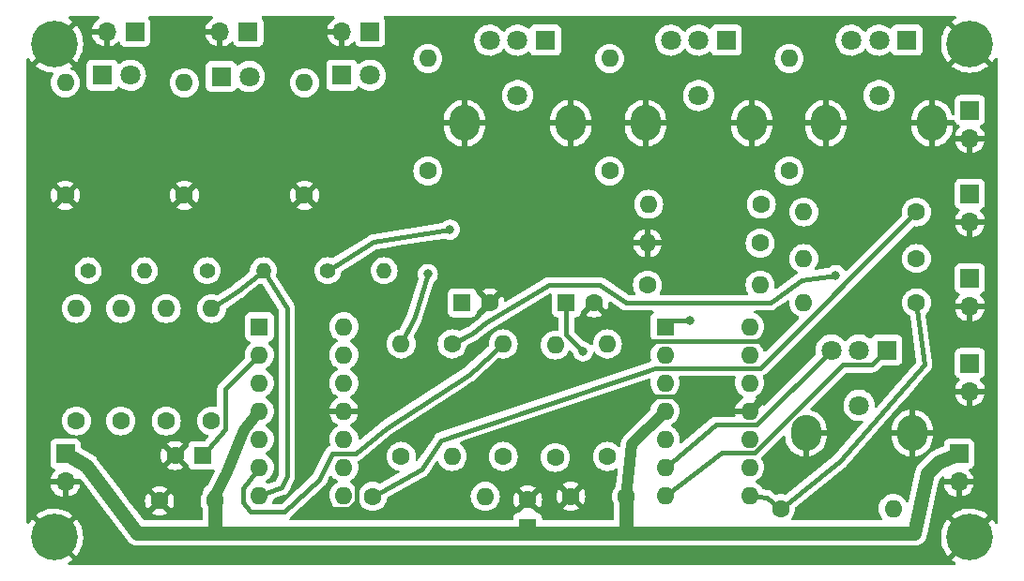
<source format=gbr>
%TF.GenerationSoftware,KiCad,Pcbnew,(6.0.7-1)-1*%
%TF.CreationDate,2023-01-19T18:06:36-06:00*%
%TF.ProjectId,sc_karltron,73635f6b-6172-46c7-9472-6f6e2e6b6963,rev?*%
%TF.SameCoordinates,Original*%
%TF.FileFunction,Copper,L2,Bot*%
%TF.FilePolarity,Positive*%
%FSLAX46Y46*%
G04 Gerber Fmt 4.6, Leading zero omitted, Abs format (unit mm)*
G04 Created by KiCad (PCBNEW (6.0.7-1)-1) date 2023-01-19 18:06:36*
%MOMM*%
%LPD*%
G01*
G04 APERTURE LIST*
%TA.AperFunction,ComponentPad*%
%ADD10O,2.720000X3.240000*%
%TD*%
%TA.AperFunction,ComponentPad*%
%ADD11R,1.800000X1.800000*%
%TD*%
%TA.AperFunction,ComponentPad*%
%ADD12C,1.800000*%
%TD*%
%TA.AperFunction,ComponentPad*%
%ADD13C,1.600000*%
%TD*%
%TA.AperFunction,ComponentPad*%
%ADD14O,1.700000X1.700000*%
%TD*%
%TA.AperFunction,ComponentPad*%
%ADD15R,1.700000X1.700000*%
%TD*%
%TA.AperFunction,ComponentPad*%
%ADD16O,1.600000X1.600000*%
%TD*%
%TA.AperFunction,ComponentPad*%
%ADD17C,4.200000*%
%TD*%
%TA.AperFunction,ComponentPad*%
%ADD18R,1.600000X1.600000*%
%TD*%
%TA.AperFunction,ComponentPad*%
%ADD19C,1.400000*%
%TD*%
%TA.AperFunction,ComponentPad*%
%ADD20O,1.400000X1.400000*%
%TD*%
%TA.AperFunction,ViaPad*%
%ADD21C,0.800000*%
%TD*%
%TA.AperFunction,Conductor*%
%ADD22C,0.400000*%
%TD*%
%TA.AperFunction,Conductor*%
%ADD23C,0.800000*%
%TD*%
%TA.AperFunction,Conductor*%
%ADD24C,1.250000*%
%TD*%
%TA.AperFunction,Conductor*%
%ADD25C,1.000000*%
%TD*%
G04 APERTURE END LIST*
D10*
%TO.P,RV8,*%
%TO.N,GND*%
X180300000Y-105575000D03*
X170700000Y-105575000D03*
D11*
%TO.P,RV8,1,1*%
%TO.N,Out4*%
X178000000Y-98075000D03*
D12*
%TO.P,RV8,2,2*%
%TO.N,Net-(R3-Pad2)*%
X175500000Y-98075000D03*
X175500000Y-103075000D03*
%TO.P,RV8,3,3*%
X173000000Y-98075000D03*
%TD*%
D13*
%TO.P,C5,1*%
%TO.N,+9V*%
X117400000Y-111700000D03*
%TO.P,C5,2*%
%TO.N,GND*%
X112400000Y-111700000D03*
%TD*%
D14*
%TO.P,J9,2,Pin_2*%
%TO.N,GND*%
X128860000Y-69300000D03*
D15*
%TO.P,J9,1,Pin_1*%
%TO.N,Net-(D3-Pad2)*%
X131400000Y-69300000D03*
%TD*%
D13*
%TO.P,R14,1*%
%TO.N,VMID*%
X166580000Y-88400000D03*
D16*
%TO.P,R14,2*%
%TO.N,GND*%
X156420000Y-88400000D03*
%TD*%
D17*
%TO.P,H4,1,1*%
%TO.N,GND*%
X102900002Y-114999997D03*
%TD*%
D10*
%TO.P,RV6,*%
%TO.N,GND*%
X165825000Y-77575000D03*
X156225000Y-77575000D03*
D11*
%TO.P,RV6,1,1*%
%TO.N,Net-(R5-Pad2)*%
X163525000Y-70075000D03*
D12*
%TO.P,RV6,2,2*%
X161025000Y-75075000D03*
X161025000Y-70075000D03*
%TO.P,RV6,3,3*%
%TO.N,Net-(U1-Pad7)*%
X158525000Y-70075000D03*
%TD*%
D13*
%TO.P,R15,1*%
%TO.N,Net-(U2-Pad3)*%
X152800000Y-107680000D03*
D16*
%TO.P,R15,2*%
%TO.N,Net-(U2-Pad1)*%
X152800000Y-97520000D03*
%TD*%
D13*
%TO.P,R7,1*%
%TO.N,+9V*%
X156420000Y-92200000D03*
D16*
%TO.P,R7,2*%
%TO.N,VMID*%
X166580000Y-92200000D03*
%TD*%
D11*
%TO.P,D1,1,K*%
%TO.N,Net-(D1-Pad1)*%
X107225000Y-73250000D03*
D12*
%TO.P,D1,2,A*%
%TO.N,Net-(D1-Pad2)*%
X109765000Y-73250000D03*
%TD*%
D14*
%TO.P,J5,2,Pin_2*%
%TO.N,GND*%
X185500000Y-86500000D03*
D15*
%TO.P,J5,1,Pin_1*%
%TO.N,Out2*%
X185500000Y-83960000D03*
%TD*%
D13*
%TO.P,R23,1*%
%TO.N,GND*%
X125475000Y-84080000D03*
D16*
%TO.P,R23,2*%
%TO.N,Net-(D3-Pad1)*%
X125475000Y-73920000D03*
%TD*%
D13*
%TO.P,R12,1*%
%TO.N,VREF*%
X113000000Y-104480000D03*
D16*
%TO.P,R12,2*%
%TO.N,Net-(R19-Pad1)*%
X113000000Y-94320000D03*
%TD*%
D13*
%TO.P,R25,1*%
%TO.N,Out2*%
X138800000Y-97520000D03*
D16*
%TO.P,R25,2*%
%TO.N,Net-(U1-Pad13)*%
X138800000Y-107680000D03*
%TD*%
D13*
%TO.P,R17,1*%
%TO.N,VREF*%
X148100000Y-107780000D03*
D16*
%TO.P,R17,2*%
%TO.N,Net-(U2-Pad3)*%
X148100000Y-97620000D03*
%TD*%
D13*
%TO.P,R1,1*%
%TO.N,Out1*%
X180680000Y-85600000D03*
D16*
%TO.P,R1,2*%
%TO.N,Net-(R3-Pad2)*%
X170520000Y-85600000D03*
%TD*%
D18*
%TO.P,C6,1*%
%TO.N,+9V*%
X145600000Y-114105113D03*
D13*
%TO.P,C6,2*%
%TO.N,GND*%
X145600000Y-111605113D03*
%TD*%
D18*
%TO.P,U1,1*%
%TO.N,Net-(RV1-Pad3)*%
X121400000Y-95975000D03*
D16*
%TO.P,U1,2,-*%
%TO.N,Tri1*%
X121400000Y-98515000D03*
%TO.P,U1,3,+*%
%TO.N,Net-(R19-Pad1)*%
X121400000Y-101055000D03*
%TO.P,U1,4,V+*%
%TO.N,+9V*%
X121400000Y-103595000D03*
%TO.P,U1,5,+*%
%TO.N,Net-(U1-Pad5)*%
X121400000Y-106135000D03*
%TO.P,U1,6,-*%
%TO.N,Tri2*%
X121400000Y-108675000D03*
%TO.P,U1,7*%
%TO.N,Net-(U1-Pad7)*%
X121400000Y-111215000D03*
%TO.P,U1,8*%
%TO.N,Out1*%
X129020000Y-111215000D03*
%TO.P,U1,9,-*%
%TO.N,Net-(R20-Pad2)*%
X129020000Y-108675000D03*
%TO.P,U1,10,+*%
%TO.N,VREF*%
X129020000Y-106135000D03*
%TO.P,U1,11,V-*%
%TO.N,GND*%
X129020000Y-103595000D03*
%TO.P,U1,12,+*%
%TO.N,VREF*%
X129020000Y-101055000D03*
%TO.P,U1,13,-*%
%TO.N,Net-(U1-Pad13)*%
X129020000Y-98515000D03*
%TO.P,U1,14*%
%TO.N,Out2*%
X129020000Y-95975000D03*
%TD*%
D13*
%TO.P,R10,1*%
%TO.N,Net-(U1-Pad5)*%
X117100000Y-104480000D03*
D16*
%TO.P,R10,2*%
%TO.N,Net-(U1-Pad7)*%
X117100000Y-94320000D03*
%TD*%
D18*
%TO.P,C3,1*%
%TO.N,Tri3*%
X149100000Y-93800000D03*
D13*
%TO.P,C3,2*%
%TO.N,GND*%
X151600000Y-93800000D03*
%TD*%
D10*
%TO.P,RV7,*%
%TO.N,GND*%
X172500000Y-77575000D03*
X182100000Y-77575000D03*
D11*
%TO.P,RV7,1,1*%
%TO.N,Net-(R8-Pad2)*%
X179800000Y-70075000D03*
D12*
%TO.P,RV7,2,2*%
X177300000Y-70075000D03*
X177300000Y-75075000D03*
%TO.P,RV7,3,3*%
%TO.N,Net-(U2-Pad1)*%
X174800000Y-70075000D03*
%TD*%
D19*
%TO.P,R11,1*%
%TO.N,Net-(RV1-Pad1)*%
X105960000Y-90900000D03*
D20*
%TO.P,R11,2*%
%TO.N,Net-(RV1-Pad3)*%
X111040000Y-90900000D03*
%TD*%
D13*
%TO.P,R3,1*%
%TO.N,Out3*%
X180680000Y-93800000D03*
D16*
%TO.P,R3,2*%
%TO.N,Net-(R3-Pad2)*%
X170520000Y-93800000D03*
%TD*%
D13*
%TO.P,R16,1*%
%TO.N,VREF*%
X108900000Y-104480000D03*
D16*
%TO.P,R16,2*%
%TO.N,Net-(U1-Pad5)*%
X108900000Y-94320000D03*
%TD*%
D13*
%TO.P,R22,1*%
%TO.N,GND*%
X114625000Y-84080000D03*
D16*
%TO.P,R22,2*%
%TO.N,Net-(D2-Pad1)*%
X114625000Y-73920000D03*
%TD*%
D19*
%TO.P,R9,1*%
%TO.N,Net-(R8-Pad2)*%
X127585000Y-90900000D03*
D20*
%TO.P,R9,2*%
%TO.N,Net-(U2-Pad1)*%
X132665000Y-90900000D03*
%TD*%
D14*
%TO.P,J4,2,Pin_2*%
%TO.N,GND*%
X185500000Y-78940000D03*
D15*
%TO.P,J4,1,Pin_1*%
%TO.N,Out1*%
X185500000Y-76400000D03*
%TD*%
D13*
%TO.P,R8,1*%
%TO.N,Tri3*%
X169200000Y-81880000D03*
D16*
%TO.P,R8,2*%
%TO.N,Net-(R8-Pad2)*%
X169200000Y-71720000D03*
%TD*%
D17*
%TO.P,H2,1,1*%
%TO.N,GND*%
X185500000Y-70400000D03*
%TD*%
D13*
%TO.P,R20,1*%
%TO.N,Out1*%
X131620000Y-111300000D03*
D16*
%TO.P,R20,2*%
%TO.N,Net-(R20-Pad2)*%
X141780000Y-111300000D03*
%TD*%
D10*
%TO.P,RV5,*%
%TO.N,GND*%
X149500000Y-77575000D03*
X139900000Y-77575000D03*
D11*
%TO.P,RV5,1,1*%
%TO.N,Net-(RV1-Pad1)*%
X147200000Y-70075000D03*
D12*
%TO.P,RV5,2,2*%
X144700000Y-70075000D03*
X144700000Y-75075000D03*
%TO.P,RV5,3,3*%
%TO.N,Net-(RV1-Pad3)*%
X142200000Y-70075000D03*
%TD*%
D18*
%TO.P,U2,1*%
%TO.N,Net-(U2-Pad1)*%
X158000000Y-95975000D03*
D16*
%TO.P,U2,2,-*%
%TO.N,Tri3*%
X158000000Y-98515000D03*
%TO.P,U2,3,+*%
%TO.N,Net-(U2-Pad3)*%
X158000000Y-101055000D03*
%TO.P,U2,4,V+*%
%TO.N,+9V*%
X158000000Y-103595000D03*
%TO.P,U2,5,+*%
%TO.N,VREF*%
X158000000Y-106135000D03*
%TO.P,U2,6,-*%
%TO.N,Net-(R3-Pad2)*%
X158000000Y-108675000D03*
%TO.P,U2,7*%
%TO.N,Out4*%
X158000000Y-111215000D03*
%TO.P,U2,8*%
%TO.N,Out3*%
X165620000Y-111215000D03*
%TO.P,U2,9,-*%
%TO.N,Net-(U2-Pad9)*%
X165620000Y-108675000D03*
%TO.P,U2,10,+*%
%TO.N,VREF*%
X165620000Y-106135000D03*
%TO.P,U2,11,V-*%
%TO.N,GND*%
X165620000Y-103595000D03*
%TO.P,U2,12,+*%
%TO.N,VMID*%
X165620000Y-101055000D03*
%TO.P,U2,13,-*%
%TO.N,VREF*%
X165620000Y-98515000D03*
%TO.P,U2,14*%
X165620000Y-95975000D03*
%TD*%
D18*
%TO.P,C1,1*%
%TO.N,Tri1*%
X116305113Y-107600000D03*
D13*
%TO.P,C1,2*%
%TO.N,GND*%
X113805113Y-107600000D03*
%TD*%
D18*
%TO.P,C2,1*%
%TO.N,Tri2*%
X139700000Y-93800000D03*
D13*
%TO.P,C2,2*%
%TO.N,GND*%
X142200000Y-93800000D03*
%TD*%
%TO.P,R19,1*%
%TO.N,Net-(R19-Pad1)*%
X104900000Y-104480000D03*
D16*
%TO.P,R19,2*%
%TO.N,Net-(RV1-Pad3)*%
X104900000Y-94320000D03*
%TD*%
D13*
%TO.P,R5,1*%
%TO.N,Tri2*%
X153000000Y-81880000D03*
D16*
%TO.P,R5,2*%
%TO.N,Net-(R5-Pad2)*%
X153000000Y-71720000D03*
%TD*%
D13*
%TO.P,R21,1*%
%TO.N,GND*%
X103900000Y-84080000D03*
D16*
%TO.P,R21,2*%
%TO.N,Net-(D1-Pad1)*%
X103900000Y-73920000D03*
%TD*%
D17*
%TO.P,H1,1,1*%
%TO.N,GND*%
X102900000Y-70400000D03*
%TD*%
D15*
%TO.P,J8,1,Pin_1*%
%TO.N,Out4*%
X185500000Y-99260000D03*
D14*
%TO.P,J8,2,Pin_2*%
%TO.N,GND*%
X185500000Y-101800000D03*
%TD*%
D15*
%TO.P,J2,1,Pin_1*%
%TO.N,+9V*%
X184500000Y-107460000D03*
D14*
%TO.P,J2,2,Pin_2*%
%TO.N,GND*%
X184500000Y-110000000D03*
%TD*%
D15*
%TO.P,J7,1,Pin_1*%
%TO.N,Out3*%
X185500000Y-91600000D03*
D14*
%TO.P,J7,2,Pin_2*%
%TO.N,GND*%
X185500000Y-94140000D03*
%TD*%
D13*
%TO.P,R18,1*%
%TO.N,Net-(U1-Pad13)*%
X143400000Y-107680000D03*
D16*
%TO.P,R18,2*%
%TO.N,Tri2*%
X143400000Y-97520000D03*
%TD*%
D13*
%TO.P,R26,1*%
%TO.N,Out3*%
X168420000Y-112400000D03*
D16*
%TO.P,R26,2*%
%TO.N,Net-(U2-Pad9)*%
X178580000Y-112400000D03*
%TD*%
D17*
%TO.P,H3,1,1*%
%TO.N,GND*%
X185500000Y-115000000D03*
%TD*%
D13*
%TO.P,R13,1*%
%TO.N,Net-(R20-Pad2)*%
X134200000Y-107680000D03*
D16*
%TO.P,R13,2*%
%TO.N,Tri1*%
X134200000Y-97520000D03*
%TD*%
D13*
%TO.P,R2,1*%
%TO.N,Out2*%
X180680000Y-89800000D03*
D16*
%TO.P,R2,2*%
%TO.N,Net-(R3-Pad2)*%
X170520000Y-89800000D03*
%TD*%
D15*
%TO.P,J3,1,Pin_1*%
%TO.N,Net-(D1-Pad2)*%
X110175000Y-69300000D03*
D14*
%TO.P,J3,2,Pin_2*%
%TO.N,GND*%
X107635000Y-69300000D03*
%TD*%
D13*
%TO.P,R4,1*%
%TO.N,Tri1*%
X136600000Y-81880000D03*
D16*
%TO.P,R4,2*%
%TO.N,Net-(RV1-Pad1)*%
X136600000Y-71720000D03*
%TD*%
D13*
%TO.P,C4,1*%
%TO.N,+9V*%
X154500000Y-111300000D03*
%TO.P,C4,2*%
%TO.N,GND*%
X149500000Y-111300000D03*
%TD*%
D14*
%TO.P,J6,2,Pin_2*%
%TO.N,GND*%
X117860000Y-69300000D03*
D15*
%TO.P,J6,1,Pin_1*%
%TO.N,Net-(D2-Pad2)*%
X120400000Y-69300000D03*
%TD*%
D11*
%TO.P,D3,1,K*%
%TO.N,Net-(D3-Pad1)*%
X128850000Y-73250000D03*
D12*
%TO.P,D3,2,A*%
%TO.N,Net-(D3-Pad2)*%
X131390000Y-73250000D03*
%TD*%
D13*
%TO.P,R24,1*%
%TO.N,Net-(U2-Pad9)*%
X166680000Y-84900000D03*
D16*
%TO.P,R24,2*%
%TO.N,Tri3*%
X156520000Y-84900000D03*
%TD*%
D19*
%TO.P,R6,1*%
%TO.N,Net-(R5-Pad2)*%
X116685000Y-90900000D03*
D20*
%TO.P,R6,2*%
%TO.N,Net-(U1-Pad7)*%
X121765000Y-90900000D03*
%TD*%
D11*
%TO.P,D2,1,K*%
%TO.N,Net-(D2-Pad1)*%
X117950000Y-73350000D03*
D12*
%TO.P,D2,2,A*%
%TO.N,Net-(D2-Pad2)*%
X120490000Y-73350000D03*
%TD*%
D15*
%TO.P,J1,1,Pin_1*%
%TO.N,+9V*%
X103900000Y-107460000D03*
D14*
%TO.P,J1,2,Pin_2*%
%TO.N,GND*%
X103900000Y-110000000D03*
%TD*%
D21*
%TO.N,GND*%
X170000000Y-98600000D03*
X138300000Y-84200000D03*
X130300000Y-91000000D03*
X119200000Y-91000000D03*
X133200000Y-85700000D03*
X137100000Y-96000000D03*
X139700000Y-70200000D03*
X131800000Y-109300000D03*
X150300000Y-82100000D03*
X145700000Y-107800000D03*
X121400000Y-93500000D03*
X126900000Y-111900000D03*
X165300000Y-86700000D03*
X114800000Y-98700000D03*
X131900000Y-98800000D03*
X110600000Y-88900000D03*
X167500000Y-109900000D03*
X126300000Y-108200000D03*
X175500000Y-95800000D03*
X145700000Y-101400000D03*
X171500000Y-112400000D03*
X126400000Y-99800000D03*
X145900000Y-95700000D03*
X180600000Y-87700000D03*
X108900000Y-97000000D03*
X169300000Y-95400000D03*
X168600000Y-85200000D03*
X150500000Y-107500000D03*
X163700000Y-92200000D03*
X160400000Y-104000000D03*
%TO.N,Tri1*%
X136600000Y-91200000D03*
%TO.N,Tri3*%
X150600000Y-98200000D03*
%TO.N,Out2*%
X173400000Y-91300000D03*
%TO.N,Net-(R8-Pad2)*%
X138600000Y-87200000D03*
%TO.N,Net-(U2-Pad1)*%
X160200000Y-95400000D03*
%TD*%
D22*
%TO.N,GND*%
X130220000Y-111712057D02*
X129517057Y-112415000D01*
X130220000Y-109580000D02*
X130220000Y-111712057D01*
X131800000Y-109300000D02*
X130500000Y-109300000D01*
X160400000Y-104000000D02*
X158700000Y-102300000D01*
D23*
X165620000Y-103595000D02*
X166715000Y-102500000D01*
D22*
X155700000Y-102300000D02*
X150500000Y-107500000D01*
X127415000Y-112415000D02*
X126900000Y-111900000D01*
X167400000Y-97300000D02*
X155000000Y-97300000D01*
X158700000Y-102300000D02*
X155700000Y-102300000D01*
X155000000Y-97300000D02*
X151600000Y-93900000D01*
X130500000Y-109300000D02*
X130220000Y-109580000D01*
X169300000Y-95400000D02*
X167400000Y-97300000D01*
X129517057Y-112415000D02*
X127415000Y-112415000D01*
D24*
%TO.N,+9V*%
X117700000Y-114600000D02*
X154700000Y-114600000D01*
X180500000Y-114600000D02*
X181700000Y-109200000D01*
X182700000Y-108200000D02*
X184500000Y-107460000D01*
D25*
X154500000Y-114400000D02*
X154700000Y-114600000D01*
X117400000Y-114300000D02*
X117700000Y-114600000D01*
X154500000Y-111300000D02*
X155000000Y-106600000D01*
D24*
X154500000Y-111300000D02*
X154500000Y-114400000D01*
D25*
X120000000Y-105300000D02*
X121400000Y-103595000D01*
D24*
X110400000Y-114600000D02*
X117700000Y-114600000D01*
D25*
X117400000Y-111200000D02*
X118400000Y-109300000D01*
X155000000Y-106600000D02*
X158000000Y-103595000D01*
D24*
X105800000Y-108500000D02*
X110400000Y-114600000D01*
X117400000Y-111200000D02*
X117400000Y-114300000D01*
X154700000Y-114600000D02*
X180500000Y-114600000D01*
D25*
X118400000Y-109300000D02*
X120000000Y-105300000D01*
D24*
X181700000Y-109200000D02*
X182700000Y-108200000D01*
X103900000Y-107460000D02*
X105800000Y-108500000D01*
D22*
%TO.N,Tri1*%
X136600000Y-91200000D02*
X135400000Y-95100000D01*
X135400000Y-95100000D02*
X134200000Y-97520000D01*
X116305113Y-107600000D02*
X118300000Y-105200000D01*
X118300000Y-105200000D02*
X118300000Y-101615000D01*
X118300000Y-101615000D02*
X121400000Y-98515000D01*
%TO.N,Tri2*%
X140300000Y-100300000D02*
X143400000Y-97520000D01*
X121400000Y-108675000D02*
X119900000Y-110600000D01*
X119900000Y-110600000D02*
X119900000Y-111800000D01*
X132900000Y-105100000D02*
X140300000Y-100300000D01*
X123700000Y-112700000D02*
X126800000Y-109800000D01*
X119900000Y-111800000D02*
X120600000Y-112700000D01*
X128000000Y-107400000D02*
X130100000Y-107400000D01*
X120600000Y-112700000D02*
X123700000Y-112700000D01*
X126800000Y-109800000D02*
X128000000Y-107400000D01*
X130100000Y-107400000D02*
X132900000Y-105100000D01*
%TO.N,Tri3*%
X149100000Y-96700000D02*
X149100000Y-93900000D01*
X150600000Y-98200000D02*
X149100000Y-96700000D01*
%TO.N,Net-(U1-Pad7)*%
X123900000Y-94300000D02*
X123900000Y-109500000D01*
X123400000Y-110500000D02*
X121400000Y-111215000D01*
X119400000Y-92800000D02*
X121765000Y-90900000D01*
X117100000Y-94320000D02*
X119400000Y-92800000D01*
X123900000Y-109500000D02*
X123400000Y-110500000D01*
X121765000Y-90900000D02*
X123900000Y-94300000D01*
%TO.N,Out1*%
X157100000Y-99715000D02*
X166565000Y-99715000D01*
X166565000Y-99715000D02*
X180680000Y-85600000D01*
X131620000Y-111300000D02*
X136000000Y-108900000D01*
X137800000Y-106200000D02*
X157100000Y-99715000D01*
X136000000Y-108900000D02*
X137800000Y-106200000D01*
%TO.N,Out2*%
X154500000Y-93800000D02*
X152100000Y-92200000D01*
X152100000Y-92200000D02*
X147500000Y-92200000D01*
X141900000Y-95600000D02*
X140600000Y-96600000D01*
X167500000Y-93800000D02*
X154500000Y-93800000D01*
X147500000Y-92200000D02*
X141900000Y-95600000D01*
X140600000Y-96600000D02*
X138800000Y-97520000D01*
X173400000Y-91300000D02*
X170300000Y-91800000D01*
X170300000Y-91800000D02*
X167500000Y-93800000D01*
%TO.N,Net-(R8-Pad2)*%
X131700000Y-88300000D02*
X127585000Y-90900000D01*
X138600000Y-87200000D02*
X131700000Y-88300000D01*
%TO.N,Net-(U2-Pad1)*%
X160200000Y-95400000D02*
X158575000Y-95400000D01*
X158575000Y-95400000D02*
X158000000Y-95975000D01*
%TO.N,Out3*%
X165620000Y-111215000D02*
X167200000Y-111400000D01*
X181400000Y-99400000D02*
X180680000Y-93800000D01*
X168420000Y-112400000D02*
X173800000Y-108100000D01*
X173800000Y-108100000D02*
X181400000Y-99400000D01*
X167200000Y-111400000D02*
X168420000Y-112400000D01*
%TO.N,Out4*%
X163100000Y-107335000D02*
X166117057Y-107335000D01*
X166117057Y-107335000D02*
X174052057Y-99400000D01*
X176675000Y-99400000D02*
X178000000Y-98075000D01*
X174052057Y-99400000D02*
X176675000Y-99400000D01*
X158000000Y-111215000D02*
X163100000Y-107335000D01*
%TO.N,Net-(R3-Pad2)*%
X166280000Y-104795000D02*
X173000000Y-98075000D01*
X158000000Y-108675000D02*
X162600000Y-104800000D01*
X162600000Y-104800000D02*
X166280000Y-104795000D01*
%TD*%
%TA.AperFunction,Conductor*%
%TO.N,GND*%
G36*
X106920098Y-67928502D02*
G01*
X106966591Y-67982158D01*
X106976695Y-68052432D01*
X106947201Y-68117012D01*
X106917168Y-68140729D01*
X106917835Y-68141789D01*
X106904738Y-68150036D01*
X106734433Y-68277905D01*
X106726726Y-68284748D01*
X106579590Y-68438717D01*
X106573104Y-68446727D01*
X106453098Y-68622649D01*
X106448000Y-68631623D01*
X106358338Y-68824783D01*
X106354775Y-68834470D01*
X106299389Y-69034183D01*
X106300912Y-69042607D01*
X106313292Y-69046000D01*
X107763000Y-69046000D01*
X107831121Y-69066002D01*
X107877614Y-69119658D01*
X107889000Y-69172000D01*
X107889000Y-70618517D01*
X107893064Y-70632359D01*
X107906478Y-70634393D01*
X107913184Y-70633534D01*
X107923262Y-70631392D01*
X108127255Y-70570191D01*
X108136842Y-70566433D01*
X108328095Y-70472739D01*
X108336945Y-70467464D01*
X108510328Y-70343792D01*
X108518193Y-70337145D01*
X108622897Y-70232805D01*
X108685268Y-70198889D01*
X108756075Y-70204077D01*
X108812837Y-70246723D01*
X108829819Y-70277826D01*
X108874385Y-70396705D01*
X108961739Y-70513261D01*
X109078295Y-70600615D01*
X109214684Y-70651745D01*
X109276866Y-70658500D01*
X111073134Y-70658500D01*
X111135316Y-70651745D01*
X111271705Y-70600615D01*
X111388261Y-70513261D01*
X111475615Y-70396705D01*
X111526745Y-70260316D01*
X111533500Y-70198134D01*
X111533500Y-69567966D01*
X116528257Y-69567966D01*
X116558565Y-69702446D01*
X116561645Y-69712275D01*
X116641770Y-69909603D01*
X116646413Y-69918794D01*
X116757694Y-70100388D01*
X116763777Y-70108699D01*
X116903213Y-70269667D01*
X116910580Y-70276883D01*
X117074434Y-70412916D01*
X117082881Y-70418831D01*
X117266756Y-70526279D01*
X117276042Y-70530729D01*
X117475001Y-70606703D01*
X117484899Y-70609579D01*
X117588250Y-70630606D01*
X117602299Y-70629410D01*
X117606000Y-70619065D01*
X117606000Y-69572115D01*
X117601525Y-69556876D01*
X117600135Y-69555671D01*
X117592452Y-69554000D01*
X116543225Y-69554000D01*
X116529694Y-69557973D01*
X116528257Y-69567966D01*
X111533500Y-69567966D01*
X111533500Y-68401866D01*
X111526745Y-68339684D01*
X111475615Y-68203295D01*
X111405743Y-68110065D01*
X111380895Y-68043559D01*
X111395948Y-67974176D01*
X111446122Y-67923946D01*
X111506569Y-67908500D01*
X117076977Y-67908500D01*
X117145098Y-67928502D01*
X117191591Y-67982158D01*
X117201695Y-68052432D01*
X117172201Y-68117012D01*
X117142168Y-68140729D01*
X117142835Y-68141789D01*
X117129738Y-68150036D01*
X116959433Y-68277905D01*
X116951726Y-68284748D01*
X116804590Y-68438717D01*
X116798104Y-68446727D01*
X116678098Y-68622649D01*
X116673000Y-68631623D01*
X116583338Y-68824783D01*
X116579775Y-68834470D01*
X116524389Y-69034183D01*
X116525912Y-69042607D01*
X116538292Y-69046000D01*
X117988000Y-69046000D01*
X118056121Y-69066002D01*
X118102614Y-69119658D01*
X118114000Y-69172000D01*
X118114000Y-70618517D01*
X118118064Y-70632359D01*
X118131478Y-70634393D01*
X118138184Y-70633534D01*
X118148262Y-70631392D01*
X118352255Y-70570191D01*
X118361842Y-70566433D01*
X118553095Y-70472739D01*
X118561945Y-70467464D01*
X118735328Y-70343792D01*
X118743193Y-70337145D01*
X118847897Y-70232805D01*
X118910268Y-70198889D01*
X118981075Y-70204077D01*
X119037837Y-70246723D01*
X119054819Y-70277826D01*
X119099385Y-70396705D01*
X119186739Y-70513261D01*
X119303295Y-70600615D01*
X119439684Y-70651745D01*
X119501866Y-70658500D01*
X121298134Y-70658500D01*
X121360316Y-70651745D01*
X121496705Y-70600615D01*
X121613261Y-70513261D01*
X121700615Y-70396705D01*
X121751745Y-70260316D01*
X121758500Y-70198134D01*
X121758500Y-69567966D01*
X127528257Y-69567966D01*
X127558565Y-69702446D01*
X127561645Y-69712275D01*
X127641770Y-69909603D01*
X127646413Y-69918794D01*
X127757694Y-70100388D01*
X127763777Y-70108699D01*
X127903213Y-70269667D01*
X127910580Y-70276883D01*
X128074434Y-70412916D01*
X128082881Y-70418831D01*
X128266756Y-70526279D01*
X128276042Y-70530729D01*
X128475001Y-70606703D01*
X128484899Y-70609579D01*
X128588250Y-70630606D01*
X128602299Y-70629410D01*
X128606000Y-70619065D01*
X128606000Y-69572115D01*
X128601525Y-69556876D01*
X128600135Y-69555671D01*
X128592452Y-69554000D01*
X127543225Y-69554000D01*
X127529694Y-69557973D01*
X127528257Y-69567966D01*
X121758500Y-69567966D01*
X121758500Y-68401866D01*
X121751745Y-68339684D01*
X121700615Y-68203295D01*
X121630743Y-68110065D01*
X121605895Y-68043559D01*
X121620948Y-67974176D01*
X121671122Y-67923946D01*
X121731569Y-67908500D01*
X128076977Y-67908500D01*
X128145098Y-67928502D01*
X128191591Y-67982158D01*
X128201695Y-68052432D01*
X128172201Y-68117012D01*
X128142168Y-68140729D01*
X128142835Y-68141789D01*
X128129738Y-68150036D01*
X127959433Y-68277905D01*
X127951726Y-68284748D01*
X127804590Y-68438717D01*
X127798104Y-68446727D01*
X127678098Y-68622649D01*
X127673000Y-68631623D01*
X127583338Y-68824783D01*
X127579775Y-68834470D01*
X127524389Y-69034183D01*
X127525912Y-69042607D01*
X127538292Y-69046000D01*
X128988000Y-69046000D01*
X129056121Y-69066002D01*
X129102614Y-69119658D01*
X129114000Y-69172000D01*
X129114000Y-70618517D01*
X129118064Y-70632359D01*
X129131478Y-70634393D01*
X129138184Y-70633534D01*
X129148262Y-70631392D01*
X129352255Y-70570191D01*
X129361842Y-70566433D01*
X129553095Y-70472739D01*
X129561945Y-70467464D01*
X129735328Y-70343792D01*
X129743193Y-70337145D01*
X129847897Y-70232805D01*
X129910268Y-70198889D01*
X129981075Y-70204077D01*
X130037837Y-70246723D01*
X130054819Y-70277826D01*
X130099385Y-70396705D01*
X130186739Y-70513261D01*
X130303295Y-70600615D01*
X130439684Y-70651745D01*
X130501866Y-70658500D01*
X132298134Y-70658500D01*
X132360316Y-70651745D01*
X132496705Y-70600615D01*
X132613261Y-70513261D01*
X132700615Y-70396705D01*
X132751745Y-70260316D01*
X132758500Y-70198134D01*
X132758500Y-70040469D01*
X140787095Y-70040469D01*
X140787392Y-70045622D01*
X140787392Y-70045625D01*
X140796229Y-70198889D01*
X140800427Y-70271697D01*
X140801564Y-70276743D01*
X140801565Y-70276749D01*
X140823556Y-70374330D01*
X140851346Y-70497642D01*
X140853288Y-70502424D01*
X140853289Y-70502428D01*
X140929637Y-70690449D01*
X140938484Y-70712237D01*
X141059501Y-70909719D01*
X141211147Y-71084784D01*
X141389349Y-71232730D01*
X141589322Y-71349584D01*
X141805694Y-71432209D01*
X141810760Y-71433240D01*
X141810761Y-71433240D01*
X141863846Y-71444040D01*
X142032656Y-71478385D01*
X142162089Y-71483131D01*
X142258949Y-71486683D01*
X142258953Y-71486683D01*
X142264113Y-71486872D01*
X142269233Y-71486216D01*
X142269235Y-71486216D01*
X142343166Y-71476745D01*
X142493847Y-71457442D01*
X142498795Y-71455957D01*
X142498802Y-71455956D01*
X142710747Y-71392369D01*
X142715690Y-71390886D01*
X142720324Y-71388616D01*
X142919049Y-71291262D01*
X142919052Y-71291260D01*
X142923684Y-71288991D01*
X143112243Y-71154494D01*
X143276303Y-70991005D01*
X143345370Y-70894888D01*
X143401365Y-70851240D01*
X143472068Y-70844794D01*
X143535033Y-70877597D01*
X143555128Y-70902584D01*
X143556799Y-70905311D01*
X143556804Y-70905317D01*
X143559501Y-70909719D01*
X143711147Y-71084784D01*
X143889349Y-71232730D01*
X144089322Y-71349584D01*
X144305694Y-71432209D01*
X144310760Y-71433240D01*
X144310761Y-71433240D01*
X144363846Y-71444040D01*
X144532656Y-71478385D01*
X144662089Y-71483131D01*
X144758949Y-71486683D01*
X144758953Y-71486683D01*
X144764113Y-71486872D01*
X144769233Y-71486216D01*
X144769235Y-71486216D01*
X144843166Y-71476745D01*
X144993847Y-71457442D01*
X144998795Y-71455957D01*
X144998802Y-71455956D01*
X145210747Y-71392369D01*
X145215690Y-71390886D01*
X145220324Y-71388616D01*
X145419049Y-71291262D01*
X145419052Y-71291260D01*
X145423684Y-71288991D01*
X145612243Y-71154494D01*
X145615900Y-71150850D01*
X145628189Y-71138604D01*
X145690561Y-71104689D01*
X145761368Y-71109878D01*
X145818129Y-71152525D01*
X145835110Y-71183627D01*
X145849385Y-71221705D01*
X145936739Y-71338261D01*
X146053295Y-71425615D01*
X146189684Y-71476745D01*
X146251866Y-71483500D01*
X148148134Y-71483500D01*
X148210316Y-71476745D01*
X148346705Y-71425615D01*
X148463261Y-71338261D01*
X148550615Y-71221705D01*
X148601745Y-71085316D01*
X148608500Y-71023134D01*
X148608500Y-70040469D01*
X157112095Y-70040469D01*
X157112392Y-70045622D01*
X157112392Y-70045625D01*
X157121229Y-70198889D01*
X157125427Y-70271697D01*
X157126564Y-70276743D01*
X157126565Y-70276749D01*
X157148556Y-70374330D01*
X157176346Y-70497642D01*
X157178288Y-70502424D01*
X157178289Y-70502428D01*
X157254637Y-70690449D01*
X157263484Y-70712237D01*
X157384501Y-70909719D01*
X157536147Y-71084784D01*
X157714349Y-71232730D01*
X157914322Y-71349584D01*
X158130694Y-71432209D01*
X158135760Y-71433240D01*
X158135761Y-71433240D01*
X158188846Y-71444040D01*
X158357656Y-71478385D01*
X158487089Y-71483131D01*
X158583949Y-71486683D01*
X158583953Y-71486683D01*
X158589113Y-71486872D01*
X158594233Y-71486216D01*
X158594235Y-71486216D01*
X158668166Y-71476745D01*
X158818847Y-71457442D01*
X158823795Y-71455957D01*
X158823802Y-71455956D01*
X159035747Y-71392369D01*
X159040690Y-71390886D01*
X159045324Y-71388616D01*
X159244049Y-71291262D01*
X159244052Y-71291260D01*
X159248684Y-71288991D01*
X159437243Y-71154494D01*
X159601303Y-70991005D01*
X159670370Y-70894888D01*
X159726365Y-70851240D01*
X159797068Y-70844794D01*
X159860033Y-70877597D01*
X159880128Y-70902584D01*
X159881799Y-70905311D01*
X159881804Y-70905317D01*
X159884501Y-70909719D01*
X160036147Y-71084784D01*
X160214349Y-71232730D01*
X160414322Y-71349584D01*
X160630694Y-71432209D01*
X160635760Y-71433240D01*
X160635761Y-71433240D01*
X160688846Y-71444040D01*
X160857656Y-71478385D01*
X160987089Y-71483131D01*
X161083949Y-71486683D01*
X161083953Y-71486683D01*
X161089113Y-71486872D01*
X161094233Y-71486216D01*
X161094235Y-71486216D01*
X161168166Y-71476745D01*
X161318847Y-71457442D01*
X161323795Y-71455957D01*
X161323802Y-71455956D01*
X161535747Y-71392369D01*
X161540690Y-71390886D01*
X161545324Y-71388616D01*
X161744049Y-71291262D01*
X161744052Y-71291260D01*
X161748684Y-71288991D01*
X161937243Y-71154494D01*
X161940900Y-71150850D01*
X161953189Y-71138604D01*
X162015561Y-71104689D01*
X162086368Y-71109878D01*
X162143129Y-71152525D01*
X162160110Y-71183627D01*
X162174385Y-71221705D01*
X162261739Y-71338261D01*
X162378295Y-71425615D01*
X162514684Y-71476745D01*
X162576866Y-71483500D01*
X164473134Y-71483500D01*
X164535316Y-71476745D01*
X164671705Y-71425615D01*
X164788261Y-71338261D01*
X164875615Y-71221705D01*
X164926745Y-71085316D01*
X164933500Y-71023134D01*
X164933500Y-70040469D01*
X173387095Y-70040469D01*
X173387392Y-70045622D01*
X173387392Y-70045625D01*
X173396229Y-70198889D01*
X173400427Y-70271697D01*
X173401564Y-70276743D01*
X173401565Y-70276749D01*
X173423556Y-70374330D01*
X173451346Y-70497642D01*
X173453288Y-70502424D01*
X173453289Y-70502428D01*
X173529637Y-70690449D01*
X173538484Y-70712237D01*
X173659501Y-70909719D01*
X173811147Y-71084784D01*
X173989349Y-71232730D01*
X174189322Y-71349584D01*
X174405694Y-71432209D01*
X174410760Y-71433240D01*
X174410761Y-71433240D01*
X174463846Y-71444040D01*
X174632656Y-71478385D01*
X174762089Y-71483131D01*
X174858949Y-71486683D01*
X174858953Y-71486683D01*
X174864113Y-71486872D01*
X174869233Y-71486216D01*
X174869235Y-71486216D01*
X174943166Y-71476745D01*
X175093847Y-71457442D01*
X175098795Y-71455957D01*
X175098802Y-71455956D01*
X175310747Y-71392369D01*
X175315690Y-71390886D01*
X175320324Y-71388616D01*
X175519049Y-71291262D01*
X175519052Y-71291260D01*
X175523684Y-71288991D01*
X175712243Y-71154494D01*
X175876303Y-70991005D01*
X175945370Y-70894888D01*
X176001365Y-70851240D01*
X176072068Y-70844794D01*
X176135033Y-70877597D01*
X176155128Y-70902584D01*
X176156799Y-70905311D01*
X176156804Y-70905317D01*
X176159501Y-70909719D01*
X176311147Y-71084784D01*
X176489349Y-71232730D01*
X176689322Y-71349584D01*
X176905694Y-71432209D01*
X176910760Y-71433240D01*
X176910761Y-71433240D01*
X176963846Y-71444040D01*
X177132656Y-71478385D01*
X177262089Y-71483131D01*
X177358949Y-71486683D01*
X177358953Y-71486683D01*
X177364113Y-71486872D01*
X177369233Y-71486216D01*
X177369235Y-71486216D01*
X177443166Y-71476745D01*
X177593847Y-71457442D01*
X177598795Y-71455957D01*
X177598802Y-71455956D01*
X177810747Y-71392369D01*
X177815690Y-71390886D01*
X177820324Y-71388616D01*
X178019049Y-71291262D01*
X178019052Y-71291260D01*
X178023684Y-71288991D01*
X178212243Y-71154494D01*
X178215900Y-71150850D01*
X178228189Y-71138604D01*
X178290561Y-71104689D01*
X178361368Y-71109878D01*
X178418129Y-71152525D01*
X178435110Y-71183627D01*
X178449385Y-71221705D01*
X178536739Y-71338261D01*
X178653295Y-71425615D01*
X178789684Y-71476745D01*
X178851866Y-71483500D01*
X180748134Y-71483500D01*
X180810316Y-71476745D01*
X180946705Y-71425615D01*
X181063261Y-71338261D01*
X181150615Y-71221705D01*
X181201745Y-71085316D01*
X181208500Y-71023134D01*
X181208500Y-70376432D01*
X182887565Y-70376432D01*
X182902823Y-70682920D01*
X182903654Y-70690449D01*
X182955621Y-70992883D01*
X182957354Y-71000270D01*
X183045278Y-71294266D01*
X183047881Y-71301379D01*
X183170491Y-71582690D01*
X183173933Y-71589446D01*
X183329449Y-71853988D01*
X183333672Y-71860273D01*
X183472810Y-72042588D01*
X183484336Y-72051050D01*
X183496401Y-72044389D01*
X185127978Y-70412812D01*
X185135592Y-70398868D01*
X185135461Y-70397035D01*
X185131210Y-70390420D01*
X183497607Y-68756817D01*
X183484672Y-68749754D01*
X183474110Y-68757414D01*
X183364730Y-68894677D01*
X183360374Y-68900875D01*
X183199350Y-69162106D01*
X183195770Y-69168782D01*
X183067296Y-69447465D01*
X183064546Y-69454516D01*
X182970480Y-69746622D01*
X182968597Y-69753955D01*
X182910305Y-70055246D01*
X182909318Y-70062746D01*
X182887644Y-70368851D01*
X182887565Y-70376432D01*
X181208500Y-70376432D01*
X181208500Y-69126866D01*
X181201745Y-69064684D01*
X181150615Y-68928295D01*
X181063261Y-68811739D01*
X180946705Y-68724385D01*
X180810316Y-68673255D01*
X180748134Y-68666500D01*
X178851866Y-68666500D01*
X178789684Y-68673255D01*
X178653295Y-68724385D01*
X178536739Y-68811739D01*
X178449385Y-68928295D01*
X178446234Y-68936701D01*
X178446231Y-68936706D01*
X178434906Y-68966917D01*
X178392266Y-69023682D01*
X178325704Y-69048383D01*
X178256355Y-69033176D01*
X178238832Y-69021571D01*
X178234459Y-69018117D01*
X178206967Y-68996406D01*
X178086177Y-68901011D01*
X178086172Y-68901008D01*
X178082123Y-68897810D01*
X178077607Y-68895317D01*
X178077604Y-68895315D01*
X177883879Y-68788373D01*
X177883875Y-68788371D01*
X177879355Y-68785876D01*
X177874486Y-68784152D01*
X177874482Y-68784150D01*
X177665903Y-68710288D01*
X177665899Y-68710287D01*
X177661028Y-68708562D01*
X177655935Y-68707655D01*
X177655932Y-68707654D01*
X177438095Y-68668851D01*
X177438089Y-68668850D01*
X177433006Y-68667945D01*
X177360096Y-68667054D01*
X177206581Y-68665179D01*
X177206579Y-68665179D01*
X177201411Y-68665116D01*
X176972464Y-68700150D01*
X176752314Y-68772106D01*
X176747726Y-68774494D01*
X176747722Y-68774496D01*
X176651122Y-68824783D01*
X176546872Y-68879052D01*
X176542739Y-68882155D01*
X176542736Y-68882157D01*
X176406206Y-68984667D01*
X176361655Y-69018117D01*
X176201639Y-69185564D01*
X176154836Y-69254174D01*
X176099927Y-69299175D01*
X176029402Y-69307346D01*
X175965655Y-69276092D01*
X175944959Y-69251609D01*
X175922577Y-69217013D01*
X175922576Y-69217012D01*
X175919764Y-69212665D01*
X175763887Y-69041358D01*
X175759836Y-69038159D01*
X175759832Y-69038155D01*
X175586177Y-68901011D01*
X175586172Y-68901008D01*
X175582123Y-68897810D01*
X175577607Y-68895317D01*
X175577604Y-68895315D01*
X175383879Y-68788373D01*
X175383875Y-68788371D01*
X175379355Y-68785876D01*
X175374486Y-68784152D01*
X175374482Y-68784150D01*
X175165903Y-68710288D01*
X175165899Y-68710287D01*
X175161028Y-68708562D01*
X175155935Y-68707655D01*
X175155932Y-68707654D01*
X174938095Y-68668851D01*
X174938089Y-68668850D01*
X174933006Y-68667945D01*
X174860096Y-68667054D01*
X174706581Y-68665179D01*
X174706579Y-68665179D01*
X174701411Y-68665116D01*
X174472464Y-68700150D01*
X174252314Y-68772106D01*
X174247726Y-68774494D01*
X174247722Y-68774496D01*
X174151122Y-68824783D01*
X174046872Y-68879052D01*
X174042739Y-68882155D01*
X174042736Y-68882157D01*
X173906206Y-68984667D01*
X173861655Y-69018117D01*
X173701639Y-69185564D01*
X173698730Y-69189829D01*
X173698724Y-69189837D01*
X173683152Y-69212665D01*
X173571119Y-69376899D01*
X173473602Y-69586981D01*
X173411707Y-69810169D01*
X173387095Y-70040469D01*
X164933500Y-70040469D01*
X164933500Y-69126866D01*
X164926745Y-69064684D01*
X164875615Y-68928295D01*
X164788261Y-68811739D01*
X164671705Y-68724385D01*
X164535316Y-68673255D01*
X164473134Y-68666500D01*
X162576866Y-68666500D01*
X162514684Y-68673255D01*
X162378295Y-68724385D01*
X162261739Y-68811739D01*
X162174385Y-68928295D01*
X162171234Y-68936701D01*
X162171231Y-68936706D01*
X162159906Y-68966917D01*
X162117266Y-69023682D01*
X162050704Y-69048383D01*
X161981355Y-69033176D01*
X161963832Y-69021571D01*
X161959459Y-69018117D01*
X161931967Y-68996406D01*
X161811177Y-68901011D01*
X161811172Y-68901008D01*
X161807123Y-68897810D01*
X161802607Y-68895317D01*
X161802604Y-68895315D01*
X161608879Y-68788373D01*
X161608875Y-68788371D01*
X161604355Y-68785876D01*
X161599486Y-68784152D01*
X161599482Y-68784150D01*
X161390903Y-68710288D01*
X161390899Y-68710287D01*
X161386028Y-68708562D01*
X161380935Y-68707655D01*
X161380932Y-68707654D01*
X161163095Y-68668851D01*
X161163089Y-68668850D01*
X161158006Y-68667945D01*
X161085096Y-68667054D01*
X160931581Y-68665179D01*
X160931579Y-68665179D01*
X160926411Y-68665116D01*
X160697464Y-68700150D01*
X160477314Y-68772106D01*
X160472726Y-68774494D01*
X160472722Y-68774496D01*
X160376122Y-68824783D01*
X160271872Y-68879052D01*
X160267739Y-68882155D01*
X160267736Y-68882157D01*
X160131206Y-68984667D01*
X160086655Y-69018117D01*
X159926639Y-69185564D01*
X159879836Y-69254174D01*
X159824927Y-69299175D01*
X159754402Y-69307346D01*
X159690655Y-69276092D01*
X159669959Y-69251609D01*
X159647577Y-69217013D01*
X159647576Y-69217012D01*
X159644764Y-69212665D01*
X159488887Y-69041358D01*
X159484836Y-69038159D01*
X159484832Y-69038155D01*
X159311177Y-68901011D01*
X159311172Y-68901008D01*
X159307123Y-68897810D01*
X159302607Y-68895317D01*
X159302604Y-68895315D01*
X159108879Y-68788373D01*
X159108875Y-68788371D01*
X159104355Y-68785876D01*
X159099486Y-68784152D01*
X159099482Y-68784150D01*
X158890903Y-68710288D01*
X158890899Y-68710287D01*
X158886028Y-68708562D01*
X158880935Y-68707655D01*
X158880932Y-68707654D01*
X158663095Y-68668851D01*
X158663089Y-68668850D01*
X158658006Y-68667945D01*
X158585096Y-68667054D01*
X158431581Y-68665179D01*
X158431579Y-68665179D01*
X158426411Y-68665116D01*
X158197464Y-68700150D01*
X157977314Y-68772106D01*
X157972726Y-68774494D01*
X157972722Y-68774496D01*
X157876122Y-68824783D01*
X157771872Y-68879052D01*
X157767739Y-68882155D01*
X157767736Y-68882157D01*
X157631206Y-68984667D01*
X157586655Y-69018117D01*
X157426639Y-69185564D01*
X157423730Y-69189829D01*
X157423724Y-69189837D01*
X157408152Y-69212665D01*
X157296119Y-69376899D01*
X157198602Y-69586981D01*
X157136707Y-69810169D01*
X157112095Y-70040469D01*
X148608500Y-70040469D01*
X148608500Y-69126866D01*
X148601745Y-69064684D01*
X148550615Y-68928295D01*
X148463261Y-68811739D01*
X148346705Y-68724385D01*
X148210316Y-68673255D01*
X148148134Y-68666500D01*
X146251866Y-68666500D01*
X146189684Y-68673255D01*
X146053295Y-68724385D01*
X145936739Y-68811739D01*
X145849385Y-68928295D01*
X145846234Y-68936701D01*
X145846231Y-68936706D01*
X145834906Y-68966917D01*
X145792266Y-69023682D01*
X145725704Y-69048383D01*
X145656355Y-69033176D01*
X145638832Y-69021571D01*
X145634459Y-69018117D01*
X145606967Y-68996406D01*
X145486177Y-68901011D01*
X145486172Y-68901008D01*
X145482123Y-68897810D01*
X145477607Y-68895317D01*
X145477604Y-68895315D01*
X145283879Y-68788373D01*
X145283875Y-68788371D01*
X145279355Y-68785876D01*
X145274486Y-68784152D01*
X145274482Y-68784150D01*
X145065903Y-68710288D01*
X145065899Y-68710287D01*
X145061028Y-68708562D01*
X145055935Y-68707655D01*
X145055932Y-68707654D01*
X144838095Y-68668851D01*
X144838089Y-68668850D01*
X144833006Y-68667945D01*
X144760096Y-68667054D01*
X144606581Y-68665179D01*
X144606579Y-68665179D01*
X144601411Y-68665116D01*
X144372464Y-68700150D01*
X144152314Y-68772106D01*
X144147726Y-68774494D01*
X144147722Y-68774496D01*
X144051122Y-68824783D01*
X143946872Y-68879052D01*
X143942739Y-68882155D01*
X143942736Y-68882157D01*
X143806206Y-68984667D01*
X143761655Y-69018117D01*
X143601639Y-69185564D01*
X143554836Y-69254174D01*
X143499927Y-69299175D01*
X143429402Y-69307346D01*
X143365655Y-69276092D01*
X143344959Y-69251609D01*
X143322577Y-69217013D01*
X143322576Y-69217012D01*
X143319764Y-69212665D01*
X143163887Y-69041358D01*
X143159836Y-69038159D01*
X143159832Y-69038155D01*
X142986177Y-68901011D01*
X142986172Y-68901008D01*
X142982123Y-68897810D01*
X142977607Y-68895317D01*
X142977604Y-68895315D01*
X142783879Y-68788373D01*
X142783875Y-68788371D01*
X142779355Y-68785876D01*
X142774486Y-68784152D01*
X142774482Y-68784150D01*
X142565903Y-68710288D01*
X142565899Y-68710287D01*
X142561028Y-68708562D01*
X142555935Y-68707655D01*
X142555932Y-68707654D01*
X142338095Y-68668851D01*
X142338089Y-68668850D01*
X142333006Y-68667945D01*
X142260096Y-68667054D01*
X142106581Y-68665179D01*
X142106579Y-68665179D01*
X142101411Y-68665116D01*
X141872464Y-68700150D01*
X141652314Y-68772106D01*
X141647726Y-68774494D01*
X141647722Y-68774496D01*
X141551122Y-68824783D01*
X141446872Y-68879052D01*
X141442739Y-68882155D01*
X141442736Y-68882157D01*
X141306206Y-68984667D01*
X141261655Y-69018117D01*
X141101639Y-69185564D01*
X141098730Y-69189829D01*
X141098724Y-69189837D01*
X141083152Y-69212665D01*
X140971119Y-69376899D01*
X140873602Y-69586981D01*
X140811707Y-69810169D01*
X140787095Y-70040469D01*
X132758500Y-70040469D01*
X132758500Y-68401866D01*
X132751745Y-68339684D01*
X132700615Y-68203295D01*
X132630743Y-68110065D01*
X132605895Y-68043559D01*
X132620948Y-67974176D01*
X132671122Y-67923946D01*
X132731569Y-67908500D01*
X184128759Y-67908500D01*
X184196880Y-67928502D01*
X184243373Y-67982158D01*
X184253477Y-68052432D01*
X184223983Y-68117012D01*
X184193182Y-68142785D01*
X184034662Y-68237094D01*
X184028411Y-68241342D01*
X183857679Y-68373061D01*
X183849213Y-68384719D01*
X183855817Y-68396607D01*
X187502202Y-72042992D01*
X187515325Y-72050158D01*
X187525627Y-72042768D01*
X187619388Y-71927601D01*
X187623805Y-71921454D01*
X187758938Y-71707282D01*
X187812205Y-71660344D01*
X187882392Y-71649655D01*
X187947216Y-71678610D01*
X187986096Y-71738014D01*
X187991500Y-71774518D01*
X187991500Y-113628371D01*
X187971498Y-113696492D01*
X187917842Y-113742985D01*
X187847568Y-113753089D01*
X187782988Y-113723595D01*
X187757553Y-113693360D01*
X187655199Y-113523349D01*
X187650925Y-113517130D01*
X187526739Y-113357895D01*
X187514949Y-113349427D01*
X187503235Y-113355975D01*
X183856938Y-117002272D01*
X183849823Y-117015301D01*
X183857348Y-117025734D01*
X183983517Y-117127358D01*
X183989701Y-117131752D01*
X184193076Y-117258588D01*
X184240293Y-117311608D01*
X184251349Y-117381738D01*
X184222735Y-117446713D01*
X184163535Y-117485903D01*
X184126400Y-117491500D01*
X104270889Y-117491500D01*
X104202768Y-117471498D01*
X104156275Y-117417842D01*
X104146171Y-117347568D01*
X104175665Y-117282988D01*
X104207604Y-117256546D01*
X104342605Y-117178131D01*
X104348912Y-117173941D01*
X104542910Y-117027488D01*
X104551366Y-117016097D01*
X104544648Y-117003853D01*
X102541924Y-115001129D01*
X103264410Y-115001129D01*
X103264541Y-115002962D01*
X103268792Y-115009577D01*
X104902204Y-116642989D01*
X104915327Y-116650155D01*
X104925629Y-116642765D01*
X105019390Y-116527598D01*
X105023812Y-116521444D01*
X105187564Y-116261914D01*
X105191211Y-116255279D01*
X105322597Y-115977957D01*
X105325422Y-115970930D01*
X105422544Y-115679818D01*
X105424498Y-115672527D01*
X105485943Y-115371856D01*
X105487011Y-115364352D01*
X105512014Y-115056950D01*
X105512219Y-115052475D01*
X105512746Y-115002218D01*
X105512636Y-114997786D01*
X105494074Y-114689885D01*
X105493166Y-114682383D01*
X105438033Y-114380507D01*
X105436220Y-114373127D01*
X105345227Y-114080081D01*
X105342545Y-114072984D01*
X105216995Y-113792968D01*
X105213494Y-113786271D01*
X105055201Y-113523346D01*
X105050927Y-113517127D01*
X104926741Y-113357892D01*
X104914951Y-113349424D01*
X104903237Y-113355972D01*
X103272024Y-114987185D01*
X103264410Y-115001129D01*
X102541924Y-115001129D01*
X100897609Y-113356814D01*
X100884674Y-113349751D01*
X100874112Y-113357411D01*
X100764732Y-113494674D01*
X100760376Y-113500872D01*
X100641760Y-113693303D01*
X100588988Y-113740796D01*
X100518916Y-113752220D01*
X100453792Y-113723946D01*
X100414293Y-113664952D01*
X100408500Y-113627187D01*
X100408500Y-112984716D01*
X101249215Y-112984716D01*
X101255819Y-112996604D01*
X102887190Y-114627975D01*
X102901134Y-114635589D01*
X102902967Y-114635458D01*
X102909582Y-114631207D01*
X104543357Y-112997432D01*
X104550369Y-112984591D01*
X104542574Y-112973902D01*
X104394125Y-112856875D01*
X104387902Y-112852550D01*
X104125826Y-112692892D01*
X104119150Y-112689357D01*
X103839786Y-112562339D01*
X103832716Y-112559625D01*
X103540133Y-112467093D01*
X103532782Y-112465246D01*
X103231193Y-112408532D01*
X103223683Y-112407584D01*
X102917466Y-112387514D01*
X102909901Y-112387474D01*
X102603480Y-112404337D01*
X102595969Y-112405206D01*
X102293795Y-112458760D01*
X102286434Y-112460527D01*
X101992900Y-112549990D01*
X101985793Y-112552632D01*
X101705124Y-112676715D01*
X101698398Y-112680186D01*
X101434664Y-112837091D01*
X101428413Y-112841339D01*
X101257681Y-112973058D01*
X101249215Y-112984716D01*
X100408500Y-112984716D01*
X100408500Y-110267966D01*
X102568257Y-110267966D01*
X102598565Y-110402446D01*
X102601645Y-110412275D01*
X102681770Y-110609603D01*
X102686413Y-110618794D01*
X102797694Y-110800388D01*
X102803777Y-110808699D01*
X102943213Y-110969667D01*
X102950580Y-110976883D01*
X103114434Y-111112916D01*
X103122881Y-111118831D01*
X103306756Y-111226279D01*
X103316042Y-111230729D01*
X103515001Y-111306703D01*
X103524899Y-111309579D01*
X103628250Y-111330606D01*
X103642299Y-111329410D01*
X103646000Y-111319065D01*
X103646000Y-111318517D01*
X104154000Y-111318517D01*
X104158064Y-111332359D01*
X104171478Y-111334393D01*
X104178184Y-111333534D01*
X104188262Y-111331392D01*
X104392255Y-111270191D01*
X104401842Y-111266433D01*
X104593095Y-111172739D01*
X104601945Y-111167464D01*
X104775328Y-111043792D01*
X104783200Y-111037139D01*
X104934052Y-110886812D01*
X104940730Y-110878965D01*
X105065003Y-110706020D01*
X105070313Y-110697183D01*
X105164670Y-110506267D01*
X105168469Y-110496672D01*
X105230377Y-110292910D01*
X105232555Y-110282837D01*
X105233986Y-110271962D01*
X105231775Y-110257778D01*
X105218617Y-110254000D01*
X104172115Y-110254000D01*
X104156876Y-110258475D01*
X104155671Y-110259865D01*
X104154000Y-110267548D01*
X104154000Y-111318517D01*
X103646000Y-111318517D01*
X103646000Y-110272115D01*
X103641525Y-110256876D01*
X103640135Y-110255671D01*
X103632452Y-110254000D01*
X102583225Y-110254000D01*
X102569694Y-110257973D01*
X102568257Y-110267966D01*
X100408500Y-110267966D01*
X100408500Y-108358134D01*
X102541500Y-108358134D01*
X102548255Y-108420316D01*
X102599385Y-108556705D01*
X102686739Y-108673261D01*
X102803295Y-108760615D01*
X102811704Y-108763767D01*
X102811705Y-108763768D01*
X102920960Y-108804726D01*
X102977725Y-108847367D01*
X103002425Y-108913929D01*
X102987218Y-108983278D01*
X102967825Y-109009759D01*
X102844590Y-109138717D01*
X102838104Y-109146727D01*
X102718098Y-109322649D01*
X102713000Y-109331623D01*
X102623338Y-109524783D01*
X102619775Y-109534470D01*
X102564389Y-109734183D01*
X102565912Y-109742607D01*
X102578292Y-109746000D01*
X105236459Y-109746000D01*
X105236459Y-109746131D01*
X105288892Y-109746131D01*
X105348619Y-109784514D01*
X105353988Y-109791152D01*
X107056533Y-112048874D01*
X109483757Y-115267585D01*
X109485924Y-115270549D01*
X109534567Y-115339123D01*
X109534576Y-115339133D01*
X109538043Y-115344021D01*
X109586159Y-115390081D01*
X109591928Y-115395980D01*
X109636908Y-115445120D01*
X109652629Y-115456808D01*
X109660817Y-115462896D01*
X109672769Y-115472993D01*
X109689950Y-115489441D01*
X109689955Y-115489445D01*
X109694285Y-115493590D01*
X109699322Y-115496843D01*
X109699328Y-115496847D01*
X109750216Y-115529705D01*
X109757045Y-115534440D01*
X109784009Y-115554487D01*
X109810483Y-115574170D01*
X109837319Y-115587103D01*
X109850955Y-115594751D01*
X109875991Y-115610916D01*
X109881559Y-115613160D01*
X109937750Y-115635806D01*
X109945346Y-115639163D01*
X110005331Y-115668070D01*
X110034126Y-115675695D01*
X110048962Y-115680626D01*
X110076604Y-115691766D01*
X110082483Y-115692914D01*
X110082486Y-115692915D01*
X110113641Y-115698999D01*
X110141959Y-115704529D01*
X110150042Y-115706387D01*
X110180737Y-115714514D01*
X110208622Y-115721897D01*
X110208625Y-115721898D01*
X110214417Y-115723431D01*
X110220395Y-115723842D01*
X110220397Y-115723842D01*
X110244139Y-115725473D01*
X110259653Y-115727513D01*
X110284441Y-115732354D01*
X110284444Y-115732354D01*
X110288887Y-115733222D01*
X110294571Y-115733500D01*
X110356648Y-115733500D01*
X110365284Y-115733796D01*
X110424218Y-115737845D01*
X110424219Y-115737845D01*
X110430202Y-115738256D01*
X110436157Y-115737528D01*
X110461490Y-115734431D01*
X110476780Y-115733500D01*
X180391903Y-115733500D01*
X180401632Y-115733876D01*
X180406163Y-115734227D01*
X180412073Y-115735256D01*
X180509459Y-115733520D01*
X180511705Y-115733500D01*
X180554041Y-115733500D01*
X180559183Y-115733009D01*
X180568895Y-115732460D01*
X180591808Y-115732052D01*
X180622340Y-115731508D01*
X180622342Y-115731508D01*
X180628331Y-115731401D01*
X180664488Y-115723768D01*
X180678538Y-115721622D01*
X180683685Y-115721131D01*
X180709346Y-115718683D01*
X180709350Y-115718682D01*
X180715315Y-115718113D01*
X180721066Y-115716426D01*
X180772368Y-115701376D01*
X180781808Y-115698999D01*
X180834086Y-115687962D01*
X180834089Y-115687961D01*
X180839958Y-115686722D01*
X180874012Y-115672392D01*
X180887399Y-115667629D01*
X180917107Y-115658914D01*
X180917110Y-115658913D01*
X180922860Y-115657226D01*
X180975714Y-115630004D01*
X180984536Y-115625884D01*
X181039319Y-115602832D01*
X181070057Y-115582316D01*
X181082293Y-115575112D01*
X181115148Y-115558191D01*
X181119861Y-115554489D01*
X181119864Y-115554487D01*
X181161888Y-115521476D01*
X181169774Y-115515760D01*
X181214230Y-115486088D01*
X181214233Y-115486086D01*
X181219220Y-115482757D01*
X181245518Y-115456805D01*
X181256181Y-115447408D01*
X181285239Y-115424583D01*
X181324209Y-115379674D01*
X181330856Y-115372587D01*
X181373170Y-115330829D01*
X181394084Y-115300375D01*
X181402785Y-115289124D01*
X181423063Y-115265756D01*
X181423064Y-115265754D01*
X181426998Y-115261221D01*
X181456769Y-115209759D01*
X181461968Y-115201524D01*
X181492218Y-115157476D01*
X181492219Y-115157474D01*
X181495613Y-115152532D01*
X181510389Y-115118677D01*
X181516805Y-115105983D01*
X181532300Y-115079199D01*
X181532300Y-115079198D01*
X181535307Y-115074001D01*
X181554804Y-115017857D01*
X181558350Y-115008790D01*
X181572473Y-114976432D01*
X182887565Y-114976432D01*
X182902823Y-115282920D01*
X182903654Y-115290449D01*
X182955621Y-115592883D01*
X182957354Y-115600270D01*
X183045278Y-115894266D01*
X183047881Y-115901379D01*
X183170491Y-116182690D01*
X183173933Y-116189446D01*
X183329449Y-116453988D01*
X183333672Y-116460273D01*
X183472810Y-116642588D01*
X183484336Y-116651050D01*
X183496401Y-116644389D01*
X185127978Y-115012812D01*
X185135592Y-114998868D01*
X185135461Y-114997035D01*
X185131210Y-114990420D01*
X183497607Y-113356817D01*
X183484672Y-113349754D01*
X183474110Y-113357414D01*
X183364730Y-113494677D01*
X183360374Y-113500875D01*
X183199350Y-113762106D01*
X183195770Y-113768782D01*
X183067296Y-114047465D01*
X183064546Y-114054516D01*
X182970480Y-114346622D01*
X182968597Y-114353955D01*
X182910305Y-114655246D01*
X182909318Y-114662746D01*
X182887644Y-114968851D01*
X182887565Y-114976432D01*
X181572473Y-114976432D01*
X181580322Y-114958447D01*
X181580323Y-114958444D01*
X181582133Y-114954297D01*
X181583637Y-114948809D01*
X181590690Y-114917070D01*
X181594658Y-114903089D01*
X181604293Y-114875342D01*
X181604293Y-114875340D01*
X181606260Y-114869677D01*
X181615043Y-114809103D01*
X181616739Y-114799850D01*
X182020101Y-112984719D01*
X183849213Y-112984719D01*
X183855817Y-112996607D01*
X185487188Y-114627978D01*
X185501132Y-114635592D01*
X185502965Y-114635461D01*
X185509580Y-114631210D01*
X187143355Y-112997435D01*
X187150367Y-112984594D01*
X187142572Y-112973905D01*
X186994123Y-112856878D01*
X186987900Y-112852553D01*
X186725824Y-112692895D01*
X186719148Y-112689360D01*
X186439784Y-112562342D01*
X186432714Y-112559628D01*
X186140131Y-112467096D01*
X186132780Y-112465249D01*
X185831191Y-112408535D01*
X185823681Y-112407587D01*
X185517464Y-112387517D01*
X185509899Y-112387477D01*
X185203478Y-112404340D01*
X185195967Y-112405209D01*
X184893793Y-112458763D01*
X184886432Y-112460530D01*
X184592898Y-112549993D01*
X184585791Y-112552635D01*
X184305122Y-112676718D01*
X184298396Y-112680189D01*
X184034662Y-112837094D01*
X184028411Y-112841342D01*
X183857679Y-112973061D01*
X183849213Y-112984719D01*
X182020101Y-112984719D01*
X182623824Y-110267966D01*
X183168257Y-110267966D01*
X183198565Y-110402446D01*
X183201645Y-110412275D01*
X183281770Y-110609603D01*
X183286413Y-110618794D01*
X183397694Y-110800388D01*
X183403777Y-110808699D01*
X183543213Y-110969667D01*
X183550580Y-110976883D01*
X183714434Y-111112916D01*
X183722881Y-111118831D01*
X183906756Y-111226279D01*
X183916042Y-111230729D01*
X184115001Y-111306703D01*
X184124899Y-111309579D01*
X184228250Y-111330606D01*
X184242299Y-111329410D01*
X184246000Y-111319065D01*
X184246000Y-111318517D01*
X184754000Y-111318517D01*
X184758064Y-111332359D01*
X184771478Y-111334393D01*
X184778184Y-111333534D01*
X184788262Y-111331392D01*
X184992255Y-111270191D01*
X185001842Y-111266433D01*
X185193095Y-111172739D01*
X185201945Y-111167464D01*
X185375328Y-111043792D01*
X185383200Y-111037139D01*
X185534052Y-110886812D01*
X185540730Y-110878965D01*
X185665003Y-110706020D01*
X185670313Y-110697183D01*
X185764670Y-110506267D01*
X185768469Y-110496672D01*
X185830377Y-110292910D01*
X185832555Y-110282837D01*
X185833986Y-110271962D01*
X185831775Y-110257778D01*
X185818617Y-110254000D01*
X184772115Y-110254000D01*
X184756876Y-110258475D01*
X184755671Y-110259865D01*
X184754000Y-110267548D01*
X184754000Y-111318517D01*
X184246000Y-111318517D01*
X184246000Y-110272115D01*
X184241525Y-110256876D01*
X184240135Y-110255671D01*
X184232452Y-110254000D01*
X183183225Y-110254000D01*
X183169694Y-110257973D01*
X183168257Y-110267966D01*
X182623824Y-110267966D01*
X182726945Y-109803923D01*
X182760850Y-109742161D01*
X182977777Y-109525234D01*
X183040089Y-109491208D01*
X183110904Y-109496273D01*
X183167740Y-109538820D01*
X183192551Y-109605340D01*
X183188289Y-109648001D01*
X183164389Y-109734183D01*
X183165912Y-109742607D01*
X183178292Y-109746000D01*
X185818344Y-109746000D01*
X185831875Y-109742027D01*
X185833180Y-109732947D01*
X185791214Y-109565875D01*
X185787894Y-109556124D01*
X185702972Y-109360814D01*
X185698105Y-109351739D01*
X185582426Y-109172926D01*
X185576136Y-109164757D01*
X185432293Y-109006677D01*
X185401241Y-108942831D01*
X185409635Y-108872333D01*
X185454812Y-108817564D01*
X185481256Y-108803895D01*
X185588297Y-108763767D01*
X185596705Y-108760615D01*
X185713261Y-108673261D01*
X185800615Y-108556705D01*
X185851745Y-108420316D01*
X185858500Y-108358134D01*
X185858500Y-106561866D01*
X185851745Y-106499684D01*
X185800615Y-106363295D01*
X185713261Y-106246739D01*
X185596705Y-106159385D01*
X185460316Y-106108255D01*
X185398134Y-106101500D01*
X183601866Y-106101500D01*
X183539684Y-106108255D01*
X183403295Y-106159385D01*
X183286739Y-106246739D01*
X183199385Y-106363295D01*
X183148255Y-106499684D01*
X183141500Y-106561866D01*
X183141500Y-106708512D01*
X183121498Y-106776633D01*
X183063409Y-106825048D01*
X182964691Y-106865632D01*
X182368536Y-107110718D01*
X182360681Y-107113573D01*
X182355705Y-107114644D01*
X182262602Y-107154259D01*
X182261296Y-107154805D01*
X182219024Y-107172184D01*
X182216377Y-107173579D01*
X182213663Y-107174849D01*
X182213647Y-107174815D01*
X182208153Y-107177426D01*
X182162204Y-107196978D01*
X182162196Y-107196982D01*
X182156681Y-107199329D01*
X182151706Y-107202678D01*
X182151703Y-107202680D01*
X182123114Y-107221927D01*
X182111508Y-107228866D01*
X182081018Y-107244940D01*
X182081012Y-107244944D01*
X182075714Y-107247737D01*
X182071040Y-107251482D01*
X182071033Y-107251486D01*
X182032061Y-107282707D01*
X182023662Y-107288882D01*
X181977260Y-107320122D01*
X181973044Y-107323945D01*
X181947583Y-107349406D01*
X181937266Y-107358648D01*
X181906909Y-107382967D01*
X181888156Y-107405000D01*
X181869519Y-107426897D01*
X181862663Y-107434326D01*
X180902456Y-108394533D01*
X180901865Y-108395121D01*
X180876335Y-108420316D01*
X180826830Y-108469170D01*
X180800669Y-108507265D01*
X180797180Y-108512346D01*
X180790468Y-108521247D01*
X180757124Y-108561625D01*
X180736007Y-108600276D01*
X180729321Y-108611159D01*
X180704387Y-108647467D01*
X180701987Y-108652966D01*
X180683440Y-108695461D01*
X180678533Y-108705472D01*
X180659989Y-108739414D01*
X180653421Y-108751435D01*
X180651594Y-108757143D01*
X180651593Y-108757145D01*
X180640001Y-108793360D01*
X180635479Y-108805350D01*
X180617867Y-108845702D01*
X180616363Y-108851191D01*
X180605967Y-108897972D01*
X180602978Y-108909018D01*
X180587481Y-108957432D01*
X180586767Y-108963375D01*
X180586766Y-108963380D01*
X180582023Y-109002872D01*
X180579924Y-109015168D01*
X179971462Y-111753245D01*
X179937159Y-111815403D01*
X179874696Y-111849149D01*
X179803903Y-111843768D01*
X179747258Y-111800967D01*
X179734269Y-111779161D01*
X179719852Y-111748244D01*
X179719848Y-111748237D01*
X179717523Y-111743251D01*
X179629769Y-111617925D01*
X179589357Y-111560211D01*
X179589355Y-111560208D01*
X179586198Y-111555700D01*
X179424300Y-111393802D01*
X179419792Y-111390645D01*
X179419789Y-111390643D01*
X179336551Y-111332359D01*
X179236749Y-111262477D01*
X179231767Y-111260154D01*
X179231762Y-111260151D01*
X179034225Y-111168039D01*
X179034224Y-111168039D01*
X179029243Y-111165716D01*
X179023935Y-111164294D01*
X179023933Y-111164293D01*
X178813402Y-111107881D01*
X178813400Y-111107881D01*
X178808087Y-111106457D01*
X178580000Y-111086502D01*
X178351913Y-111106457D01*
X178346600Y-111107881D01*
X178346598Y-111107881D01*
X178136067Y-111164293D01*
X178136065Y-111164294D01*
X178130757Y-111165716D01*
X178125776Y-111168039D01*
X178125775Y-111168039D01*
X177928238Y-111260151D01*
X177928233Y-111260154D01*
X177923251Y-111262477D01*
X177823449Y-111332359D01*
X177740211Y-111390643D01*
X177740208Y-111390645D01*
X177735700Y-111393802D01*
X177573802Y-111555700D01*
X177570645Y-111560208D01*
X177570643Y-111560211D01*
X177530231Y-111617925D01*
X177442477Y-111743251D01*
X177440154Y-111748233D01*
X177440151Y-111748238D01*
X177358842Y-111922607D01*
X177345716Y-111950757D01*
X177344294Y-111956065D01*
X177344293Y-111956067D01*
X177287881Y-112166598D01*
X177286457Y-112171913D01*
X177266502Y-112400000D01*
X177286457Y-112628087D01*
X177287881Y-112633400D01*
X177287881Y-112633402D01*
X177342461Y-112837094D01*
X177345716Y-112849243D01*
X177348039Y-112854224D01*
X177348039Y-112854225D01*
X177440151Y-113051762D01*
X177440154Y-113051767D01*
X177442477Y-113056749D01*
X177510582Y-113154013D01*
X177568816Y-113237179D01*
X177573802Y-113244300D01*
X177580907Y-113251405D01*
X177614933Y-113313717D01*
X177609868Y-113384532D01*
X177567321Y-113441368D01*
X177500801Y-113466179D01*
X177491812Y-113466500D01*
X169508188Y-113466500D01*
X169440067Y-113446498D01*
X169393574Y-113392842D01*
X169383470Y-113322568D01*
X169412964Y-113257988D01*
X169419093Y-113251405D01*
X169426198Y-113244300D01*
X169431185Y-113237179D01*
X169489418Y-113154013D01*
X169557523Y-113056749D01*
X169559846Y-113051767D01*
X169559849Y-113051762D01*
X169651961Y-112854225D01*
X169651961Y-112854224D01*
X169654284Y-112849243D01*
X169657540Y-112837094D01*
X169712119Y-112633402D01*
X169712119Y-112633400D01*
X169713543Y-112628087D01*
X169733498Y-112400000D01*
X169727703Y-112333763D01*
X169741692Y-112264158D01*
X169774557Y-112224356D01*
X174179014Y-108704064D01*
X174190884Y-108696326D01*
X174190846Y-108696271D01*
X174197109Y-108691973D01*
X174203843Y-108688459D01*
X174209541Y-108683442D01*
X174209549Y-108683437D01*
X174253845Y-108644439D01*
X174258435Y-108640588D01*
X174272971Y-108628969D01*
X174272976Y-108628964D01*
X174275938Y-108626597D01*
X174278590Y-108623895D01*
X174278597Y-108623889D01*
X174284362Y-108618016D01*
X174291018Y-108611711D01*
X174291628Y-108611174D01*
X174302853Y-108601291D01*
X174317255Y-108584805D01*
X174322210Y-108579455D01*
X174360396Y-108540550D01*
X174365717Y-108535129D01*
X174370541Y-108526994D01*
X174384022Y-108508375D01*
X176661222Y-105901579D01*
X178432000Y-105901579D01*
X178432165Y-105906150D01*
X178446291Y-106100828D01*
X178447605Y-106109837D01*
X178504081Y-106365637D01*
X178506682Y-106374361D01*
X178599492Y-106619330D01*
X178603324Y-106627587D01*
X178730525Y-106856591D01*
X178735515Y-106864216D01*
X178894436Y-107072453D01*
X178900476Y-107079280D01*
X179087792Y-107262393D01*
X179094751Y-107268274D01*
X179306545Y-107422434D01*
X179314282Y-107427249D01*
X179546106Y-107549219D01*
X179554448Y-107552864D01*
X179801475Y-107640097D01*
X179810233Y-107642493D01*
X180028225Y-107685460D01*
X180041137Y-107684281D01*
X180045986Y-107669221D01*
X180554000Y-107669221D01*
X180558251Y-107683698D01*
X180570512Y-107685761D01*
X180607807Y-107682202D01*
X180616794Y-107680682D01*
X180871238Y-107618419D01*
X180879915Y-107615617D01*
X181122710Y-107517275D01*
X181130878Y-107513255D01*
X181356932Y-107380896D01*
X181364444Y-107375733D01*
X181569026Y-107212126D01*
X181575709Y-107205937D01*
X181754536Y-107014503D01*
X181760243Y-107007431D01*
X181909571Y-106792175D01*
X181914196Y-106784354D01*
X182030882Y-106549807D01*
X182034337Y-106541382D01*
X182115941Y-106292452D01*
X182118141Y-106283627D01*
X182163080Y-106024807D01*
X182163927Y-106017189D01*
X182167922Y-105936946D01*
X182168000Y-105933805D01*
X182168000Y-105847115D01*
X182163525Y-105831876D01*
X182162135Y-105830671D01*
X182154452Y-105829000D01*
X180572115Y-105829000D01*
X180556876Y-105833475D01*
X180555671Y-105834865D01*
X180554000Y-105842548D01*
X180554000Y-107669221D01*
X180045986Y-107669221D01*
X180046000Y-107669178D01*
X180046000Y-105847115D01*
X180041525Y-105831876D01*
X180040135Y-105830671D01*
X180032452Y-105829000D01*
X178450115Y-105829000D01*
X178434876Y-105833475D01*
X178433671Y-105834865D01*
X178432000Y-105842548D01*
X178432000Y-105901579D01*
X176661222Y-105901579D01*
X177184219Y-105302885D01*
X178432000Y-105302885D01*
X178436475Y-105318124D01*
X178437865Y-105319329D01*
X178445548Y-105321000D01*
X180027885Y-105321000D01*
X180043124Y-105316525D01*
X180044329Y-105315135D01*
X180046000Y-105307452D01*
X180046000Y-105302885D01*
X180554000Y-105302885D01*
X180558475Y-105318124D01*
X180559865Y-105319329D01*
X180567548Y-105321000D01*
X182149885Y-105321000D01*
X182165124Y-105316525D01*
X182166329Y-105315135D01*
X182168000Y-105307452D01*
X182168000Y-105248421D01*
X182167835Y-105243850D01*
X182153709Y-105049172D01*
X182152395Y-105040163D01*
X182095919Y-104784363D01*
X182093318Y-104775639D01*
X182000508Y-104530670D01*
X181996676Y-104522413D01*
X181869475Y-104293409D01*
X181864485Y-104285784D01*
X181705564Y-104077547D01*
X181699524Y-104070720D01*
X181512208Y-103887607D01*
X181505249Y-103881726D01*
X181293455Y-103727566D01*
X181285718Y-103722751D01*
X181053894Y-103600781D01*
X181045552Y-103597136D01*
X180798525Y-103509903D01*
X180789767Y-103507507D01*
X180571775Y-103464540D01*
X180558863Y-103465719D01*
X180554000Y-103480822D01*
X180554000Y-105302885D01*
X180046000Y-105302885D01*
X180046000Y-103480779D01*
X180041749Y-103466302D01*
X180029488Y-103464239D01*
X179992193Y-103467798D01*
X179983206Y-103469318D01*
X179728762Y-103531581D01*
X179720085Y-103534383D01*
X179477290Y-103632725D01*
X179469122Y-103636745D01*
X179243068Y-103769104D01*
X179235556Y-103774267D01*
X179030974Y-103937874D01*
X179024291Y-103944063D01*
X178845464Y-104135497D01*
X178839757Y-104142569D01*
X178690429Y-104357825D01*
X178685804Y-104365646D01*
X178569118Y-104600193D01*
X178565663Y-104608618D01*
X178484059Y-104857548D01*
X178481859Y-104866373D01*
X178436920Y-105125193D01*
X178436073Y-105132811D01*
X178432078Y-105213054D01*
X178432000Y-105216195D01*
X178432000Y-105302885D01*
X177184219Y-105302885D01*
X179726577Y-102392554D01*
X180010125Y-102067966D01*
X184168257Y-102067966D01*
X184198565Y-102202446D01*
X184201645Y-102212275D01*
X184281770Y-102409603D01*
X184286413Y-102418794D01*
X184397694Y-102600388D01*
X184403777Y-102608699D01*
X184543213Y-102769667D01*
X184550580Y-102776883D01*
X184714434Y-102912916D01*
X184722881Y-102918831D01*
X184906756Y-103026279D01*
X184916042Y-103030729D01*
X185115001Y-103106703D01*
X185124899Y-103109579D01*
X185228250Y-103130606D01*
X185242299Y-103129410D01*
X185246000Y-103119065D01*
X185246000Y-103118517D01*
X185754000Y-103118517D01*
X185758064Y-103132359D01*
X185771478Y-103134393D01*
X185778184Y-103133534D01*
X185788262Y-103131392D01*
X185992255Y-103070191D01*
X186001842Y-103066433D01*
X186193095Y-102972739D01*
X186201945Y-102967464D01*
X186375328Y-102843792D01*
X186383200Y-102837139D01*
X186534052Y-102686812D01*
X186540730Y-102678965D01*
X186665003Y-102506020D01*
X186670313Y-102497183D01*
X186764670Y-102306267D01*
X186768469Y-102296672D01*
X186830377Y-102092910D01*
X186832555Y-102082837D01*
X186833986Y-102071962D01*
X186831775Y-102057778D01*
X186818617Y-102054000D01*
X185772115Y-102054000D01*
X185756876Y-102058475D01*
X185755671Y-102059865D01*
X185754000Y-102067548D01*
X185754000Y-103118517D01*
X185246000Y-103118517D01*
X185246000Y-102072115D01*
X185241525Y-102056876D01*
X185240135Y-102055671D01*
X185232452Y-102054000D01*
X184183225Y-102054000D01*
X184169694Y-102057973D01*
X184168257Y-102067966D01*
X180010125Y-102067966D01*
X181678484Y-100158134D01*
X184141500Y-100158134D01*
X184148255Y-100220316D01*
X184199385Y-100356705D01*
X184286739Y-100473261D01*
X184403295Y-100560615D01*
X184411704Y-100563767D01*
X184411705Y-100563768D01*
X184520960Y-100604726D01*
X184577725Y-100647367D01*
X184602425Y-100713929D01*
X184587218Y-100783278D01*
X184567825Y-100809759D01*
X184444590Y-100938717D01*
X184438104Y-100946727D01*
X184318098Y-101122649D01*
X184313000Y-101131623D01*
X184223338Y-101324783D01*
X184219775Y-101334470D01*
X184164389Y-101534183D01*
X184165912Y-101542607D01*
X184178292Y-101546000D01*
X186818344Y-101546000D01*
X186831875Y-101542027D01*
X186833180Y-101532947D01*
X186791214Y-101365875D01*
X186787894Y-101356124D01*
X186702972Y-101160814D01*
X186698105Y-101151739D01*
X186582426Y-100972926D01*
X186576136Y-100964757D01*
X186432293Y-100806677D01*
X186401241Y-100742831D01*
X186409635Y-100672333D01*
X186454812Y-100617564D01*
X186481256Y-100603895D01*
X186588297Y-100563767D01*
X186596705Y-100560615D01*
X186713261Y-100473261D01*
X186800615Y-100356705D01*
X186851745Y-100220316D01*
X186858500Y-100158134D01*
X186858500Y-98361866D01*
X186851745Y-98299684D01*
X186800615Y-98163295D01*
X186713261Y-98046739D01*
X186596705Y-97959385D01*
X186460316Y-97908255D01*
X186398134Y-97901500D01*
X184601866Y-97901500D01*
X184539684Y-97908255D01*
X184403295Y-97959385D01*
X184286739Y-98046739D01*
X184199385Y-98163295D01*
X184148255Y-98299684D01*
X184141500Y-98361866D01*
X184141500Y-100158134D01*
X181678484Y-100158134D01*
X181928478Y-99871957D01*
X181929073Y-99871281D01*
X181981915Y-99811708D01*
X181981918Y-99811703D01*
X181986954Y-99806026D01*
X182004943Y-99771871D01*
X182012260Y-99759698D01*
X182029707Y-99734062D01*
X182029710Y-99734057D01*
X182033985Y-99727775D01*
X182045251Y-99697546D01*
X182051834Y-99682835D01*
X182063321Y-99661024D01*
X182063322Y-99661022D01*
X182066863Y-99654298D01*
X182068698Y-99646926D01*
X182068699Y-99646922D01*
X182076185Y-99616837D01*
X182080389Y-99603262D01*
X182091216Y-99574210D01*
X182091217Y-99574206D01*
X182093870Y-99567087D01*
X182097599Y-99535051D01*
X182100482Y-99519196D01*
X182106439Y-99495256D01*
X182106439Y-99495253D01*
X182108272Y-99487888D01*
X182108389Y-99449273D01*
X182109232Y-99435104D01*
X182113696Y-99396752D01*
X182108721Y-99357154D01*
X182108670Y-99356611D01*
X182108672Y-99355976D01*
X182104348Y-99322342D01*
X182092320Y-99226606D01*
X182091996Y-99225759D01*
X182091789Y-99224663D01*
X182091409Y-99221705D01*
X181531662Y-94868122D01*
X181542814Y-94798007D01*
X181567538Y-94762960D01*
X181686198Y-94644300D01*
X181691540Y-94636672D01*
X181772179Y-94521507D01*
X181817523Y-94456749D01*
X181819846Y-94451767D01*
X181819849Y-94451762D01*
X181840271Y-94407966D01*
X184168257Y-94407966D01*
X184198565Y-94542446D01*
X184201645Y-94552275D01*
X184281770Y-94749603D01*
X184286413Y-94758794D01*
X184397694Y-94940388D01*
X184403777Y-94948699D01*
X184543213Y-95109667D01*
X184550580Y-95116883D01*
X184714434Y-95252916D01*
X184722881Y-95258831D01*
X184906756Y-95366279D01*
X184916042Y-95370729D01*
X185115001Y-95446703D01*
X185124899Y-95449579D01*
X185228250Y-95470606D01*
X185242299Y-95469410D01*
X185246000Y-95459065D01*
X185246000Y-95458517D01*
X185754000Y-95458517D01*
X185758064Y-95472359D01*
X185771478Y-95474393D01*
X185778184Y-95473534D01*
X185788262Y-95471392D01*
X185992255Y-95410191D01*
X186001842Y-95406433D01*
X186193095Y-95312739D01*
X186201945Y-95307464D01*
X186375328Y-95183792D01*
X186383200Y-95177139D01*
X186534052Y-95026812D01*
X186540730Y-95018965D01*
X186665003Y-94846020D01*
X186670313Y-94837183D01*
X186764670Y-94646267D01*
X186768469Y-94636672D01*
X186830377Y-94432910D01*
X186832555Y-94422837D01*
X186833986Y-94411962D01*
X186831775Y-94397778D01*
X186818617Y-94394000D01*
X185772115Y-94394000D01*
X185756876Y-94398475D01*
X185755671Y-94399865D01*
X185754000Y-94407548D01*
X185754000Y-95458517D01*
X185246000Y-95458517D01*
X185246000Y-94412115D01*
X185241525Y-94396876D01*
X185240135Y-94395671D01*
X185232452Y-94394000D01*
X184183225Y-94394000D01*
X184169694Y-94397973D01*
X184168257Y-94407966D01*
X181840271Y-94407966D01*
X181911961Y-94254225D01*
X181911961Y-94254224D01*
X181914284Y-94249243D01*
X181928819Y-94195000D01*
X181972119Y-94033402D01*
X181972119Y-94033400D01*
X181973543Y-94028087D01*
X181993498Y-93800000D01*
X181973543Y-93571913D01*
X181962282Y-93529885D01*
X181915707Y-93356067D01*
X181915706Y-93356065D01*
X181914284Y-93350757D01*
X181884427Y-93286727D01*
X181819849Y-93148238D01*
X181819846Y-93148233D01*
X181817523Y-93143251D01*
X181735407Y-93025978D01*
X181689357Y-92960211D01*
X181689355Y-92960208D01*
X181686198Y-92955700D01*
X181524300Y-92793802D01*
X181519792Y-92790645D01*
X181519789Y-92790643D01*
X181393920Y-92702509D01*
X181336749Y-92662477D01*
X181331767Y-92660154D01*
X181331762Y-92660151D01*
X181134225Y-92568039D01*
X181134224Y-92568039D01*
X181129243Y-92565716D01*
X181123935Y-92564294D01*
X181123933Y-92564293D01*
X180913402Y-92507881D01*
X180913400Y-92507881D01*
X180908087Y-92506457D01*
X180812955Y-92498134D01*
X184141500Y-92498134D01*
X184148255Y-92560316D01*
X184199385Y-92696705D01*
X184286739Y-92813261D01*
X184403295Y-92900615D01*
X184411704Y-92903767D01*
X184411705Y-92903768D01*
X184520960Y-92944726D01*
X184577725Y-92987367D01*
X184602425Y-93053929D01*
X184587218Y-93123278D01*
X184567825Y-93149759D01*
X184444590Y-93278717D01*
X184438104Y-93286727D01*
X184318098Y-93462649D01*
X184313000Y-93471623D01*
X184223338Y-93664783D01*
X184219775Y-93674470D01*
X184164389Y-93874183D01*
X184165912Y-93882607D01*
X184178292Y-93886000D01*
X186818344Y-93886000D01*
X186831875Y-93882027D01*
X186833180Y-93872947D01*
X186791214Y-93705875D01*
X186787894Y-93696124D01*
X186702972Y-93500814D01*
X186698105Y-93491739D01*
X186582426Y-93312926D01*
X186576136Y-93304757D01*
X186432293Y-93146677D01*
X186401241Y-93082831D01*
X186409635Y-93012333D01*
X186454812Y-92957564D01*
X186481256Y-92943895D01*
X186588297Y-92903767D01*
X186596705Y-92900615D01*
X186713261Y-92813261D01*
X186800615Y-92696705D01*
X186851745Y-92560316D01*
X186858500Y-92498134D01*
X186858500Y-90701866D01*
X186851745Y-90639684D01*
X186800615Y-90503295D01*
X186713261Y-90386739D01*
X186596705Y-90299385D01*
X186460316Y-90248255D01*
X186398134Y-90241500D01*
X184601866Y-90241500D01*
X184539684Y-90248255D01*
X184403295Y-90299385D01*
X184286739Y-90386739D01*
X184199385Y-90503295D01*
X184148255Y-90639684D01*
X184141500Y-90701866D01*
X184141500Y-92498134D01*
X180812955Y-92498134D01*
X180680000Y-92486502D01*
X180451913Y-92506457D01*
X180446600Y-92507881D01*
X180446598Y-92507881D01*
X180236067Y-92564293D01*
X180236065Y-92564294D01*
X180230757Y-92565716D01*
X180225776Y-92568039D01*
X180225775Y-92568039D01*
X180028238Y-92660151D01*
X180028233Y-92660154D01*
X180023251Y-92662477D01*
X179966080Y-92702509D01*
X179840211Y-92790643D01*
X179840208Y-92790645D01*
X179835700Y-92793802D01*
X179673802Y-92955700D01*
X179670645Y-92960208D01*
X179670643Y-92960211D01*
X179624593Y-93025978D01*
X179542477Y-93143251D01*
X179540154Y-93148233D01*
X179540151Y-93148238D01*
X179475573Y-93286727D01*
X179445716Y-93350757D01*
X179444294Y-93356065D01*
X179444293Y-93356067D01*
X179397718Y-93529885D01*
X179386457Y-93571913D01*
X179366502Y-93800000D01*
X179386457Y-94028087D01*
X179387881Y-94033400D01*
X179387881Y-94033402D01*
X179431182Y-94195000D01*
X179445716Y-94249243D01*
X179448039Y-94254224D01*
X179448039Y-94254225D01*
X179540151Y-94451762D01*
X179540154Y-94451767D01*
X179542477Y-94456749D01*
X179587821Y-94521507D01*
X179668461Y-94636672D01*
X179673802Y-94644300D01*
X179835700Y-94806198D01*
X179840208Y-94809355D01*
X179840211Y-94809357D01*
X179931911Y-94873566D01*
X180023251Y-94937523D01*
X180047219Y-94948699D01*
X180054701Y-94952188D01*
X180107986Y-94999104D01*
X180126423Y-95050314D01*
X180648131Y-99108049D01*
X180649385Y-99117802D01*
X180638233Y-99187918D01*
X180619308Y-99216761D01*
X178687784Y-101427848D01*
X177133041Y-103207619D01*
X177073161Y-103245763D01*
X177002165Y-103245478D01*
X176942594Y-103206854D01*
X176913360Y-103142155D01*
X176912187Y-103121647D01*
X176913245Y-103078365D01*
X176913245Y-103078361D01*
X176913327Y-103075000D01*
X176900488Y-102918831D01*
X176894773Y-102849318D01*
X176894772Y-102849312D01*
X176894349Y-102844167D01*
X176837925Y-102619533D01*
X176835866Y-102614797D01*
X176747630Y-102411868D01*
X176747628Y-102411865D01*
X176745570Y-102407131D01*
X176619764Y-102212665D01*
X176610466Y-102202446D01*
X176570134Y-102158122D01*
X176463887Y-102041358D01*
X176459836Y-102038159D01*
X176459832Y-102038155D01*
X176286177Y-101901011D01*
X176286172Y-101901008D01*
X176282123Y-101897810D01*
X176277607Y-101895317D01*
X176277604Y-101895315D01*
X176083879Y-101788373D01*
X176083875Y-101788371D01*
X176079355Y-101785876D01*
X176074486Y-101784152D01*
X176074482Y-101784150D01*
X175865903Y-101710288D01*
X175865899Y-101710287D01*
X175861028Y-101708562D01*
X175855935Y-101707655D01*
X175855932Y-101707654D01*
X175638095Y-101668851D01*
X175638089Y-101668850D01*
X175633006Y-101667945D01*
X175560096Y-101667054D01*
X175406581Y-101665179D01*
X175406579Y-101665179D01*
X175401411Y-101665116D01*
X175172464Y-101700150D01*
X174952314Y-101772106D01*
X174947726Y-101774494D01*
X174947722Y-101774496D01*
X174921065Y-101788373D01*
X174746872Y-101879052D01*
X174742739Y-101882155D01*
X174742736Y-101882157D01*
X174638180Y-101960660D01*
X174561655Y-102018117D01*
X174401639Y-102185564D01*
X174398725Y-102189836D01*
X174398724Y-102189837D01*
X174352416Y-102257722D01*
X174271119Y-102376899D01*
X174173602Y-102586981D01*
X174111707Y-102810169D01*
X174087095Y-103040469D01*
X174087392Y-103045622D01*
X174087392Y-103045625D01*
X174093472Y-103151067D01*
X174100427Y-103271697D01*
X174101564Y-103276743D01*
X174101565Y-103276749D01*
X174121885Y-103366913D01*
X174151346Y-103497642D01*
X174153288Y-103502424D01*
X174153289Y-103502428D01*
X174209237Y-103640211D01*
X174238484Y-103712237D01*
X174359501Y-103909719D01*
X174511147Y-104084784D01*
X174689349Y-104232730D01*
X174889322Y-104349584D01*
X175105694Y-104432209D01*
X175110760Y-104433240D01*
X175110761Y-104433240D01*
X175116792Y-104434467D01*
X175332656Y-104478385D01*
X175463324Y-104483176D01*
X175558949Y-104486683D01*
X175558953Y-104486683D01*
X175564113Y-104486872D01*
X175569233Y-104486216D01*
X175569235Y-104486216D01*
X175743068Y-104463947D01*
X175813178Y-104475131D01*
X175866112Y-104522444D01*
X175885063Y-104590865D01*
X175864015Y-104658670D01*
X175853972Y-104671817D01*
X174245593Y-106512988D01*
X173315549Y-107577644D01*
X173299324Y-107593175D01*
X168889229Y-111117972D01*
X168823528Y-111144878D01*
X168777951Y-111141254D01*
X168653402Y-111107881D01*
X168653400Y-111107881D01*
X168648087Y-111106457D01*
X168420000Y-111086502D01*
X168191913Y-111106457D01*
X168186600Y-111107881D01*
X168186598Y-111107881D01*
X168079237Y-111136648D01*
X168008260Y-111134958D01*
X167966751Y-111112389D01*
X167663497Y-110863821D01*
X167659425Y-110860335D01*
X167613783Y-110819558D01*
X167608121Y-110814499D01*
X167601419Y-110810938D01*
X167601415Y-110810936D01*
X167561104Y-110789522D01*
X167552626Y-110784586D01*
X167540753Y-110777039D01*
X167507713Y-110756039D01*
X167500511Y-110753610D01*
X167500510Y-110753609D01*
X167491046Y-110750416D01*
X167472214Y-110742302D01*
X167463389Y-110737614D01*
X167463386Y-110737613D01*
X167456679Y-110734050D01*
X167405068Y-110721011D01*
X167395662Y-110718240D01*
X167352425Y-110703655D01*
X167352417Y-110703653D01*
X167345224Y-110701227D01*
X167337662Y-110700587D01*
X167337659Y-110700586D01*
X167272024Y-110695028D01*
X167268003Y-110694622D01*
X166865135Y-110647451D01*
X166799803Y-110619663D01*
X166765595Y-110575559D01*
X166759853Y-110563245D01*
X166759846Y-110563234D01*
X166757523Y-110558251D01*
X166655309Y-110412275D01*
X166629357Y-110375211D01*
X166629355Y-110375208D01*
X166626198Y-110370700D01*
X166464300Y-110208802D01*
X166459792Y-110205645D01*
X166459789Y-110205643D01*
X166340961Y-110122439D01*
X166276749Y-110077477D01*
X166271767Y-110075154D01*
X166271762Y-110075151D01*
X166237543Y-110059195D01*
X166184258Y-110012278D01*
X166164797Y-109944001D01*
X166185339Y-109876041D01*
X166237543Y-109830805D01*
X166271762Y-109814849D01*
X166271767Y-109814846D01*
X166276749Y-109812523D01*
X166403181Y-109723994D01*
X166459789Y-109684357D01*
X166459792Y-109684355D01*
X166464300Y-109681198D01*
X166626198Y-109519300D01*
X166629361Y-109514784D01*
X166725702Y-109377194D01*
X166757523Y-109331749D01*
X166759846Y-109326767D01*
X166759849Y-109326762D01*
X166851961Y-109129225D01*
X166851961Y-109129224D01*
X166854284Y-109124243D01*
X166883367Y-109015707D01*
X166912119Y-108908402D01*
X166912119Y-108908400D01*
X166913543Y-108903087D01*
X166933498Y-108675000D01*
X166913543Y-108446913D01*
X166912119Y-108441598D01*
X166855707Y-108231067D01*
X166855706Y-108231065D01*
X166854284Y-108225757D01*
X166813768Y-108138869D01*
X166759849Y-108023238D01*
X166759846Y-108023233D01*
X166757523Y-108018251D01*
X166754367Y-108013744D01*
X166754366Y-108013742D01*
X166685658Y-107915617D01*
X166662970Y-107848343D01*
X166680255Y-107779482D01*
X166699776Y-107754251D01*
X168618108Y-105835919D01*
X168680420Y-105801893D01*
X168751235Y-105806958D01*
X168808071Y-105849505D01*
X168832873Y-105915896D01*
X168846291Y-106100828D01*
X168847605Y-106109837D01*
X168904081Y-106365637D01*
X168906682Y-106374361D01*
X168999492Y-106619330D01*
X169003324Y-106627587D01*
X169130525Y-106856591D01*
X169135515Y-106864216D01*
X169294436Y-107072453D01*
X169300476Y-107079280D01*
X169487792Y-107262393D01*
X169494751Y-107268274D01*
X169706545Y-107422434D01*
X169714282Y-107427249D01*
X169946106Y-107549219D01*
X169954448Y-107552864D01*
X170201475Y-107640097D01*
X170210233Y-107642493D01*
X170428225Y-107685460D01*
X170441137Y-107684281D01*
X170445986Y-107669221D01*
X170954000Y-107669221D01*
X170958251Y-107683698D01*
X170970512Y-107685761D01*
X171007807Y-107682202D01*
X171016794Y-107680682D01*
X171271238Y-107618419D01*
X171279915Y-107615617D01*
X171522710Y-107517275D01*
X171530878Y-107513255D01*
X171756932Y-107380896D01*
X171764444Y-107375733D01*
X171969026Y-107212126D01*
X171975709Y-107205937D01*
X172154536Y-107014503D01*
X172160243Y-107007431D01*
X172309571Y-106792175D01*
X172314196Y-106784354D01*
X172430882Y-106549807D01*
X172434337Y-106541382D01*
X172515941Y-106292452D01*
X172518141Y-106283627D01*
X172563080Y-106024807D01*
X172563927Y-106017189D01*
X172567922Y-105936946D01*
X172568000Y-105933805D01*
X172568000Y-105847115D01*
X172563525Y-105831876D01*
X172562135Y-105830671D01*
X172554452Y-105829000D01*
X170972115Y-105829000D01*
X170956876Y-105833475D01*
X170955671Y-105834865D01*
X170954000Y-105842548D01*
X170954000Y-107669221D01*
X170445986Y-107669221D01*
X170446000Y-107669178D01*
X170446000Y-105447000D01*
X170466002Y-105378879D01*
X170519658Y-105332386D01*
X170572000Y-105321000D01*
X172549885Y-105321000D01*
X172565124Y-105316525D01*
X172566329Y-105315135D01*
X172568000Y-105307452D01*
X172568000Y-105248421D01*
X172567835Y-105243850D01*
X172553709Y-105049172D01*
X172552395Y-105040163D01*
X172495919Y-104784363D01*
X172493318Y-104775639D01*
X172400508Y-104530670D01*
X172396676Y-104522413D01*
X172269475Y-104293409D01*
X172264485Y-104285784D01*
X172105564Y-104077547D01*
X172099524Y-104070720D01*
X171912208Y-103887607D01*
X171905249Y-103881726D01*
X171693455Y-103727566D01*
X171685718Y-103722751D01*
X171453894Y-103600781D01*
X171445548Y-103597134D01*
X171199001Y-103510071D01*
X171141427Y-103468527D01*
X171115454Y-103402452D01*
X171129326Y-103332824D01*
X171151861Y-103302166D01*
X174308622Y-100145405D01*
X174370934Y-100111379D01*
X174397717Y-100108500D01*
X176646088Y-100108500D01*
X176654658Y-100108792D01*
X176704776Y-100112209D01*
X176704780Y-100112209D01*
X176712352Y-100112725D01*
X176719829Y-100111420D01*
X176719830Y-100111420D01*
X176746308Y-100106799D01*
X176775303Y-100101738D01*
X176781821Y-100100777D01*
X176845242Y-100093102D01*
X176852343Y-100090419D01*
X176854952Y-100089778D01*
X176871262Y-100085315D01*
X176873798Y-100084550D01*
X176881284Y-100083243D01*
X176939800Y-100057556D01*
X176945904Y-100055065D01*
X176998548Y-100035173D01*
X176998549Y-100035172D01*
X177005656Y-100032487D01*
X177011919Y-100028183D01*
X177014285Y-100026946D01*
X177029097Y-100018701D01*
X177031351Y-100017368D01*
X177038305Y-100014315D01*
X177089002Y-99975413D01*
X177094332Y-99971541D01*
X177140720Y-99939661D01*
X177140725Y-99939656D01*
X177146981Y-99935357D01*
X177162912Y-99917477D01*
X177188435Y-99888830D01*
X177193416Y-99883554D01*
X177556565Y-99520405D01*
X177618877Y-99486379D01*
X177645660Y-99483500D01*
X178948134Y-99483500D01*
X179010316Y-99476745D01*
X179146705Y-99425615D01*
X179263261Y-99338261D01*
X179350615Y-99221705D01*
X179401745Y-99085316D01*
X179408500Y-99023134D01*
X179408500Y-97126866D01*
X179401745Y-97064684D01*
X179350615Y-96928295D01*
X179263261Y-96811739D01*
X179146705Y-96724385D01*
X179010316Y-96673255D01*
X178948134Y-96666500D01*
X177051866Y-96666500D01*
X176989684Y-96673255D01*
X176853295Y-96724385D01*
X176736739Y-96811739D01*
X176649385Y-96928295D01*
X176646234Y-96936701D01*
X176646231Y-96936706D01*
X176634906Y-96966917D01*
X176592266Y-97023682D01*
X176525704Y-97048383D01*
X176456355Y-97033176D01*
X176438832Y-97021571D01*
X176434459Y-97018117D01*
X176387711Y-96981198D01*
X176286177Y-96901011D01*
X176286172Y-96901008D01*
X176282123Y-96897810D01*
X176277607Y-96895317D01*
X176277604Y-96895315D01*
X176083879Y-96788373D01*
X176083875Y-96788371D01*
X176079355Y-96785876D01*
X176074486Y-96784152D01*
X176074482Y-96784150D01*
X175865903Y-96710288D01*
X175865899Y-96710287D01*
X175861028Y-96708562D01*
X175855935Y-96707655D01*
X175855932Y-96707654D01*
X175638095Y-96668851D01*
X175638089Y-96668850D01*
X175633006Y-96667945D01*
X175560096Y-96667054D01*
X175406581Y-96665179D01*
X175406579Y-96665179D01*
X175401411Y-96665116D01*
X175172464Y-96700150D01*
X174952314Y-96772106D01*
X174947726Y-96774494D01*
X174947722Y-96774496D01*
X174751461Y-96876663D01*
X174746872Y-96879052D01*
X174742739Y-96882155D01*
X174742736Y-96882157D01*
X174565790Y-97015012D01*
X174561655Y-97018117D01*
X174558083Y-97021855D01*
X174410715Y-97176067D01*
X174401639Y-97185564D01*
X174354836Y-97254174D01*
X174299927Y-97299175D01*
X174229402Y-97307346D01*
X174165655Y-97276092D01*
X174144959Y-97251609D01*
X174122577Y-97217013D01*
X174122576Y-97217012D01*
X174119764Y-97212665D01*
X174111407Y-97203480D01*
X174070134Y-97158122D01*
X173963887Y-97041358D01*
X173959836Y-97038159D01*
X173959832Y-97038155D01*
X173786177Y-96901011D01*
X173786172Y-96901008D01*
X173782123Y-96897810D01*
X173777607Y-96895317D01*
X173777604Y-96895315D01*
X173583879Y-96788373D01*
X173583875Y-96788371D01*
X173579355Y-96785876D01*
X173574486Y-96784152D01*
X173574482Y-96784150D01*
X173365903Y-96710288D01*
X173365899Y-96710287D01*
X173361028Y-96708562D01*
X173355935Y-96707655D01*
X173355932Y-96707654D01*
X173138095Y-96668851D01*
X173138089Y-96668850D01*
X173133006Y-96667945D01*
X173060096Y-96667054D01*
X172906581Y-96665179D01*
X172906579Y-96665179D01*
X172901411Y-96665116D01*
X172672464Y-96700150D01*
X172452314Y-96772106D01*
X172447726Y-96774494D01*
X172447722Y-96774496D01*
X172251461Y-96876663D01*
X172246872Y-96879052D01*
X172242739Y-96882155D01*
X172242736Y-96882157D01*
X172065790Y-97015012D01*
X172061655Y-97018117D01*
X172058083Y-97021855D01*
X171910715Y-97176067D01*
X171901639Y-97185564D01*
X171898730Y-97189829D01*
X171898724Y-97189837D01*
X171885529Y-97209180D01*
X171771119Y-97376899D01*
X171673602Y-97586981D01*
X171611707Y-97810169D01*
X171587095Y-98040469D01*
X171587392Y-98045622D01*
X171587392Y-98045625D01*
X171589918Y-98089430D01*
X171600427Y-98271697D01*
X171603856Y-98286913D01*
X171622116Y-98367941D01*
X171617580Y-98438793D01*
X171588294Y-98484736D01*
X167004361Y-103068669D01*
X166942049Y-103102695D01*
X166871234Y-103097630D01*
X166814398Y-103055083D01*
X166801071Y-103032824D01*
X166759414Y-102943489D01*
X166753931Y-102933993D01*
X166628972Y-102755533D01*
X166621916Y-102747125D01*
X166467875Y-102593084D01*
X166459467Y-102586028D01*
X166281007Y-102461069D01*
X166271511Y-102455586D01*
X166236951Y-102439471D01*
X166183666Y-102392554D01*
X166164205Y-102324277D01*
X166184747Y-102256317D01*
X166236951Y-102211081D01*
X166271762Y-102194849D01*
X166271767Y-102194846D01*
X166276749Y-102192523D01*
X166419011Y-102092910D01*
X166459789Y-102064357D01*
X166459792Y-102064355D01*
X166464300Y-102061198D01*
X166626198Y-101899300D01*
X166645619Y-101871565D01*
X166703870Y-101788373D01*
X166757523Y-101711749D01*
X166759846Y-101706767D01*
X166759849Y-101706762D01*
X166851961Y-101509225D01*
X166851961Y-101509224D01*
X166854284Y-101504243D01*
X166872166Y-101437509D01*
X166912119Y-101288402D01*
X166912119Y-101288400D01*
X166913543Y-101283087D01*
X166933498Y-101055000D01*
X166913543Y-100826913D01*
X166901851Y-100783278D01*
X166855707Y-100611067D01*
X166855706Y-100611065D01*
X166854284Y-100605757D01*
X166815494Y-100522570D01*
X166804833Y-100452381D01*
X166833813Y-100387568D01*
X166881862Y-100353770D01*
X166881820Y-100353690D01*
X166882427Y-100353372D01*
X166885152Y-100351456D01*
X166888549Y-100350173D01*
X166888553Y-100350171D01*
X166895656Y-100347487D01*
X166901918Y-100343183D01*
X166904285Y-100341946D01*
X166919097Y-100333701D01*
X166921351Y-100332368D01*
X166928305Y-100329315D01*
X166979002Y-100290413D01*
X166984332Y-100286541D01*
X167030720Y-100254661D01*
X167030725Y-100254656D01*
X167036981Y-100250357D01*
X167078436Y-100203829D01*
X167083416Y-100198554D01*
X177481971Y-89800000D01*
X179366502Y-89800000D01*
X179386457Y-90028087D01*
X179387881Y-90033400D01*
X179387881Y-90033402D01*
X179410102Y-90116329D01*
X179445716Y-90249243D01*
X179448039Y-90254224D01*
X179448039Y-90254225D01*
X179540151Y-90451762D01*
X179540154Y-90451767D01*
X179542477Y-90456749D01*
X179581699Y-90512763D01*
X179670570Y-90639684D01*
X179673802Y-90644300D01*
X179835700Y-90806198D01*
X179840208Y-90809355D01*
X179840211Y-90809357D01*
X179847215Y-90814261D01*
X180023251Y-90937523D01*
X180028233Y-90939846D01*
X180028238Y-90939849D01*
X180187671Y-91014193D01*
X180230757Y-91034284D01*
X180236065Y-91035706D01*
X180236067Y-91035707D01*
X180446598Y-91092119D01*
X180446600Y-91092119D01*
X180451913Y-91093543D01*
X180680000Y-91113498D01*
X180908087Y-91093543D01*
X180913400Y-91092119D01*
X180913402Y-91092119D01*
X181123933Y-91035707D01*
X181123935Y-91035706D01*
X181129243Y-91034284D01*
X181172329Y-91014193D01*
X181331762Y-90939849D01*
X181331767Y-90939846D01*
X181336749Y-90937523D01*
X181512785Y-90814261D01*
X181519789Y-90809357D01*
X181519792Y-90809355D01*
X181524300Y-90806198D01*
X181686198Y-90644300D01*
X181689431Y-90639684D01*
X181778301Y-90512763D01*
X181817523Y-90456749D01*
X181819846Y-90451767D01*
X181819849Y-90451762D01*
X181911961Y-90254225D01*
X181911961Y-90254224D01*
X181914284Y-90249243D01*
X181949899Y-90116329D01*
X181972119Y-90033402D01*
X181972119Y-90033400D01*
X181973543Y-90028087D01*
X181993498Y-89800000D01*
X181973543Y-89571913D01*
X181972119Y-89566598D01*
X181915707Y-89356067D01*
X181915706Y-89356065D01*
X181914284Y-89350757D01*
X181862389Y-89239467D01*
X181819849Y-89148238D01*
X181819846Y-89148233D01*
X181817523Y-89143251D01*
X181744098Y-89038389D01*
X181689357Y-88960211D01*
X181689355Y-88960208D01*
X181686198Y-88955700D01*
X181524300Y-88793802D01*
X181519792Y-88790645D01*
X181519789Y-88790643D01*
X181350513Y-88672115D01*
X181336749Y-88662477D01*
X181331767Y-88660154D01*
X181331762Y-88660151D01*
X181134225Y-88568039D01*
X181134224Y-88568039D01*
X181129243Y-88565716D01*
X181123935Y-88564294D01*
X181123933Y-88564293D01*
X180913402Y-88507881D01*
X180913400Y-88507881D01*
X180908087Y-88506457D01*
X180680000Y-88486502D01*
X180451913Y-88506457D01*
X180446600Y-88507881D01*
X180446598Y-88507881D01*
X180236067Y-88564293D01*
X180236065Y-88564294D01*
X180230757Y-88565716D01*
X180225776Y-88568039D01*
X180225775Y-88568039D01*
X180028238Y-88660151D01*
X180028233Y-88660154D01*
X180023251Y-88662477D01*
X180009487Y-88672115D01*
X179840211Y-88790643D01*
X179840208Y-88790645D01*
X179835700Y-88793802D01*
X179673802Y-88955700D01*
X179670645Y-88960208D01*
X179670643Y-88960211D01*
X179615902Y-89038389D01*
X179542477Y-89143251D01*
X179540154Y-89148233D01*
X179540151Y-89148238D01*
X179497611Y-89239467D01*
X179445716Y-89350757D01*
X179444294Y-89356065D01*
X179444293Y-89356067D01*
X179387881Y-89566598D01*
X179386457Y-89571913D01*
X179366502Y-89800000D01*
X177481971Y-89800000D01*
X180351989Y-86929982D01*
X180414301Y-86895956D01*
X180452063Y-86893556D01*
X180680000Y-86913498D01*
X180908087Y-86893543D01*
X180913400Y-86892119D01*
X180913402Y-86892119D01*
X181123933Y-86835707D01*
X181123935Y-86835706D01*
X181129243Y-86834284D01*
X181154040Y-86822721D01*
X181271464Y-86767966D01*
X184168257Y-86767966D01*
X184198565Y-86902446D01*
X184201645Y-86912275D01*
X184281770Y-87109603D01*
X184286413Y-87118794D01*
X184397694Y-87300388D01*
X184403777Y-87308699D01*
X184543213Y-87469667D01*
X184550580Y-87476883D01*
X184714434Y-87612916D01*
X184722881Y-87618831D01*
X184906756Y-87726279D01*
X184916042Y-87730729D01*
X185115001Y-87806703D01*
X185124899Y-87809579D01*
X185228250Y-87830606D01*
X185242299Y-87829410D01*
X185246000Y-87819065D01*
X185246000Y-87818517D01*
X185754000Y-87818517D01*
X185758064Y-87832359D01*
X185771478Y-87834393D01*
X185778184Y-87833534D01*
X185788262Y-87831392D01*
X185992255Y-87770191D01*
X186001842Y-87766433D01*
X186193095Y-87672739D01*
X186201945Y-87667464D01*
X186375328Y-87543792D01*
X186383200Y-87537139D01*
X186534052Y-87386812D01*
X186540730Y-87378965D01*
X186665003Y-87206020D01*
X186670313Y-87197183D01*
X186764670Y-87006267D01*
X186768469Y-86996672D01*
X186830377Y-86792910D01*
X186832555Y-86782837D01*
X186833986Y-86771962D01*
X186831775Y-86757778D01*
X186818617Y-86754000D01*
X185772115Y-86754000D01*
X185756876Y-86758475D01*
X185755671Y-86759865D01*
X185754000Y-86767548D01*
X185754000Y-87818517D01*
X185246000Y-87818517D01*
X185246000Y-86772115D01*
X185241525Y-86756876D01*
X185240135Y-86755671D01*
X185232452Y-86754000D01*
X184183225Y-86754000D01*
X184169694Y-86757973D01*
X184168257Y-86767966D01*
X181271464Y-86767966D01*
X181331762Y-86739849D01*
X181331767Y-86739846D01*
X181336749Y-86737523D01*
X181450108Y-86658148D01*
X181519789Y-86609357D01*
X181519792Y-86609355D01*
X181524300Y-86606198D01*
X181686198Y-86444300D01*
X181817523Y-86256749D01*
X181819846Y-86251767D01*
X181819849Y-86251762D01*
X181911961Y-86054225D01*
X181911961Y-86054224D01*
X181914284Y-86049243D01*
X181917425Y-86037523D01*
X181972119Y-85833402D01*
X181972119Y-85833400D01*
X181973543Y-85828087D01*
X181993498Y-85600000D01*
X181973543Y-85371913D01*
X181972119Y-85366598D01*
X181915707Y-85156067D01*
X181915706Y-85156065D01*
X181914284Y-85150757D01*
X181870427Y-85056705D01*
X181819849Y-84948238D01*
X181819846Y-84948233D01*
X181817523Y-84943251D01*
X181757924Y-84858134D01*
X184141500Y-84858134D01*
X184148255Y-84920316D01*
X184199385Y-85056705D01*
X184286739Y-85173261D01*
X184403295Y-85260615D01*
X184411704Y-85263767D01*
X184411705Y-85263768D01*
X184520960Y-85304726D01*
X184577725Y-85347367D01*
X184602425Y-85413929D01*
X184587218Y-85483278D01*
X184567825Y-85509759D01*
X184444590Y-85638717D01*
X184438104Y-85646727D01*
X184318098Y-85822649D01*
X184313000Y-85831623D01*
X184223338Y-86024783D01*
X184219775Y-86034470D01*
X184164389Y-86234183D01*
X184165912Y-86242607D01*
X184178292Y-86246000D01*
X186818344Y-86246000D01*
X186831875Y-86242027D01*
X186833180Y-86232947D01*
X186791214Y-86065875D01*
X186787894Y-86056124D01*
X186702972Y-85860814D01*
X186698105Y-85851739D01*
X186582426Y-85672926D01*
X186576136Y-85664757D01*
X186432293Y-85506677D01*
X186401241Y-85442831D01*
X186409635Y-85372333D01*
X186454812Y-85317564D01*
X186481256Y-85303895D01*
X186588297Y-85263767D01*
X186596705Y-85260615D01*
X186713261Y-85173261D01*
X186800615Y-85056705D01*
X186851745Y-84920316D01*
X186858500Y-84858134D01*
X186858500Y-83061866D01*
X186851745Y-82999684D01*
X186800615Y-82863295D01*
X186713261Y-82746739D01*
X186596705Y-82659385D01*
X186460316Y-82608255D01*
X186398134Y-82601500D01*
X184601866Y-82601500D01*
X184539684Y-82608255D01*
X184403295Y-82659385D01*
X184286739Y-82746739D01*
X184199385Y-82863295D01*
X184148255Y-82999684D01*
X184141500Y-83061866D01*
X184141500Y-84858134D01*
X181757924Y-84858134D01*
X181744098Y-84838389D01*
X181689357Y-84760211D01*
X181689355Y-84760208D01*
X181686198Y-84755700D01*
X181524300Y-84593802D01*
X181519792Y-84590645D01*
X181519789Y-84590643D01*
X181424271Y-84523761D01*
X181336749Y-84462477D01*
X181331767Y-84460154D01*
X181331762Y-84460151D01*
X181134225Y-84368039D01*
X181134224Y-84368039D01*
X181129243Y-84365716D01*
X181123935Y-84364294D01*
X181123933Y-84364293D01*
X180913402Y-84307881D01*
X180913400Y-84307881D01*
X180908087Y-84306457D01*
X180680000Y-84286502D01*
X180451913Y-84306457D01*
X180446600Y-84307881D01*
X180446598Y-84307881D01*
X180236067Y-84364293D01*
X180236065Y-84364294D01*
X180230757Y-84365716D01*
X180225776Y-84368039D01*
X180225775Y-84368039D01*
X180028238Y-84460151D01*
X180028233Y-84460154D01*
X180023251Y-84462477D01*
X179935729Y-84523761D01*
X179840211Y-84590643D01*
X179840208Y-84590645D01*
X179835700Y-84593802D01*
X179673802Y-84755700D01*
X179670645Y-84760208D01*
X179670643Y-84760211D01*
X179615902Y-84838389D01*
X179542477Y-84943251D01*
X179540154Y-84948233D01*
X179540151Y-84948238D01*
X179489573Y-85056705D01*
X179445716Y-85150757D01*
X179444294Y-85156065D01*
X179444293Y-85156067D01*
X179387881Y-85366598D01*
X179386457Y-85371913D01*
X179366502Y-85600000D01*
X179385982Y-85822649D01*
X179386444Y-85827935D01*
X179372455Y-85897540D01*
X179350018Y-85928012D01*
X174392753Y-90885277D01*
X174330441Y-90919303D01*
X174259626Y-90914238D01*
X174202790Y-90871691D01*
X174194539Y-90859183D01*
X174139040Y-90763056D01*
X174072671Y-90689345D01*
X174015675Y-90626045D01*
X174015671Y-90626041D01*
X174011253Y-90621134D01*
X173880375Y-90526045D01*
X173862094Y-90512763D01*
X173862093Y-90512762D01*
X173856752Y-90508882D01*
X173850724Y-90506198D01*
X173850722Y-90506197D01*
X173688319Y-90433891D01*
X173688318Y-90433891D01*
X173682288Y-90431206D01*
X173588887Y-90411353D01*
X173501944Y-90392872D01*
X173501939Y-90392872D01*
X173495487Y-90391500D01*
X173304513Y-90391500D01*
X173298061Y-90392872D01*
X173298056Y-90392872D01*
X173211113Y-90411353D01*
X173117712Y-90431206D01*
X173111682Y-90433891D01*
X173111681Y-90433891D01*
X172949278Y-90506197D01*
X172949276Y-90506198D01*
X172943248Y-90508882D01*
X172937907Y-90512762D01*
X172937906Y-90512763D01*
X172919625Y-90526045D01*
X172788747Y-90621134D01*
X172755476Y-90658086D01*
X172695031Y-90695324D01*
X172681906Y-90698166D01*
X172637778Y-90705283D01*
X171624415Y-90868728D01*
X171553979Y-90859829D01*
X171499535Y-90814261D01*
X171478370Y-90746492D01*
X171497204Y-90678039D01*
X171515257Y-90655241D01*
X171526198Y-90644300D01*
X171529431Y-90639684D01*
X171618301Y-90512763D01*
X171657523Y-90456749D01*
X171659846Y-90451767D01*
X171659849Y-90451762D01*
X171751961Y-90254225D01*
X171751961Y-90254224D01*
X171754284Y-90249243D01*
X171789899Y-90116329D01*
X171812119Y-90033402D01*
X171812119Y-90033400D01*
X171813543Y-90028087D01*
X171833498Y-89800000D01*
X171813543Y-89571913D01*
X171812119Y-89566598D01*
X171755707Y-89356067D01*
X171755706Y-89356065D01*
X171754284Y-89350757D01*
X171702389Y-89239467D01*
X171659849Y-89148238D01*
X171659846Y-89148233D01*
X171657523Y-89143251D01*
X171584098Y-89038389D01*
X171529357Y-88960211D01*
X171529355Y-88960208D01*
X171526198Y-88955700D01*
X171364300Y-88793802D01*
X171359792Y-88790645D01*
X171359789Y-88790643D01*
X171190513Y-88672115D01*
X171176749Y-88662477D01*
X171171767Y-88660154D01*
X171171762Y-88660151D01*
X170974225Y-88568039D01*
X170974224Y-88568039D01*
X170969243Y-88565716D01*
X170963935Y-88564294D01*
X170963933Y-88564293D01*
X170753402Y-88507881D01*
X170753400Y-88507881D01*
X170748087Y-88506457D01*
X170520000Y-88486502D01*
X170291913Y-88506457D01*
X170286600Y-88507881D01*
X170286598Y-88507881D01*
X170076067Y-88564293D01*
X170076065Y-88564294D01*
X170070757Y-88565716D01*
X170065776Y-88568039D01*
X170065775Y-88568039D01*
X169868238Y-88660151D01*
X169868233Y-88660154D01*
X169863251Y-88662477D01*
X169849487Y-88672115D01*
X169680211Y-88790643D01*
X169680208Y-88790645D01*
X169675700Y-88793802D01*
X169513802Y-88955700D01*
X169510645Y-88960208D01*
X169510643Y-88960211D01*
X169455902Y-89038389D01*
X169382477Y-89143251D01*
X169380154Y-89148233D01*
X169380151Y-89148238D01*
X169337611Y-89239467D01*
X169285716Y-89350757D01*
X169284294Y-89356065D01*
X169284293Y-89356067D01*
X169227881Y-89566598D01*
X169226457Y-89571913D01*
X169206502Y-89800000D01*
X169226457Y-90028087D01*
X169227881Y-90033400D01*
X169227881Y-90033402D01*
X169250102Y-90116329D01*
X169285716Y-90249243D01*
X169288039Y-90254224D01*
X169288039Y-90254225D01*
X169380151Y-90451762D01*
X169380154Y-90451767D01*
X169382477Y-90456749D01*
X169421699Y-90512763D01*
X169510570Y-90639684D01*
X169513802Y-90644300D01*
X169675700Y-90806198D01*
X169680208Y-90809355D01*
X169680211Y-90809357D01*
X169687215Y-90814261D01*
X169863251Y-90937523D01*
X169868233Y-90939846D01*
X169868238Y-90939849D01*
X169927057Y-90967276D01*
X169980342Y-91014193D01*
X169999803Y-91082470D01*
X169979261Y-91150430D01*
X169933030Y-91192685D01*
X169926199Y-91196323D01*
X169922842Y-91198721D01*
X169922133Y-91199227D01*
X169911643Y-91205961D01*
X169872850Y-91228234D01*
X169867353Y-91233480D01*
X169867349Y-91233483D01*
X169853512Y-91246688D01*
X169839758Y-91258066D01*
X169162458Y-91741852D01*
X168074265Y-92519133D01*
X168007208Y-92542451D01*
X167938188Y-92525814D01*
X167889121Y-92474502D01*
X167875509Y-92405622D01*
X167893019Y-92205476D01*
X167893019Y-92205475D01*
X167893498Y-92200000D01*
X167873543Y-91971913D01*
X167861762Y-91927946D01*
X167815707Y-91756067D01*
X167815706Y-91756065D01*
X167814284Y-91750757D01*
X167805177Y-91731226D01*
X167719849Y-91548238D01*
X167719846Y-91548233D01*
X167717523Y-91543251D01*
X167644098Y-91438389D01*
X167589357Y-91360211D01*
X167589355Y-91360208D01*
X167586198Y-91355700D01*
X167424300Y-91193802D01*
X167419792Y-91190645D01*
X167419789Y-91190643D01*
X167313190Y-91116002D01*
X167236749Y-91062477D01*
X167231767Y-91060154D01*
X167231762Y-91060151D01*
X167034225Y-90968039D01*
X167034224Y-90968039D01*
X167029243Y-90965716D01*
X167023935Y-90964294D01*
X167023933Y-90964293D01*
X166813402Y-90907881D01*
X166813400Y-90907881D01*
X166808087Y-90906457D01*
X166580000Y-90886502D01*
X166351913Y-90906457D01*
X166346600Y-90907881D01*
X166346598Y-90907881D01*
X166136067Y-90964293D01*
X166136065Y-90964294D01*
X166130757Y-90965716D01*
X166125776Y-90968039D01*
X166125775Y-90968039D01*
X165928238Y-91060151D01*
X165928233Y-91060154D01*
X165923251Y-91062477D01*
X165846810Y-91116002D01*
X165740211Y-91190643D01*
X165740208Y-91190645D01*
X165735700Y-91193802D01*
X165573802Y-91355700D01*
X165570645Y-91360208D01*
X165570643Y-91360211D01*
X165515902Y-91438389D01*
X165442477Y-91543251D01*
X165440154Y-91548233D01*
X165440151Y-91548238D01*
X165354823Y-91731226D01*
X165345716Y-91750757D01*
X165344294Y-91756065D01*
X165344293Y-91756067D01*
X165298238Y-91927946D01*
X165286457Y-91971913D01*
X165266502Y-92200000D01*
X165286457Y-92428087D01*
X165287881Y-92433400D01*
X165287881Y-92433402D01*
X165342366Y-92636739D01*
X165345716Y-92649243D01*
X165348039Y-92654224D01*
X165348039Y-92654225D01*
X165440151Y-92851762D01*
X165440154Y-92851767D01*
X165442477Y-92856749D01*
X165468021Y-92893229D01*
X165490709Y-92960502D01*
X165473424Y-93029363D01*
X165421655Y-93077947D01*
X165364808Y-93091500D01*
X157635192Y-93091500D01*
X157567071Y-93071498D01*
X157520578Y-93017842D01*
X157510474Y-92947568D01*
X157531979Y-92893229D01*
X157557523Y-92856749D01*
X157559846Y-92851767D01*
X157559849Y-92851762D01*
X157651961Y-92654225D01*
X157651961Y-92654224D01*
X157654284Y-92649243D01*
X157657635Y-92636739D01*
X157712119Y-92433402D01*
X157712119Y-92433400D01*
X157713543Y-92428087D01*
X157733498Y-92200000D01*
X157713543Y-91971913D01*
X157701762Y-91927946D01*
X157655707Y-91756067D01*
X157655706Y-91756065D01*
X157654284Y-91750757D01*
X157645177Y-91731226D01*
X157559849Y-91548238D01*
X157559846Y-91548233D01*
X157557523Y-91543251D01*
X157484098Y-91438389D01*
X157429357Y-91360211D01*
X157429355Y-91360208D01*
X157426198Y-91355700D01*
X157264300Y-91193802D01*
X157259792Y-91190645D01*
X157259789Y-91190643D01*
X157153190Y-91116002D01*
X157076749Y-91062477D01*
X157071767Y-91060154D01*
X157071762Y-91060151D01*
X156874225Y-90968039D01*
X156874224Y-90968039D01*
X156869243Y-90965716D01*
X156863935Y-90964294D01*
X156863933Y-90964293D01*
X156653402Y-90907881D01*
X156653400Y-90907881D01*
X156648087Y-90906457D01*
X156420000Y-90886502D01*
X156191913Y-90906457D01*
X156186600Y-90907881D01*
X156186598Y-90907881D01*
X155976067Y-90964293D01*
X155976065Y-90964294D01*
X155970757Y-90965716D01*
X155965776Y-90968039D01*
X155965775Y-90968039D01*
X155768238Y-91060151D01*
X155768233Y-91060154D01*
X155763251Y-91062477D01*
X155686810Y-91116002D01*
X155580211Y-91190643D01*
X155580208Y-91190645D01*
X155575700Y-91193802D01*
X155413802Y-91355700D01*
X155410645Y-91360208D01*
X155410643Y-91360211D01*
X155355902Y-91438389D01*
X155282477Y-91543251D01*
X155280154Y-91548233D01*
X155280151Y-91548238D01*
X155194823Y-91731226D01*
X155185716Y-91750757D01*
X155184294Y-91756065D01*
X155184293Y-91756067D01*
X155138238Y-91927946D01*
X155126457Y-91971913D01*
X155106502Y-92200000D01*
X155126457Y-92428087D01*
X155127881Y-92433400D01*
X155127881Y-92433402D01*
X155182366Y-92636739D01*
X155185716Y-92649243D01*
X155188039Y-92654224D01*
X155188039Y-92654225D01*
X155280151Y-92851762D01*
X155280154Y-92851767D01*
X155282477Y-92856749D01*
X155308021Y-92893229D01*
X155330709Y-92960502D01*
X155313424Y-93029363D01*
X155261655Y-93077947D01*
X155204808Y-93091500D01*
X154752666Y-93091500D01*
X154682774Y-93070338D01*
X152502763Y-91616998D01*
X152500204Y-91615247D01*
X152443478Y-91575379D01*
X152443476Y-91575378D01*
X152437261Y-91571010D01*
X152394642Y-91554393D01*
X152383631Y-91549480D01*
X152342814Y-91528871D01*
X152335410Y-91527163D01*
X152335407Y-91527162D01*
X152318346Y-91523226D01*
X152300899Y-91517844D01*
X152284570Y-91511478D01*
X152284569Y-91511478D01*
X152277491Y-91508718D01*
X152248333Y-91504879D01*
X152232154Y-91502749D01*
X152220281Y-91500603D01*
X152183120Y-91492031D01*
X152183116Y-91492031D01*
X152175718Y-91490324D01*
X152168126Y-91490431D01*
X152168123Y-91490431D01*
X152093451Y-91491487D01*
X152091670Y-91491500D01*
X147528473Y-91491500D01*
X147520042Y-91491218D01*
X147469432Y-91487824D01*
X147469431Y-91487824D01*
X147461855Y-91487316D01*
X147454376Y-91488630D01*
X147454374Y-91488630D01*
X147399366Y-91498293D01*
X147392705Y-91499280D01*
X147373262Y-91501633D01*
X147329758Y-91506898D01*
X147322656Y-91509582D01*
X147321714Y-91509813D01*
X147301367Y-91515391D01*
X147300436Y-91515673D01*
X147292957Y-91516987D01*
X147234898Y-91542550D01*
X147228683Y-91545091D01*
X147169344Y-91567513D01*
X147156520Y-91576327D01*
X147117592Y-91603081D01*
X147111617Y-91606943D01*
X146866002Y-91756067D01*
X143685564Y-93687047D01*
X143616955Y-93705303D01*
X143549367Y-93683568D01*
X143504260Y-93628742D01*
X143494652Y-93590324D01*
X143493529Y-93577482D01*
X143491625Y-93566686D01*
X143435236Y-93356239D01*
X143431490Y-93345947D01*
X143339414Y-93148489D01*
X143333931Y-93138994D01*
X143297491Y-93086952D01*
X143287012Y-93078576D01*
X143273566Y-93085644D01*
X141484923Y-94874287D01*
X141477309Y-94888231D01*
X141477664Y-94893199D01*
X141497033Y-94942716D01*
X141483043Y-95012320D01*
X141448336Y-95053567D01*
X140228777Y-95991689D01*
X140209297Y-96004013D01*
X139517872Y-96357408D01*
X139448112Y-96370600D01*
X139407279Y-96359408D01*
X139254230Y-96288041D01*
X139254225Y-96288039D01*
X139249243Y-96285716D01*
X139243935Y-96284294D01*
X139243933Y-96284293D01*
X139033402Y-96227881D01*
X139033400Y-96227881D01*
X139028087Y-96226457D01*
X138800000Y-96206502D01*
X138571913Y-96226457D01*
X138566600Y-96227881D01*
X138566598Y-96227881D01*
X138356067Y-96284293D01*
X138356065Y-96284294D01*
X138350757Y-96285716D01*
X138345776Y-96288039D01*
X138345775Y-96288039D01*
X138148238Y-96380151D01*
X138148233Y-96380154D01*
X138143251Y-96382477D01*
X138135308Y-96388039D01*
X137960211Y-96510643D01*
X137960208Y-96510645D01*
X137955700Y-96513802D01*
X137793802Y-96675700D01*
X137790645Y-96680208D01*
X137790643Y-96680211D01*
X137769583Y-96710288D01*
X137662477Y-96863251D01*
X137660154Y-96868233D01*
X137660151Y-96868238D01*
X137588589Y-97021705D01*
X137565716Y-97070757D01*
X137564294Y-97076065D01*
X137564293Y-97076067D01*
X137509970Y-97278803D01*
X137506457Y-97291913D01*
X137486502Y-97520000D01*
X137506457Y-97748087D01*
X137507881Y-97753400D01*
X137507881Y-97753402D01*
X137563075Y-97959385D01*
X137565716Y-97969243D01*
X137568039Y-97974224D01*
X137568039Y-97974225D01*
X137660151Y-98171762D01*
X137660154Y-98171767D01*
X137662477Y-98176749D01*
X137793802Y-98364300D01*
X137955700Y-98526198D01*
X137960208Y-98529355D01*
X137960211Y-98529357D01*
X138011502Y-98565271D01*
X138143251Y-98657523D01*
X138148233Y-98659846D01*
X138148238Y-98659849D01*
X138338136Y-98748399D01*
X138350757Y-98754284D01*
X138356065Y-98755706D01*
X138356067Y-98755707D01*
X138566598Y-98812119D01*
X138566600Y-98812119D01*
X138571913Y-98813543D01*
X138800000Y-98833498D01*
X139028087Y-98813543D01*
X139033400Y-98812119D01*
X139033402Y-98812119D01*
X139243933Y-98755707D01*
X139243935Y-98755706D01*
X139249243Y-98754284D01*
X139261864Y-98748399D01*
X139451762Y-98659849D01*
X139451767Y-98659846D01*
X139456749Y-98657523D01*
X139588498Y-98565271D01*
X139639789Y-98529357D01*
X139639792Y-98529355D01*
X139644300Y-98526198D01*
X139806198Y-98364300D01*
X139937523Y-98176749D01*
X139939846Y-98171767D01*
X139939849Y-98171762D01*
X140031961Y-97974225D01*
X140031961Y-97974224D01*
X140034284Y-97969243D01*
X140036926Y-97959385D01*
X140092119Y-97753402D01*
X140092119Y-97753400D01*
X140093543Y-97748087D01*
X140094023Y-97742603D01*
X140094024Y-97742596D01*
X140096034Y-97719629D01*
X140121897Y-97653511D01*
X140164210Y-97618417D01*
X140852018Y-97266870D01*
X140871556Y-97259107D01*
X140873502Y-97258274D01*
X140880798Y-97256145D01*
X140936683Y-97223791D01*
X140942467Y-97220641D01*
X140957359Y-97213029D01*
X140960738Y-97211302D01*
X140963883Y-97209183D01*
X140963888Y-97209180D01*
X140972348Y-97203480D01*
X140979620Y-97198933D01*
X140991381Y-97192124D01*
X140991391Y-97192117D01*
X140994960Y-97190051D01*
X140998233Y-97187533D01*
X140998241Y-97187528D01*
X141010784Y-97177880D01*
X141017185Y-97173268D01*
X141067028Y-97139683D01*
X141074713Y-97131216D01*
X141091184Y-97116033D01*
X142095543Y-96343449D01*
X142295563Y-96189588D01*
X142306994Y-96181757D01*
X142332323Y-96166379D01*
X144988991Y-94553402D01*
X147600109Y-92968081D01*
X147668718Y-92949825D01*
X147736306Y-92971561D01*
X147781413Y-93026386D01*
X147791500Y-93075784D01*
X147791500Y-94648134D01*
X147798255Y-94710316D01*
X147849385Y-94846705D01*
X147936739Y-94963261D01*
X148053295Y-95050615D01*
X148189684Y-95101745D01*
X148251866Y-95108500D01*
X148265500Y-95108500D01*
X148333621Y-95128502D01*
X148380114Y-95182158D01*
X148391500Y-95234500D01*
X148391500Y-96194500D01*
X148371498Y-96262621D01*
X148317842Y-96309114D01*
X148254520Y-96320021D01*
X148100000Y-96306502D01*
X147871913Y-96326457D01*
X147866600Y-96327881D01*
X147866598Y-96327881D01*
X147656067Y-96384293D01*
X147656065Y-96384294D01*
X147650757Y-96385716D01*
X147645776Y-96388039D01*
X147645775Y-96388039D01*
X147448238Y-96480151D01*
X147448233Y-96480154D01*
X147443251Y-96482477D01*
X147392949Y-96517699D01*
X147260211Y-96610643D01*
X147260208Y-96610645D01*
X147255700Y-96613802D01*
X147093802Y-96775700D01*
X147090645Y-96780208D01*
X147090643Y-96780211D01*
X147063273Y-96819300D01*
X146962477Y-96963251D01*
X146960154Y-96968233D01*
X146960151Y-96968238D01*
X146880869Y-97138261D01*
X146865716Y-97170757D01*
X146864294Y-97176065D01*
X146864293Y-97176067D01*
X146822004Y-97333891D01*
X146806457Y-97391913D01*
X146786502Y-97620000D01*
X146806457Y-97848087D01*
X146807881Y-97853400D01*
X146807881Y-97853402D01*
X146859388Y-98045625D01*
X146865716Y-98069243D01*
X146868039Y-98074224D01*
X146868039Y-98074225D01*
X146960151Y-98271762D01*
X146960154Y-98271767D01*
X146962477Y-98276749D01*
X146984037Y-98307540D01*
X147075942Y-98438793D01*
X147093802Y-98464300D01*
X147255700Y-98626198D01*
X147260208Y-98629355D01*
X147260211Y-98629357D01*
X147303758Y-98659849D01*
X147443251Y-98757523D01*
X147448233Y-98759846D01*
X147448238Y-98759849D01*
X147645775Y-98851961D01*
X147650757Y-98854284D01*
X147656065Y-98855706D01*
X147656067Y-98855707D01*
X147866598Y-98912119D01*
X147866600Y-98912119D01*
X147871913Y-98913543D01*
X148100000Y-98933498D01*
X148328087Y-98913543D01*
X148333400Y-98912119D01*
X148333402Y-98912119D01*
X148543933Y-98855707D01*
X148543935Y-98855706D01*
X148549243Y-98854284D01*
X148554225Y-98851961D01*
X148751762Y-98759849D01*
X148751767Y-98759846D01*
X148756749Y-98757523D01*
X148896242Y-98659849D01*
X148939789Y-98629357D01*
X148939792Y-98629355D01*
X148944300Y-98626198D01*
X149106198Y-98464300D01*
X149124059Y-98438793D01*
X149215963Y-98307540D01*
X149237523Y-98276749D01*
X149239846Y-98271767D01*
X149239849Y-98271762D01*
X149300528Y-98141634D01*
X149347445Y-98088349D01*
X149415722Y-98068888D01*
X149483682Y-98089430D01*
X149503817Y-98105787D01*
X149591805Y-98193776D01*
X149665336Y-98267307D01*
X149699361Y-98329619D01*
X149701550Y-98343232D01*
X149703290Y-98359789D01*
X149706458Y-98389928D01*
X149765473Y-98571556D01*
X149860960Y-98736944D01*
X149865378Y-98741851D01*
X149865379Y-98741852D01*
X149974072Y-98862568D01*
X149988747Y-98878866D01*
X150143248Y-98991118D01*
X150149276Y-98993802D01*
X150149278Y-98993803D01*
X150307461Y-99064230D01*
X150317712Y-99068794D01*
X150397587Y-99085772D01*
X150498056Y-99107128D01*
X150498061Y-99107128D01*
X150504513Y-99108500D01*
X150695487Y-99108500D01*
X150701939Y-99107128D01*
X150701944Y-99107128D01*
X150802413Y-99085772D01*
X150882288Y-99068794D01*
X150892539Y-99064230D01*
X151050722Y-98993803D01*
X151050724Y-98993802D01*
X151056752Y-98991118D01*
X151211253Y-98878866D01*
X151225928Y-98862568D01*
X151334621Y-98741852D01*
X151334622Y-98741851D01*
X151339040Y-98736944D01*
X151434527Y-98571556D01*
X151493542Y-98389928D01*
X151495853Y-98367941D01*
X151499846Y-98329952D01*
X151526860Y-98264295D01*
X151585082Y-98223666D01*
X151656027Y-98220963D01*
X151717171Y-98257046D01*
X151728368Y-98270850D01*
X151793802Y-98364300D01*
X151955700Y-98526198D01*
X151960208Y-98529355D01*
X151960211Y-98529357D01*
X152011502Y-98565271D01*
X152143251Y-98657523D01*
X152148233Y-98659846D01*
X152148238Y-98659849D01*
X152338136Y-98748399D01*
X152350757Y-98754284D01*
X152356065Y-98755706D01*
X152356067Y-98755707D01*
X152566598Y-98812119D01*
X152566600Y-98812119D01*
X152571913Y-98813543D01*
X152800000Y-98833498D01*
X153028087Y-98813543D01*
X153033400Y-98812119D01*
X153033402Y-98812119D01*
X153243933Y-98755707D01*
X153243935Y-98755706D01*
X153249243Y-98754284D01*
X153261864Y-98748399D01*
X153451762Y-98659849D01*
X153451767Y-98659846D01*
X153456749Y-98657523D01*
X153588498Y-98565271D01*
X153639789Y-98529357D01*
X153639792Y-98529355D01*
X153644300Y-98526198D01*
X153806198Y-98364300D01*
X153937523Y-98176749D01*
X153939846Y-98171767D01*
X153939849Y-98171762D01*
X154031961Y-97974225D01*
X154031961Y-97974224D01*
X154034284Y-97969243D01*
X154036926Y-97959385D01*
X154092119Y-97753402D01*
X154092119Y-97753400D01*
X154093543Y-97748087D01*
X154113498Y-97520000D01*
X154093543Y-97291913D01*
X154090030Y-97278803D01*
X154035707Y-97076067D01*
X154035706Y-97076065D01*
X154034284Y-97070757D01*
X154011411Y-97021705D01*
X153939849Y-96868238D01*
X153939846Y-96868233D01*
X153937523Y-96863251D01*
X153830417Y-96710288D01*
X153809357Y-96680211D01*
X153809355Y-96680208D01*
X153806198Y-96675700D01*
X153644300Y-96513802D01*
X153639792Y-96510645D01*
X153639789Y-96510643D01*
X153464692Y-96388039D01*
X153456749Y-96382477D01*
X153451767Y-96380154D01*
X153451762Y-96380151D01*
X153254225Y-96288039D01*
X153254224Y-96288039D01*
X153249243Y-96285716D01*
X153243935Y-96284294D01*
X153243933Y-96284293D01*
X153033402Y-96227881D01*
X153033400Y-96227881D01*
X153028087Y-96226457D01*
X152800000Y-96206502D01*
X152571913Y-96226457D01*
X152566600Y-96227881D01*
X152566598Y-96227881D01*
X152356067Y-96284293D01*
X152356065Y-96284294D01*
X152350757Y-96285716D01*
X152345776Y-96288039D01*
X152345775Y-96288039D01*
X152148238Y-96380151D01*
X152148233Y-96380154D01*
X152143251Y-96382477D01*
X152135308Y-96388039D01*
X151960211Y-96510643D01*
X151960208Y-96510645D01*
X151955700Y-96513802D01*
X151793802Y-96675700D01*
X151790645Y-96680208D01*
X151790643Y-96680211D01*
X151769583Y-96710288D01*
X151662477Y-96863251D01*
X151660154Y-96868233D01*
X151660151Y-96868238D01*
X151588589Y-97021705D01*
X151565716Y-97070757D01*
X151564294Y-97076065D01*
X151564293Y-97076067D01*
X151509970Y-97278803D01*
X151506457Y-97291913D01*
X151496377Y-97407131D01*
X151487291Y-97510979D01*
X151461427Y-97577097D01*
X151403924Y-97618736D01*
X151333037Y-97622677D01*
X151268134Y-97584307D01*
X151215675Y-97526045D01*
X151215674Y-97526044D01*
X151211253Y-97521134D01*
X151091972Y-97434471D01*
X151062094Y-97412763D01*
X151062093Y-97412762D01*
X151056752Y-97408882D01*
X151050724Y-97406198D01*
X151050722Y-97406197D01*
X150888319Y-97333891D01*
X150888318Y-97333891D01*
X150882288Y-97331206D01*
X150729431Y-97298715D01*
X150666533Y-97264563D01*
X149845405Y-96443435D01*
X149811379Y-96381123D01*
X149808500Y-96354340D01*
X149808500Y-95234500D01*
X149828502Y-95166379D01*
X149882158Y-95119886D01*
X149934500Y-95108500D01*
X149948134Y-95108500D01*
X150010316Y-95101745D01*
X150146705Y-95050615D01*
X150263261Y-94963261D01*
X150321119Y-94886062D01*
X150878493Y-94886062D01*
X150887789Y-94898077D01*
X150938994Y-94933931D01*
X150948489Y-94939414D01*
X151145947Y-95031490D01*
X151156239Y-95035236D01*
X151366688Y-95091625D01*
X151377481Y-95093528D01*
X151594525Y-95112517D01*
X151605475Y-95112517D01*
X151822519Y-95093528D01*
X151833312Y-95091625D01*
X152043761Y-95035236D01*
X152054053Y-95031490D01*
X152251511Y-94939414D01*
X152261006Y-94933931D01*
X152313048Y-94897491D01*
X152321424Y-94887012D01*
X152314356Y-94873566D01*
X151612812Y-94172022D01*
X151598868Y-94164408D01*
X151597035Y-94164539D01*
X151590420Y-94168790D01*
X150884923Y-94874287D01*
X150878493Y-94886062D01*
X150321119Y-94886062D01*
X150350615Y-94846705D01*
X150401745Y-94710316D01*
X150408500Y-94648134D01*
X150408500Y-94644815D01*
X150432153Y-94577890D01*
X150478156Y-94542196D01*
X150477141Y-94540266D01*
X150488000Y-94534558D01*
X150488245Y-94534368D01*
X150488403Y-94534347D01*
X150526434Y-94514356D01*
X151510905Y-93529885D01*
X151573217Y-93495859D01*
X151644032Y-93500924D01*
X151689095Y-93529885D01*
X152674287Y-94515077D01*
X152686062Y-94521507D01*
X152698077Y-94512211D01*
X152733931Y-94461006D01*
X152739414Y-94451511D01*
X152831490Y-94254053D01*
X152835236Y-94243761D01*
X152891625Y-94033312D01*
X152893528Y-94022520D01*
X152911538Y-93816667D01*
X152937401Y-93750549D01*
X152994905Y-93708910D01*
X153065792Y-93704969D01*
X153106948Y-93722810D01*
X154093829Y-94380730D01*
X154097237Y-94383002D01*
X154099796Y-94384753D01*
X154156522Y-94424621D01*
X154156524Y-94424622D01*
X154162739Y-94428990D01*
X154205357Y-94445606D01*
X154216369Y-94450520D01*
X154257186Y-94471129D01*
X154264590Y-94472837D01*
X154264593Y-94472838D01*
X154281654Y-94476774D01*
X154299101Y-94482156D01*
X154315430Y-94488522D01*
X154322509Y-94491282D01*
X154351667Y-94495121D01*
X154367846Y-94497251D01*
X154379719Y-94499397D01*
X154416880Y-94507969D01*
X154416884Y-94507969D01*
X154424282Y-94509676D01*
X154431874Y-94509569D01*
X154431877Y-94509569D01*
X154506549Y-94508513D01*
X154508330Y-94508500D01*
X156863131Y-94508500D01*
X156931252Y-94528502D01*
X156977745Y-94582158D01*
X156987849Y-94652432D01*
X156958355Y-94717012D01*
X156938696Y-94735326D01*
X156849332Y-94802301D01*
X156836739Y-94811739D01*
X156749385Y-94928295D01*
X156698255Y-95064684D01*
X156691500Y-95126866D01*
X156691500Y-96823134D01*
X156698255Y-96885316D01*
X156749385Y-97021705D01*
X156836739Y-97138261D01*
X156953295Y-97225615D01*
X157089684Y-97276745D01*
X157100474Y-97277917D01*
X157102606Y-97278803D01*
X157105222Y-97279425D01*
X157105121Y-97279848D01*
X157166035Y-97305155D01*
X157206463Y-97363517D01*
X157208922Y-97434471D01*
X157172629Y-97495490D01*
X157163969Y-97502489D01*
X157160207Y-97505646D01*
X157155700Y-97508802D01*
X156993802Y-97670700D01*
X156862477Y-97858251D01*
X156860154Y-97863233D01*
X156860151Y-97863238D01*
X156774584Y-98046739D01*
X156765716Y-98065757D01*
X156764294Y-98071064D01*
X156764293Y-98071067D01*
X156707881Y-98281598D01*
X156706457Y-98286913D01*
X156686502Y-98515000D01*
X156706457Y-98743087D01*
X156707880Y-98748399D01*
X156707881Y-98748402D01*
X156763507Y-98956000D01*
X156761817Y-99026976D01*
X156722023Y-99085772D01*
X156681933Y-99108048D01*
X137651805Y-105502369D01*
X137638456Y-105505448D01*
X137638491Y-105505583D01*
X137631128Y-105507461D01*
X137623596Y-105508441D01*
X137616512Y-105511190D01*
X137560871Y-105532782D01*
X137555432Y-105534750D01*
X137533572Y-105542096D01*
X137530151Y-105543726D01*
X137523306Y-105546987D01*
X137514702Y-105550699D01*
X137463727Y-105570481D01*
X137450521Y-105579732D01*
X137450518Y-105579734D01*
X137432421Y-105590284D01*
X137424726Y-105593950D01*
X137417864Y-105597219D01*
X137384612Y-105624409D01*
X137375540Y-105631827D01*
X137368073Y-105637483D01*
X137323273Y-105668864D01*
X137318273Y-105674577D01*
X137318271Y-105674579D01*
X137312648Y-105681004D01*
X137297590Y-105695566D01*
X137290996Y-105700958D01*
X137290993Y-105700961D01*
X137285111Y-105705771D01*
X137280546Y-105711845D01*
X137252262Y-105749479D01*
X137246354Y-105756759D01*
X137236400Y-105768133D01*
X137234111Y-105771566D01*
X137234109Y-105771569D01*
X137223908Y-105786870D01*
X137219796Y-105792676D01*
X137182083Y-105842856D01*
X137179098Y-105849846D01*
X137179096Y-105849849D01*
X137178630Y-105850941D01*
X137167596Y-105871339D01*
X136263171Y-107227978D01*
X135711311Y-108055769D01*
X135705746Y-108064116D01*
X135651317Y-108109701D01*
X135580883Y-108118623D01*
X135516807Y-108088049D01*
X135479432Y-108027686D01*
X135479201Y-107961613D01*
X135492119Y-107913402D01*
X135492119Y-107913400D01*
X135493543Y-107908087D01*
X135513498Y-107680000D01*
X135493543Y-107451913D01*
X135473599Y-107377481D01*
X135435707Y-107236067D01*
X135435706Y-107236065D01*
X135434284Y-107230757D01*
X135406442Y-107171049D01*
X135339849Y-107028238D01*
X135339846Y-107028233D01*
X135337523Y-107023251D01*
X135249124Y-106897004D01*
X135209357Y-106840211D01*
X135209355Y-106840208D01*
X135206198Y-106835700D01*
X135044300Y-106673802D01*
X135039792Y-106670645D01*
X135039789Y-106670643D01*
X134884439Y-106561866D01*
X134856749Y-106542477D01*
X134851767Y-106540154D01*
X134851762Y-106540151D01*
X134654225Y-106448039D01*
X134654224Y-106448039D01*
X134649243Y-106445716D01*
X134643935Y-106444294D01*
X134643933Y-106444293D01*
X134433402Y-106387881D01*
X134433400Y-106387881D01*
X134428087Y-106386457D01*
X134200000Y-106366502D01*
X133971913Y-106386457D01*
X133966600Y-106387881D01*
X133966598Y-106387881D01*
X133756067Y-106444293D01*
X133756065Y-106444294D01*
X133750757Y-106445716D01*
X133745776Y-106448039D01*
X133745775Y-106448039D01*
X133548238Y-106540151D01*
X133548233Y-106540154D01*
X133543251Y-106542477D01*
X133515561Y-106561866D01*
X133360211Y-106670643D01*
X133360208Y-106670645D01*
X133355700Y-106673802D01*
X133193802Y-106835700D01*
X133190645Y-106840208D01*
X133190643Y-106840211D01*
X133150876Y-106897004D01*
X133062477Y-107023251D01*
X133060154Y-107028233D01*
X133060151Y-107028238D01*
X132993558Y-107171049D01*
X132965716Y-107230757D01*
X132964294Y-107236065D01*
X132964293Y-107236067D01*
X132926401Y-107377481D01*
X132906457Y-107451913D01*
X132886502Y-107680000D01*
X132906457Y-107908087D01*
X132907881Y-107913400D01*
X132907881Y-107913402D01*
X132957526Y-108098676D01*
X132965716Y-108129243D01*
X132968039Y-108134224D01*
X132968039Y-108134225D01*
X133060151Y-108331762D01*
X133060154Y-108331767D01*
X133062477Y-108336749D01*
X133135893Y-108441598D01*
X133185432Y-108512346D01*
X133193802Y-108524300D01*
X133355700Y-108686198D01*
X133360208Y-108689355D01*
X133360211Y-108689357D01*
X133431700Y-108739414D01*
X133543251Y-108817523D01*
X133548233Y-108819846D01*
X133548238Y-108819849D01*
X133745775Y-108911961D01*
X133750757Y-108914284D01*
X133756065Y-108915706D01*
X133756067Y-108915707D01*
X133801091Y-108927771D01*
X133950262Y-108967742D01*
X134010884Y-109004693D01*
X134041905Y-109068553D01*
X134033477Y-109139048D01*
X133988274Y-109193795D01*
X133978197Y-109199947D01*
X133904646Y-109240249D01*
X132302905Y-110117915D01*
X132233555Y-110133108D01*
X132189112Y-110121611D01*
X132069243Y-110065716D01*
X132063935Y-110064294D01*
X132063933Y-110064293D01*
X131853402Y-110007881D01*
X131853400Y-110007881D01*
X131848087Y-110006457D01*
X131620000Y-109986502D01*
X131391913Y-110006457D01*
X131386600Y-110007881D01*
X131386598Y-110007881D01*
X131176067Y-110064293D01*
X131176065Y-110064294D01*
X131170757Y-110065716D01*
X131165776Y-110068039D01*
X131165775Y-110068039D01*
X130968238Y-110160151D01*
X130968233Y-110160154D01*
X130963251Y-110162477D01*
X130906080Y-110202509D01*
X130780211Y-110290643D01*
X130780208Y-110290645D01*
X130775700Y-110293802D01*
X130613802Y-110455700D01*
X130610645Y-110460208D01*
X130610643Y-110460211D01*
X130556917Y-110536940D01*
X130482477Y-110643251D01*
X130480153Y-110648236D01*
X130480149Y-110648242D01*
X130454013Y-110704292D01*
X130407096Y-110757578D01*
X130338819Y-110777039D01*
X130270859Y-110756498D01*
X130225623Y-110704293D01*
X130159849Y-110563238D01*
X130159846Y-110563233D01*
X130157523Y-110558251D01*
X130055309Y-110412275D01*
X130029357Y-110375211D01*
X130029355Y-110375208D01*
X130026198Y-110370700D01*
X129864300Y-110208802D01*
X129859792Y-110205645D01*
X129859789Y-110205643D01*
X129740961Y-110122439D01*
X129676749Y-110077477D01*
X129671767Y-110075154D01*
X129671762Y-110075151D01*
X129637543Y-110059195D01*
X129584258Y-110012278D01*
X129564797Y-109944001D01*
X129585339Y-109876041D01*
X129637543Y-109830805D01*
X129671762Y-109814849D01*
X129671767Y-109814846D01*
X129676749Y-109812523D01*
X129803181Y-109723994D01*
X129859789Y-109684357D01*
X129859792Y-109684355D01*
X129864300Y-109681198D01*
X130026198Y-109519300D01*
X130029361Y-109514784D01*
X130125702Y-109377194D01*
X130157523Y-109331749D01*
X130159846Y-109326767D01*
X130159849Y-109326762D01*
X130251961Y-109129225D01*
X130251961Y-109129224D01*
X130254284Y-109124243D01*
X130283367Y-109015707D01*
X130312119Y-108908402D01*
X130312119Y-108908400D01*
X130313543Y-108903087D01*
X130333498Y-108675000D01*
X130313543Y-108446913D01*
X130312028Y-108441257D01*
X130254284Y-108225757D01*
X130255499Y-108225431D01*
X130251390Y-108160714D01*
X130285912Y-108098676D01*
X130329756Y-108070614D01*
X130332728Y-108069491D01*
X130338118Y-108067592D01*
X130352002Y-108063054D01*
X130401632Y-108046832D01*
X130408081Y-108042818D01*
X130414962Y-108039609D01*
X130415041Y-108039779D01*
X130416905Y-108038858D01*
X130416818Y-108038692D01*
X130423552Y-108035171D01*
X130430656Y-108032487D01*
X130436916Y-108028184D01*
X130436921Y-108028182D01*
X130485711Y-107994650D01*
X130490479Y-107991529D01*
X130513622Y-107977123D01*
X130516801Y-107974512D01*
X130516809Y-107974506D01*
X130521809Y-107970399D01*
X130530415Y-107963926D01*
X130565721Y-107939660D01*
X130565724Y-107939657D01*
X130571981Y-107935357D01*
X130585974Y-107919651D01*
X130600067Y-107906114D01*
X133313488Y-105677232D01*
X133324882Y-105668897D01*
X139491620Y-101668851D01*
X140614351Y-100940593D01*
X140623026Y-100935538D01*
X140629386Y-100933150D01*
X140692820Y-100889741D01*
X140695406Y-100888018D01*
X140718454Y-100873067D01*
X140718457Y-100873065D01*
X140721637Y-100871002D01*
X140724548Y-100868571D01*
X140727601Y-100866318D01*
X140727612Y-100866333D01*
X140733127Y-100862157D01*
X140734852Y-100860977D01*
X140734856Y-100860974D01*
X140738249Y-100858652D01*
X140761405Y-100837886D01*
X140764687Y-100835046D01*
X140820007Y-100788841D01*
X140824504Y-100782726D01*
X140829361Y-100777559D01*
X140837042Y-100770057D01*
X143003187Y-98827514D01*
X143067256Y-98796925D01*
X143119919Y-98799612D01*
X143162857Y-98811117D01*
X143171913Y-98813543D01*
X143400000Y-98833498D01*
X143628087Y-98813543D01*
X143633400Y-98812119D01*
X143633402Y-98812119D01*
X143843933Y-98755707D01*
X143843935Y-98755706D01*
X143849243Y-98754284D01*
X143861864Y-98748399D01*
X144051762Y-98659849D01*
X144051767Y-98659846D01*
X144056749Y-98657523D01*
X144188498Y-98565271D01*
X144239789Y-98529357D01*
X144239792Y-98529355D01*
X144244300Y-98526198D01*
X144406198Y-98364300D01*
X144537523Y-98176749D01*
X144539846Y-98171767D01*
X144539849Y-98171762D01*
X144631961Y-97974225D01*
X144631961Y-97974224D01*
X144634284Y-97969243D01*
X144636926Y-97959385D01*
X144692119Y-97753402D01*
X144692119Y-97753400D01*
X144693543Y-97748087D01*
X144713498Y-97520000D01*
X144693543Y-97291913D01*
X144690030Y-97278803D01*
X144635707Y-97076067D01*
X144635706Y-97076065D01*
X144634284Y-97070757D01*
X144611411Y-97021705D01*
X144539849Y-96868238D01*
X144539846Y-96868233D01*
X144537523Y-96863251D01*
X144430417Y-96710288D01*
X144409357Y-96680211D01*
X144409355Y-96680208D01*
X144406198Y-96675700D01*
X144244300Y-96513802D01*
X144239792Y-96510645D01*
X144239789Y-96510643D01*
X144064692Y-96388039D01*
X144056749Y-96382477D01*
X144051767Y-96380154D01*
X144051762Y-96380151D01*
X143854225Y-96288039D01*
X143854224Y-96288039D01*
X143849243Y-96285716D01*
X143843935Y-96284294D01*
X143843933Y-96284293D01*
X143633402Y-96227881D01*
X143633400Y-96227881D01*
X143628087Y-96226457D01*
X143400000Y-96206502D01*
X143171913Y-96226457D01*
X143166600Y-96227881D01*
X143166598Y-96227881D01*
X142956067Y-96284293D01*
X142956065Y-96284294D01*
X142950757Y-96285716D01*
X142945776Y-96288039D01*
X142945775Y-96288039D01*
X142748238Y-96380151D01*
X142748233Y-96380154D01*
X142743251Y-96382477D01*
X142735308Y-96388039D01*
X142560211Y-96510643D01*
X142560208Y-96510645D01*
X142555700Y-96513802D01*
X142393802Y-96675700D01*
X142390645Y-96680208D01*
X142390643Y-96680211D01*
X142369583Y-96710288D01*
X142262477Y-96863251D01*
X142260154Y-96868233D01*
X142260151Y-96868238D01*
X142188589Y-97021705D01*
X142165716Y-97070757D01*
X142164294Y-97076065D01*
X142164293Y-97076067D01*
X142109970Y-97278803D01*
X142106457Y-97291913D01*
X142086502Y-97520000D01*
X142086981Y-97525475D01*
X142099367Y-97667052D01*
X142085378Y-97736656D01*
X142057968Y-97771838D01*
X139875407Y-99729101D01*
X139859867Y-99740995D01*
X132522548Y-104500338D01*
X132520652Y-104501543D01*
X132486378Y-104522877D01*
X132483192Y-104525494D01*
X132483181Y-104525502D01*
X132483029Y-104525627D01*
X132480383Y-104527688D01*
X132478363Y-104528998D01*
X132475458Y-104531424D01*
X132475453Y-104531428D01*
X132445234Y-104556668D01*
X132444440Y-104557326D01*
X130530926Y-106129141D01*
X130465591Y-106156923D01*
X130395608Y-106144973D01*
X130343195Y-106097084D01*
X130325428Y-106042759D01*
X130316259Y-105937961D01*
X130313543Y-105906913D01*
X130311827Y-105900510D01*
X130255707Y-105691067D01*
X130255706Y-105691065D01*
X130254284Y-105685757D01*
X130246407Y-105668864D01*
X130159849Y-105483238D01*
X130159846Y-105483233D01*
X130157523Y-105478251D01*
X130080405Y-105368116D01*
X130029357Y-105295211D01*
X130029355Y-105295208D01*
X130026198Y-105290700D01*
X129864300Y-105128802D01*
X129859792Y-105125645D01*
X129859789Y-105125643D01*
X129750577Y-105049172D01*
X129676749Y-104997477D01*
X129671767Y-104995154D01*
X129671762Y-104995151D01*
X129636951Y-104978919D01*
X129583666Y-104932002D01*
X129564205Y-104863725D01*
X129584747Y-104795765D01*
X129636951Y-104750529D01*
X129671511Y-104734414D01*
X129681007Y-104728931D01*
X129859467Y-104603972D01*
X129867875Y-104596916D01*
X130021916Y-104442875D01*
X130028972Y-104434467D01*
X130153931Y-104256007D01*
X130159414Y-104246511D01*
X130251490Y-104049053D01*
X130255236Y-104038761D01*
X130301394Y-103866497D01*
X130301058Y-103852401D01*
X130293116Y-103849000D01*
X127752033Y-103849000D01*
X127738502Y-103852973D01*
X127737273Y-103861522D01*
X127784764Y-104038761D01*
X127788510Y-104049053D01*
X127880586Y-104246511D01*
X127886069Y-104256007D01*
X128011028Y-104434467D01*
X128018084Y-104442875D01*
X128172125Y-104596916D01*
X128180533Y-104603972D01*
X128358993Y-104728931D01*
X128368489Y-104734414D01*
X128403049Y-104750529D01*
X128456334Y-104797446D01*
X128475795Y-104865723D01*
X128455253Y-104933683D01*
X128403049Y-104978919D01*
X128368238Y-104995151D01*
X128368233Y-104995154D01*
X128363251Y-104997477D01*
X128289423Y-105049172D01*
X128180211Y-105125643D01*
X128180208Y-105125645D01*
X128175700Y-105128802D01*
X128013802Y-105290700D01*
X128010645Y-105295208D01*
X128010643Y-105295211D01*
X127959595Y-105368116D01*
X127882477Y-105478251D01*
X127880154Y-105483233D01*
X127880151Y-105483238D01*
X127793593Y-105668864D01*
X127785716Y-105685757D01*
X127784294Y-105691065D01*
X127784293Y-105691067D01*
X127728173Y-105900510D01*
X127726457Y-105906913D01*
X127706502Y-106135000D01*
X127726457Y-106363087D01*
X127727880Y-106368399D01*
X127727881Y-106368402D01*
X127738132Y-106406657D01*
X127785716Y-106584243D01*
X127787368Y-106587786D01*
X127791839Y-106658151D01*
X127757319Y-106720190D01*
X127728738Y-106741292D01*
X127715397Y-106748486D01*
X127712723Y-106749928D01*
X127697462Y-106756888D01*
X127676452Y-106764827D01*
X127669344Y-106767513D01*
X127663081Y-106771817D01*
X127663080Y-106771818D01*
X127653000Y-106778746D01*
X127638243Y-106788889D01*
X127635730Y-106790616D01*
X127624161Y-106797683D01*
X127588242Y-106817051D01*
X127582611Y-106822145D01*
X127582610Y-106822146D01*
X127565947Y-106837221D01*
X127552788Y-106847620D01*
X127528019Y-106864643D01*
X127500870Y-106895114D01*
X127491342Y-106904714D01*
X127461075Y-106932096D01*
X127450824Y-106947258D01*
X127444239Y-106956997D01*
X127433935Y-106970241D01*
X127413943Y-106992679D01*
X127395116Y-107028238D01*
X127394853Y-107028734D01*
X127391485Y-107034345D01*
X127391577Y-107034399D01*
X127389496Y-107037958D01*
X127387186Y-107041374D01*
X127385345Y-107045056D01*
X127385338Y-107045068D01*
X127371302Y-107073140D01*
X127369977Y-107075716D01*
X127333700Y-107144231D01*
X127332135Y-107150462D01*
X127328371Y-107159004D01*
X126233260Y-109349227D01*
X126206640Y-109384891D01*
X123463819Y-111950757D01*
X123456596Y-111957514D01*
X123393185Y-111989444D01*
X123370518Y-111991500D01*
X122679463Y-111991500D01*
X122611342Y-111971498D01*
X122564849Y-111917842D01*
X122554745Y-111847568D01*
X122565268Y-111812251D01*
X122631959Y-111669230D01*
X122631961Y-111669225D01*
X122634284Y-111664243D01*
X122658109Y-111575327D01*
X122695061Y-111514705D01*
X122737400Y-111489293D01*
X123098444Y-111360220D01*
X123602891Y-111179880D01*
X123613680Y-111176561D01*
X123653463Y-111166247D01*
X123653469Y-111166245D01*
X123660819Y-111164339D01*
X123667503Y-111160735D01*
X123667505Y-111160734D01*
X123725012Y-111129724D01*
X123728453Y-111127937D01*
X123793628Y-111095340D01*
X123799418Y-111090418D01*
X123801391Y-111089113D01*
X123802054Y-111088716D01*
X123802529Y-111088392D01*
X123803128Y-111087927D01*
X123805075Y-111086552D01*
X123811758Y-111082948D01*
X123865854Y-111034008D01*
X123868732Y-111031484D01*
X123924274Y-110984262D01*
X123928724Y-110978098D01*
X123930322Y-110976368D01*
X123930873Y-110975823D01*
X123931271Y-110975378D01*
X123931739Y-110974788D01*
X123933294Y-110972997D01*
X123938925Y-110967903D01*
X123979777Y-110907486D01*
X123981994Y-110904313D01*
X124020208Y-110851383D01*
X124020209Y-110851382D01*
X124024653Y-110845226D01*
X124027503Y-110838183D01*
X124044579Y-110795981D01*
X124048682Y-110786892D01*
X124505748Y-109872757D01*
X124515360Y-109856654D01*
X124524622Y-109843476D01*
X124524622Y-109843475D01*
X124528990Y-109837261D01*
X124546336Y-109792771D01*
X124551031Y-109782192D01*
X124552933Y-109778388D01*
X124556607Y-109768107D01*
X124563208Y-109749639D01*
X124564464Y-109746275D01*
X124591282Y-109677491D01*
X124592274Y-109669959D01*
X124592345Y-109669681D01*
X124592631Y-109668746D01*
X124593272Y-109666096D01*
X124593448Y-109665110D01*
X124593506Y-109664854D01*
X124596064Y-109657696D01*
X124603608Y-109584252D01*
X124604027Y-109580680D01*
X124607962Y-109550792D01*
X124608500Y-109546706D01*
X124608500Y-109542586D01*
X124608617Y-109540802D01*
X124609160Y-109530206D01*
X124612421Y-109498461D01*
X124613587Y-109487109D01*
X124609706Y-109459264D01*
X124608500Y-109441871D01*
X124608500Y-101055000D01*
X127706502Y-101055000D01*
X127726457Y-101283087D01*
X127727881Y-101288400D01*
X127727881Y-101288402D01*
X127767835Y-101437509D01*
X127785716Y-101504243D01*
X127788039Y-101509224D01*
X127788039Y-101509225D01*
X127880151Y-101706762D01*
X127880154Y-101706767D01*
X127882477Y-101711749D01*
X127936130Y-101788373D01*
X127994382Y-101871565D01*
X128013802Y-101899300D01*
X128175700Y-102061198D01*
X128180208Y-102064355D01*
X128180211Y-102064357D01*
X128220989Y-102092910D01*
X128363251Y-102192523D01*
X128368233Y-102194846D01*
X128368238Y-102194849D01*
X128403049Y-102211081D01*
X128456334Y-102257998D01*
X128475795Y-102326275D01*
X128455253Y-102394235D01*
X128403049Y-102439471D01*
X128368489Y-102455586D01*
X128358993Y-102461069D01*
X128180533Y-102586028D01*
X128172125Y-102593084D01*
X128018084Y-102747125D01*
X128011028Y-102755533D01*
X127886069Y-102933993D01*
X127880586Y-102943489D01*
X127788510Y-103140947D01*
X127784764Y-103151239D01*
X127738606Y-103323503D01*
X127738942Y-103337599D01*
X127746884Y-103341000D01*
X130287967Y-103341000D01*
X130301498Y-103337027D01*
X130302727Y-103328478D01*
X130255236Y-103151239D01*
X130251490Y-103140947D01*
X130159414Y-102943489D01*
X130153931Y-102933993D01*
X130028972Y-102755533D01*
X130021916Y-102747125D01*
X129867875Y-102593084D01*
X129859467Y-102586028D01*
X129681007Y-102461069D01*
X129671511Y-102455586D01*
X129636951Y-102439471D01*
X129583666Y-102392554D01*
X129564205Y-102324277D01*
X129584747Y-102256317D01*
X129636951Y-102211081D01*
X129671762Y-102194849D01*
X129671767Y-102194846D01*
X129676749Y-102192523D01*
X129819011Y-102092910D01*
X129859789Y-102064357D01*
X129859792Y-102064355D01*
X129864300Y-102061198D01*
X130026198Y-101899300D01*
X130045619Y-101871565D01*
X130103870Y-101788373D01*
X130157523Y-101711749D01*
X130159846Y-101706767D01*
X130159849Y-101706762D01*
X130251961Y-101509225D01*
X130251961Y-101509224D01*
X130254284Y-101504243D01*
X130272166Y-101437509D01*
X130312119Y-101288402D01*
X130312119Y-101288400D01*
X130313543Y-101283087D01*
X130333498Y-101055000D01*
X130313543Y-100826913D01*
X130301851Y-100783278D01*
X130255707Y-100611067D01*
X130255706Y-100611065D01*
X130254284Y-100605757D01*
X130249273Y-100595011D01*
X130159849Y-100403238D01*
X130159846Y-100403233D01*
X130157523Y-100398251D01*
X130053966Y-100250357D01*
X130029357Y-100215211D01*
X130029355Y-100215208D01*
X130026198Y-100210700D01*
X129864300Y-100048802D01*
X129859792Y-100045645D01*
X129859789Y-100045643D01*
X129753960Y-99971541D01*
X129676749Y-99917477D01*
X129671767Y-99915154D01*
X129671762Y-99915151D01*
X129637543Y-99899195D01*
X129584258Y-99852278D01*
X129564797Y-99784001D01*
X129585339Y-99716041D01*
X129637543Y-99670805D01*
X129671762Y-99654849D01*
X129671767Y-99654846D01*
X129676749Y-99652523D01*
X129844516Y-99535051D01*
X129859789Y-99524357D01*
X129859792Y-99524355D01*
X129864300Y-99521198D01*
X130026198Y-99359300D01*
X130029771Y-99354198D01*
X130117292Y-99229204D01*
X130157523Y-99171749D01*
X130159846Y-99166767D01*
X130159849Y-99166762D01*
X130251961Y-98969225D01*
X130251961Y-98969224D01*
X130254284Y-98964243D01*
X130276121Y-98882749D01*
X130312119Y-98748402D01*
X130312120Y-98748399D01*
X130313543Y-98743087D01*
X130333498Y-98515000D01*
X130313543Y-98286913D01*
X130312119Y-98281598D01*
X130255707Y-98071067D01*
X130255706Y-98071064D01*
X130254284Y-98065757D01*
X130245416Y-98046739D01*
X130159849Y-97863238D01*
X130159846Y-97863233D01*
X130157523Y-97858251D01*
X130026198Y-97670700D01*
X129875498Y-97520000D01*
X132886502Y-97520000D01*
X132906457Y-97748087D01*
X132907881Y-97753400D01*
X132907881Y-97753402D01*
X132963075Y-97959385D01*
X132965716Y-97969243D01*
X132968039Y-97974224D01*
X132968039Y-97974225D01*
X133060151Y-98171762D01*
X133060154Y-98171767D01*
X133062477Y-98176749D01*
X133193802Y-98364300D01*
X133355700Y-98526198D01*
X133360208Y-98529355D01*
X133360211Y-98529357D01*
X133411502Y-98565271D01*
X133543251Y-98657523D01*
X133548233Y-98659846D01*
X133548238Y-98659849D01*
X133738136Y-98748399D01*
X133750757Y-98754284D01*
X133756065Y-98755706D01*
X133756067Y-98755707D01*
X133966598Y-98812119D01*
X133966600Y-98812119D01*
X133971913Y-98813543D01*
X134200000Y-98833498D01*
X134428087Y-98813543D01*
X134433400Y-98812119D01*
X134433402Y-98812119D01*
X134643933Y-98755707D01*
X134643935Y-98755706D01*
X134649243Y-98754284D01*
X134661864Y-98748399D01*
X134851762Y-98659849D01*
X134851767Y-98659846D01*
X134856749Y-98657523D01*
X134988498Y-98565271D01*
X135039789Y-98529357D01*
X135039792Y-98529355D01*
X135044300Y-98526198D01*
X135206198Y-98364300D01*
X135337523Y-98176749D01*
X135339846Y-98171767D01*
X135339849Y-98171762D01*
X135431961Y-97974225D01*
X135431961Y-97974224D01*
X135434284Y-97969243D01*
X135436926Y-97959385D01*
X135492119Y-97753402D01*
X135492119Y-97753400D01*
X135493543Y-97748087D01*
X135513498Y-97520000D01*
X135493543Y-97291913D01*
X135490030Y-97278803D01*
X135435707Y-97076067D01*
X135435706Y-97076065D01*
X135434284Y-97070757D01*
X135352939Y-96896311D01*
X135342278Y-96826119D01*
X135354250Y-96787086D01*
X135582661Y-96326457D01*
X135996815Y-95491247D01*
X136002269Y-95481382D01*
X136003794Y-95478893D01*
X136008515Y-95472938D01*
X136037247Y-95410191D01*
X136039318Y-95405669D01*
X136040994Y-95402155D01*
X136052164Y-95379627D01*
X136052166Y-95379622D01*
X136053851Y-95376224D01*
X136055535Y-95371462D01*
X136059769Y-95361003D01*
X136061715Y-95356754D01*
X136063434Y-95353000D01*
X136071844Y-95325668D01*
X136073481Y-95320715D01*
X136094050Y-95262550D01*
X136096582Y-95255390D01*
X136097333Y-95247832D01*
X136098987Y-95240419D01*
X136099337Y-95240497D01*
X136101775Y-95228392D01*
X136135162Y-95119886D01*
X136280316Y-94648134D01*
X138391500Y-94648134D01*
X138398255Y-94710316D01*
X138449385Y-94846705D01*
X138536739Y-94963261D01*
X138653295Y-95050615D01*
X138789684Y-95101745D01*
X138851866Y-95108500D01*
X140548134Y-95108500D01*
X140610316Y-95101745D01*
X140746705Y-95050615D01*
X140863261Y-94963261D01*
X140950615Y-94846705D01*
X141001745Y-94710316D01*
X141008500Y-94648134D01*
X141008500Y-94644815D01*
X141032153Y-94577890D01*
X141078156Y-94542196D01*
X141077141Y-94540266D01*
X141088000Y-94534558D01*
X141088245Y-94534368D01*
X141088403Y-94534347D01*
X141126434Y-94514356D01*
X141827978Y-93812812D01*
X141835592Y-93798868D01*
X141835461Y-93797035D01*
X141831210Y-93790420D01*
X141125713Y-93084923D01*
X141083971Y-93062129D01*
X141073971Y-93059953D01*
X141023773Y-93009747D01*
X141008549Y-92956186D01*
X141008500Y-92955281D01*
X141008500Y-92951866D01*
X141001745Y-92889684D01*
X140950615Y-92753295D01*
X140920407Y-92712988D01*
X141478576Y-92712988D01*
X141485644Y-92726434D01*
X142187188Y-93427978D01*
X142201132Y-93435592D01*
X142202965Y-93435461D01*
X142209580Y-93431210D01*
X142915077Y-92725713D01*
X142921507Y-92713938D01*
X142912211Y-92701923D01*
X142861006Y-92666069D01*
X142851511Y-92660586D01*
X142654053Y-92568510D01*
X142643761Y-92564764D01*
X142433312Y-92508375D01*
X142422519Y-92506472D01*
X142205475Y-92487483D01*
X142194525Y-92487483D01*
X141977481Y-92506472D01*
X141966688Y-92508375D01*
X141756239Y-92564764D01*
X141745947Y-92568510D01*
X141548489Y-92660586D01*
X141538994Y-92666069D01*
X141486952Y-92702509D01*
X141478576Y-92712988D01*
X140920407Y-92712988D01*
X140863261Y-92636739D01*
X140746705Y-92549385D01*
X140610316Y-92498255D01*
X140548134Y-92491500D01*
X138851866Y-92491500D01*
X138789684Y-92498255D01*
X138653295Y-92549385D01*
X138536739Y-92636739D01*
X138449385Y-92753295D01*
X138398255Y-92889684D01*
X138391500Y-92951866D01*
X138391500Y-94648134D01*
X136280316Y-94648134D01*
X136613069Y-93566686D01*
X137097334Y-91992827D01*
X137136485Y-91933601D01*
X137143689Y-91927955D01*
X137211253Y-91878866D01*
X137253037Y-91832460D01*
X137334621Y-91741852D01*
X137334622Y-91741851D01*
X137339040Y-91736944D01*
X137434527Y-91571556D01*
X137493542Y-91389928D01*
X137496666Y-91360211D01*
X137512814Y-91206565D01*
X137513504Y-91200000D01*
X137503770Y-91107387D01*
X137494232Y-91016635D01*
X137494232Y-91016633D01*
X137493542Y-91010072D01*
X137434527Y-90828444D01*
X137426339Y-90814261D01*
X137396775Y-90763056D01*
X137339040Y-90663056D01*
X137332004Y-90655241D01*
X137215675Y-90526045D01*
X137215674Y-90526044D01*
X137211253Y-90521134D01*
X137056752Y-90408882D01*
X137050724Y-90406198D01*
X137050722Y-90406197D01*
X136888319Y-90333891D01*
X136888318Y-90333891D01*
X136882288Y-90331206D01*
X136788887Y-90311353D01*
X136701944Y-90292872D01*
X136701939Y-90292872D01*
X136695487Y-90291500D01*
X136504513Y-90291500D01*
X136498061Y-90292872D01*
X136498056Y-90292872D01*
X136411113Y-90311353D01*
X136317712Y-90331206D01*
X136311682Y-90333891D01*
X136311681Y-90333891D01*
X136149278Y-90406197D01*
X136149276Y-90406198D01*
X136143248Y-90408882D01*
X135988747Y-90521134D01*
X135984326Y-90526044D01*
X135984325Y-90526045D01*
X135867997Y-90655241D01*
X135860960Y-90663056D01*
X135803225Y-90763056D01*
X135773662Y-90814261D01*
X135765473Y-90828444D01*
X135706458Y-91010072D01*
X135705768Y-91016633D01*
X135705768Y-91016635D01*
X135696230Y-91107387D01*
X135686496Y-91200000D01*
X135687186Y-91206565D01*
X135703335Y-91360211D01*
X135706458Y-91389928D01*
X135708498Y-91396206D01*
X135742332Y-91500336D01*
X135742927Y-91576327D01*
X134742733Y-94826958D01*
X134735189Y-94845878D01*
X134085601Y-96155880D01*
X134037418Y-96208024D01*
X133983697Y-96225426D01*
X133977394Y-96225977D01*
X133977389Y-96225978D01*
X133971913Y-96226457D01*
X133966600Y-96227881D01*
X133966598Y-96227881D01*
X133756067Y-96284293D01*
X133756065Y-96284294D01*
X133750757Y-96285716D01*
X133745776Y-96288039D01*
X133745775Y-96288039D01*
X133548238Y-96380151D01*
X133548233Y-96380154D01*
X133543251Y-96382477D01*
X133535308Y-96388039D01*
X133360211Y-96510643D01*
X133360208Y-96510645D01*
X133355700Y-96513802D01*
X133193802Y-96675700D01*
X133190645Y-96680208D01*
X133190643Y-96680211D01*
X133169583Y-96710288D01*
X133062477Y-96863251D01*
X133060154Y-96868233D01*
X133060151Y-96868238D01*
X132988589Y-97021705D01*
X132965716Y-97070757D01*
X132964294Y-97076065D01*
X132964293Y-97076067D01*
X132909970Y-97278803D01*
X132906457Y-97291913D01*
X132886502Y-97520000D01*
X129875498Y-97520000D01*
X129864300Y-97508802D01*
X129859792Y-97505645D01*
X129859789Y-97505643D01*
X129781611Y-97450902D01*
X129676749Y-97377477D01*
X129671767Y-97375154D01*
X129671762Y-97375151D01*
X129637543Y-97359195D01*
X129584258Y-97312278D01*
X129564797Y-97244001D01*
X129585339Y-97176041D01*
X129637543Y-97130805D01*
X129671762Y-97114849D01*
X129671767Y-97114846D01*
X129676749Y-97112523D01*
X129806642Y-97021571D01*
X129859789Y-96984357D01*
X129859792Y-96984355D01*
X129864300Y-96981198D01*
X130026198Y-96819300D01*
X130031493Y-96811739D01*
X130103738Y-96708562D01*
X130157523Y-96631749D01*
X130159846Y-96626767D01*
X130159849Y-96626762D01*
X130251961Y-96429225D01*
X130251961Y-96429224D01*
X130254284Y-96424243D01*
X130264608Y-96385716D01*
X130312119Y-96208402D01*
X130312119Y-96208400D01*
X130313543Y-96203087D01*
X130333498Y-95975000D01*
X130313543Y-95746913D01*
X130277935Y-95614022D01*
X130255707Y-95531067D01*
X130255706Y-95531065D01*
X130254284Y-95525757D01*
X130229384Y-95472359D01*
X130159849Y-95323238D01*
X130159846Y-95323233D01*
X130157523Y-95318251D01*
X130063374Y-95183792D01*
X130029357Y-95135211D01*
X130029355Y-95135208D01*
X130026198Y-95130700D01*
X129864300Y-94968802D01*
X129859792Y-94965645D01*
X129859789Y-94965643D01*
X129781611Y-94910902D01*
X129676749Y-94837477D01*
X129671767Y-94835154D01*
X129671762Y-94835151D01*
X129474225Y-94743039D01*
X129474224Y-94743039D01*
X129469243Y-94740716D01*
X129463935Y-94739294D01*
X129463933Y-94739293D01*
X129253402Y-94682881D01*
X129253400Y-94682881D01*
X129248087Y-94681457D01*
X129020000Y-94661502D01*
X128791913Y-94681457D01*
X128786600Y-94682881D01*
X128786598Y-94682881D01*
X128576067Y-94739293D01*
X128576065Y-94739294D01*
X128570757Y-94740716D01*
X128565776Y-94743039D01*
X128565775Y-94743039D01*
X128368238Y-94835151D01*
X128368233Y-94835154D01*
X128363251Y-94837477D01*
X128258389Y-94910902D01*
X128180211Y-94965643D01*
X128180208Y-94965645D01*
X128175700Y-94968802D01*
X128013802Y-95130700D01*
X128010645Y-95135208D01*
X128010643Y-95135211D01*
X127976626Y-95183792D01*
X127882477Y-95318251D01*
X127880154Y-95323233D01*
X127880151Y-95323238D01*
X127810616Y-95472359D01*
X127785716Y-95525757D01*
X127784294Y-95531065D01*
X127784293Y-95531067D01*
X127762065Y-95614022D01*
X127726457Y-95746913D01*
X127706502Y-95975000D01*
X127726457Y-96203087D01*
X127727881Y-96208400D01*
X127727881Y-96208402D01*
X127775393Y-96385716D01*
X127785716Y-96424243D01*
X127788039Y-96429224D01*
X127788039Y-96429225D01*
X127880151Y-96626762D01*
X127880154Y-96626767D01*
X127882477Y-96631749D01*
X127936262Y-96708562D01*
X128008508Y-96811739D01*
X128013802Y-96819300D01*
X128175700Y-96981198D01*
X128180208Y-96984355D01*
X128180211Y-96984357D01*
X128233358Y-97021571D01*
X128363251Y-97112523D01*
X128368233Y-97114846D01*
X128368238Y-97114849D01*
X128402457Y-97130805D01*
X128455742Y-97177722D01*
X128475203Y-97245999D01*
X128454661Y-97313959D01*
X128402457Y-97359195D01*
X128368238Y-97375151D01*
X128368233Y-97375154D01*
X128363251Y-97377477D01*
X128258389Y-97450902D01*
X128180211Y-97505643D01*
X128180208Y-97505645D01*
X128175700Y-97508802D01*
X128013802Y-97670700D01*
X127882477Y-97858251D01*
X127880154Y-97863233D01*
X127880151Y-97863238D01*
X127794584Y-98046739D01*
X127785716Y-98065757D01*
X127784294Y-98071064D01*
X127784293Y-98071067D01*
X127727881Y-98281598D01*
X127726457Y-98286913D01*
X127706502Y-98515000D01*
X127726457Y-98743087D01*
X127727880Y-98748399D01*
X127727881Y-98748402D01*
X127763880Y-98882749D01*
X127785716Y-98964243D01*
X127788039Y-98969224D01*
X127788039Y-98969225D01*
X127880151Y-99166762D01*
X127880154Y-99166767D01*
X127882477Y-99171749D01*
X127922708Y-99229204D01*
X128010230Y-99354198D01*
X128013802Y-99359300D01*
X128175700Y-99521198D01*
X128180208Y-99524355D01*
X128180211Y-99524357D01*
X128195484Y-99535051D01*
X128363251Y-99652523D01*
X128368233Y-99654846D01*
X128368238Y-99654849D01*
X128402457Y-99670805D01*
X128455742Y-99717722D01*
X128475203Y-99785999D01*
X128454661Y-99853959D01*
X128402457Y-99899195D01*
X128368238Y-99915151D01*
X128368233Y-99915154D01*
X128363251Y-99917477D01*
X128286040Y-99971541D01*
X128180211Y-100045643D01*
X128180208Y-100045645D01*
X128175700Y-100048802D01*
X128013802Y-100210700D01*
X128010645Y-100215208D01*
X128010643Y-100215211D01*
X127986034Y-100250357D01*
X127882477Y-100398251D01*
X127880154Y-100403233D01*
X127880151Y-100403238D01*
X127790727Y-100595011D01*
X127785716Y-100605757D01*
X127784294Y-100611065D01*
X127784293Y-100611067D01*
X127738149Y-100783278D01*
X127726457Y-100826913D01*
X127706502Y-101055000D01*
X124608500Y-101055000D01*
X124608500Y-94322328D01*
X124608670Y-94315792D01*
X124611635Y-94258715D01*
X124611635Y-94258714D01*
X124612029Y-94251129D01*
X124601294Y-94194994D01*
X124599965Y-94186470D01*
X124597826Y-94168790D01*
X124593102Y-94129758D01*
X124588275Y-94116982D01*
X124582386Y-94096122D01*
X124579819Y-94082697D01*
X124556006Y-94030749D01*
X124552679Y-94022782D01*
X124535170Y-93976445D01*
X124532487Y-93969344D01*
X124528187Y-93963087D01*
X124528184Y-93963082D01*
X124493234Y-93912230D01*
X124490366Y-93907867D01*
X124474140Y-93882027D01*
X122921373Y-91409235D01*
X122902087Y-91340910D01*
X122906373Y-91309620D01*
X122906379Y-91309600D01*
X122959686Y-91110655D01*
X122978116Y-90900000D01*
X126371884Y-90900000D01*
X126390314Y-91110655D01*
X126391738Y-91115968D01*
X126391738Y-91115970D01*
X126420806Y-91224451D01*
X126445044Y-91314910D01*
X126447366Y-91319891D01*
X126447367Y-91319892D01*
X126531510Y-91500336D01*
X126534411Y-91506558D01*
X126655699Y-91679776D01*
X126805224Y-91829301D01*
X126978442Y-91950589D01*
X126983420Y-91952910D01*
X126983423Y-91952912D01*
X127165108Y-92037633D01*
X127170090Y-92039956D01*
X127175398Y-92041378D01*
X127175400Y-92041379D01*
X127369030Y-92093262D01*
X127369032Y-92093262D01*
X127374345Y-92094686D01*
X127585000Y-92113116D01*
X127795655Y-92094686D01*
X127800968Y-92093262D01*
X127800970Y-92093262D01*
X127994600Y-92041379D01*
X127994602Y-92041378D01*
X127999910Y-92039956D01*
X128004892Y-92037633D01*
X128186577Y-91952912D01*
X128186580Y-91952910D01*
X128191558Y-91950589D01*
X128364776Y-91829301D01*
X128514301Y-91679776D01*
X128635589Y-91506558D01*
X128638491Y-91500336D01*
X128722633Y-91319892D01*
X128722634Y-91319891D01*
X128724956Y-91314910D01*
X128779686Y-91110655D01*
X128786046Y-91037965D01*
X128811909Y-90971847D01*
X128844263Y-90942428D01*
X128852027Y-90937523D01*
X128911414Y-90900000D01*
X131451884Y-90900000D01*
X131470314Y-91110655D01*
X131471738Y-91115968D01*
X131471738Y-91115970D01*
X131500806Y-91224451D01*
X131525044Y-91314910D01*
X131527366Y-91319891D01*
X131527367Y-91319892D01*
X131611510Y-91500336D01*
X131614411Y-91506558D01*
X131735699Y-91679776D01*
X131885224Y-91829301D01*
X132058442Y-91950589D01*
X132063420Y-91952910D01*
X132063423Y-91952912D01*
X132245108Y-92037633D01*
X132250090Y-92039956D01*
X132255398Y-92041378D01*
X132255400Y-92041379D01*
X132449030Y-92093262D01*
X132449032Y-92093262D01*
X132454345Y-92094686D01*
X132665000Y-92113116D01*
X132875655Y-92094686D01*
X132880968Y-92093262D01*
X132880970Y-92093262D01*
X133074600Y-92041379D01*
X133074602Y-92041378D01*
X133079910Y-92039956D01*
X133084892Y-92037633D01*
X133266577Y-91952912D01*
X133266580Y-91952910D01*
X133271558Y-91950589D01*
X133444776Y-91829301D01*
X133594301Y-91679776D01*
X133715589Y-91506558D01*
X133718491Y-91500336D01*
X133802633Y-91319892D01*
X133802634Y-91319891D01*
X133804956Y-91314910D01*
X133829195Y-91224451D01*
X133858262Y-91115970D01*
X133858262Y-91115968D01*
X133859686Y-91110655D01*
X133878116Y-90900000D01*
X133859686Y-90689345D01*
X133850548Y-90655241D01*
X133806379Y-90490400D01*
X133806378Y-90490398D01*
X133804956Y-90485090D01*
X133802633Y-90480108D01*
X133717912Y-90298423D01*
X133717910Y-90298420D01*
X133715589Y-90293442D01*
X133594301Y-90120224D01*
X133444776Y-89970699D01*
X133271558Y-89849411D01*
X133266580Y-89847090D01*
X133266577Y-89847088D01*
X133084892Y-89762367D01*
X133084891Y-89762366D01*
X133079910Y-89760044D01*
X133074602Y-89758622D01*
X133074600Y-89758621D01*
X132880970Y-89706738D01*
X132880968Y-89706738D01*
X132875655Y-89705314D01*
X132665000Y-89686884D01*
X132454345Y-89705314D01*
X132449032Y-89706738D01*
X132449030Y-89706738D01*
X132255400Y-89758621D01*
X132255398Y-89758622D01*
X132250090Y-89760044D01*
X132245109Y-89762366D01*
X132245108Y-89762367D01*
X132063423Y-89847088D01*
X132063420Y-89847090D01*
X132058442Y-89849411D01*
X131885224Y-89970699D01*
X131735699Y-90120224D01*
X131614411Y-90293442D01*
X131612090Y-90298420D01*
X131612088Y-90298423D01*
X131527367Y-90480108D01*
X131525044Y-90485090D01*
X131523622Y-90490398D01*
X131523621Y-90490400D01*
X131479452Y-90655241D01*
X131470314Y-90689345D01*
X131451884Y-90900000D01*
X128911414Y-90900000D01*
X130661040Y-89794525D01*
X131933448Y-88990573D01*
X131980915Y-88972663D01*
X133102861Y-88793802D01*
X133901254Y-88666522D01*
X155137273Y-88666522D01*
X155184764Y-88843761D01*
X155188510Y-88854053D01*
X155280586Y-89051511D01*
X155286069Y-89061007D01*
X155411028Y-89239467D01*
X155418084Y-89247875D01*
X155572125Y-89401916D01*
X155580533Y-89408972D01*
X155758993Y-89533931D01*
X155768489Y-89539414D01*
X155965947Y-89631490D01*
X155976239Y-89635236D01*
X156148503Y-89681394D01*
X156162599Y-89681058D01*
X156166000Y-89673116D01*
X156166000Y-89667967D01*
X156674000Y-89667967D01*
X156677973Y-89681498D01*
X156686522Y-89682727D01*
X156863761Y-89635236D01*
X156874053Y-89631490D01*
X157071511Y-89539414D01*
X157081007Y-89533931D01*
X157259467Y-89408972D01*
X157267875Y-89401916D01*
X157421916Y-89247875D01*
X157428972Y-89239467D01*
X157553931Y-89061007D01*
X157559414Y-89051511D01*
X157651490Y-88854053D01*
X157655236Y-88843761D01*
X157701394Y-88671497D01*
X157701058Y-88657401D01*
X157693116Y-88654000D01*
X156692115Y-88654000D01*
X156676876Y-88658475D01*
X156675671Y-88659865D01*
X156674000Y-88667548D01*
X156674000Y-89667967D01*
X156166000Y-89667967D01*
X156166000Y-88672115D01*
X156161525Y-88656876D01*
X156160135Y-88655671D01*
X156152452Y-88654000D01*
X155152033Y-88654000D01*
X155138502Y-88657973D01*
X155137273Y-88666522D01*
X133901254Y-88666522D01*
X135573073Y-88400000D01*
X165266502Y-88400000D01*
X165286457Y-88628087D01*
X165287881Y-88633400D01*
X165287881Y-88633402D01*
X165330861Y-88793802D01*
X165345716Y-88849243D01*
X165348039Y-88854224D01*
X165348039Y-88854225D01*
X165440151Y-89051762D01*
X165440154Y-89051767D01*
X165442477Y-89056749D01*
X165573802Y-89244300D01*
X165735700Y-89406198D01*
X165740208Y-89409355D01*
X165740211Y-89409357D01*
X165818389Y-89464098D01*
X165923251Y-89537523D01*
X165928233Y-89539846D01*
X165928238Y-89539849D01*
X166124765Y-89631490D01*
X166130757Y-89634284D01*
X166136065Y-89635706D01*
X166136067Y-89635707D01*
X166346598Y-89692119D01*
X166346600Y-89692119D01*
X166351913Y-89693543D01*
X166580000Y-89713498D01*
X166808087Y-89693543D01*
X166813400Y-89692119D01*
X166813402Y-89692119D01*
X167023933Y-89635707D01*
X167023935Y-89635706D01*
X167029243Y-89634284D01*
X167035235Y-89631490D01*
X167231762Y-89539849D01*
X167231767Y-89539846D01*
X167236749Y-89537523D01*
X167341611Y-89464098D01*
X167419789Y-89409357D01*
X167419792Y-89409355D01*
X167424300Y-89406198D01*
X167586198Y-89244300D01*
X167717523Y-89056749D01*
X167719846Y-89051767D01*
X167719849Y-89051762D01*
X167811961Y-88854225D01*
X167811961Y-88854224D01*
X167814284Y-88849243D01*
X167829140Y-88793802D01*
X167872119Y-88633402D01*
X167872119Y-88633400D01*
X167873543Y-88628087D01*
X167893498Y-88400000D01*
X167873543Y-88171913D01*
X167863244Y-88133478D01*
X167815707Y-87956067D01*
X167815706Y-87956065D01*
X167814284Y-87950757D01*
X167760023Y-87834393D01*
X167719849Y-87748238D01*
X167719846Y-87748233D01*
X167717523Y-87743251D01*
X167631775Y-87620790D01*
X167589357Y-87560211D01*
X167589355Y-87560208D01*
X167586198Y-87555700D01*
X167424300Y-87393802D01*
X167419792Y-87390645D01*
X167419789Y-87390643D01*
X167341611Y-87335902D01*
X167236749Y-87262477D01*
X167231767Y-87260154D01*
X167231762Y-87260151D01*
X167034225Y-87168039D01*
X167034224Y-87168039D01*
X167029243Y-87165716D01*
X167023935Y-87164294D01*
X167023933Y-87164293D01*
X166813402Y-87107881D01*
X166813400Y-87107881D01*
X166808087Y-87106457D01*
X166580000Y-87086502D01*
X166351913Y-87106457D01*
X166346600Y-87107881D01*
X166346598Y-87107881D01*
X166136067Y-87164293D01*
X166136065Y-87164294D01*
X166130757Y-87165716D01*
X166125776Y-87168039D01*
X166125775Y-87168039D01*
X165928238Y-87260151D01*
X165928233Y-87260154D01*
X165923251Y-87262477D01*
X165818389Y-87335902D01*
X165740211Y-87390643D01*
X165740208Y-87390645D01*
X165735700Y-87393802D01*
X165573802Y-87555700D01*
X165570645Y-87560208D01*
X165570643Y-87560211D01*
X165528225Y-87620790D01*
X165442477Y-87743251D01*
X165440154Y-87748233D01*
X165440151Y-87748238D01*
X165399977Y-87834393D01*
X165345716Y-87950757D01*
X165344294Y-87956065D01*
X165344293Y-87956067D01*
X165296756Y-88133478D01*
X165286457Y-88171913D01*
X165266502Y-88400000D01*
X135573073Y-88400000D01*
X137276099Y-88128503D01*
X155138606Y-88128503D01*
X155138942Y-88142599D01*
X155146884Y-88146000D01*
X156147885Y-88146000D01*
X156163124Y-88141525D01*
X156164329Y-88140135D01*
X156166000Y-88132452D01*
X156166000Y-88127885D01*
X156674000Y-88127885D01*
X156678475Y-88143124D01*
X156679865Y-88144329D01*
X156687548Y-88146000D01*
X157687967Y-88146000D01*
X157701498Y-88142027D01*
X157702727Y-88133478D01*
X157655236Y-87956239D01*
X157651490Y-87945947D01*
X157559414Y-87748489D01*
X157553931Y-87738993D01*
X157428972Y-87560533D01*
X157421916Y-87552125D01*
X157267875Y-87398084D01*
X157259467Y-87391028D01*
X157081007Y-87266069D01*
X157071511Y-87260586D01*
X156874053Y-87168510D01*
X156863761Y-87164764D01*
X156691497Y-87118606D01*
X156677401Y-87118942D01*
X156674000Y-87126884D01*
X156674000Y-88127885D01*
X156166000Y-88127885D01*
X156166000Y-87132033D01*
X156162027Y-87118502D01*
X156153478Y-87117273D01*
X155976239Y-87164764D01*
X155965947Y-87168510D01*
X155768489Y-87260586D01*
X155758993Y-87266069D01*
X155580533Y-87391028D01*
X155572125Y-87398084D01*
X155418084Y-87552125D01*
X155411028Y-87560533D01*
X155286069Y-87738993D01*
X155280586Y-87748489D01*
X155188510Y-87945947D01*
X155184764Y-87956239D01*
X155138606Y-88128503D01*
X137276099Y-88128503D01*
X138104908Y-87996374D01*
X138175990Y-88005696D01*
X138317712Y-88068794D01*
X138411112Y-88088647D01*
X138498056Y-88107128D01*
X138498061Y-88107128D01*
X138504513Y-88108500D01*
X138695487Y-88108500D01*
X138701939Y-88107128D01*
X138701944Y-88107128D01*
X138788888Y-88088647D01*
X138882288Y-88068794D01*
X138888319Y-88066109D01*
X139050722Y-87993803D01*
X139050724Y-87993802D01*
X139056752Y-87991118D01*
X139211253Y-87878866D01*
X139253999Y-87831392D01*
X139334621Y-87741852D01*
X139334622Y-87741851D01*
X139339040Y-87736944D01*
X139434527Y-87571556D01*
X139493542Y-87389928D01*
X139502080Y-87308699D01*
X139512814Y-87206565D01*
X139513504Y-87200000D01*
X139509751Y-87164293D01*
X139494232Y-87016635D01*
X139494232Y-87016633D01*
X139493542Y-87010072D01*
X139434527Y-86828444D01*
X139339040Y-86663056D01*
X139211253Y-86521134D01*
X139110864Y-86448197D01*
X139062094Y-86412763D01*
X139062093Y-86412762D01*
X139056752Y-86408882D01*
X139050724Y-86406198D01*
X139050722Y-86406197D01*
X138888319Y-86333891D01*
X138888318Y-86333891D01*
X138882288Y-86331206D01*
X138788887Y-86311353D01*
X138701944Y-86292872D01*
X138701939Y-86292872D01*
X138695487Y-86291500D01*
X138504513Y-86291500D01*
X138498061Y-86292872D01*
X138498056Y-86292872D01*
X138411112Y-86311353D01*
X138317712Y-86331206D01*
X138311682Y-86333891D01*
X138311681Y-86333891D01*
X138149278Y-86406197D01*
X138149276Y-86406198D01*
X138143248Y-86408882D01*
X138137907Y-86412762D01*
X138137906Y-86412763D01*
X138089136Y-86448197D01*
X137988747Y-86521134D01*
X137984334Y-86526036D01*
X137984332Y-86526037D01*
X137956669Y-86556760D01*
X137896223Y-86593999D01*
X137882869Y-86596878D01*
X131673132Y-87586836D01*
X131662274Y-87588087D01*
X131656733Y-87588483D01*
X131649144Y-87588110D01*
X131577724Y-87601975D01*
X131573569Y-87602709D01*
X131545992Y-87607105D01*
X131540031Y-87608810D01*
X131529412Y-87611353D01*
X131480803Y-87620790D01*
X131461441Y-87629731D01*
X131443264Y-87636481D01*
X131430062Y-87640256D01*
X131430061Y-87640256D01*
X131422764Y-87642343D01*
X131379789Y-87666913D01*
X131370072Y-87671922D01*
X131364783Y-87674364D01*
X131364777Y-87674367D01*
X131361042Y-87676092D01*
X131337766Y-87690798D01*
X131333055Y-87693631D01*
X131273893Y-87727456D01*
X131268386Y-87732693D01*
X131262295Y-87737226D01*
X131262159Y-87737043D01*
X131251786Y-87745124D01*
X128090696Y-89742410D01*
X128022423Y-89761887D01*
X127990782Y-89757598D01*
X127800970Y-89706738D01*
X127800968Y-89706738D01*
X127795655Y-89705314D01*
X127585000Y-89686884D01*
X127374345Y-89705314D01*
X127369032Y-89706738D01*
X127369030Y-89706738D01*
X127175400Y-89758621D01*
X127175398Y-89758622D01*
X127170090Y-89760044D01*
X127165109Y-89762366D01*
X127165108Y-89762367D01*
X126983423Y-89847088D01*
X126983420Y-89847090D01*
X126978442Y-89849411D01*
X126805224Y-89970699D01*
X126655699Y-90120224D01*
X126534411Y-90293442D01*
X126532090Y-90298420D01*
X126532088Y-90298423D01*
X126447367Y-90480108D01*
X126445044Y-90485090D01*
X126443622Y-90490398D01*
X126443621Y-90490400D01*
X126399452Y-90655241D01*
X126390314Y-90689345D01*
X126371884Y-90900000D01*
X122978116Y-90900000D01*
X122959686Y-90689345D01*
X122950548Y-90655241D01*
X122906379Y-90490400D01*
X122906378Y-90490398D01*
X122904956Y-90485090D01*
X122902633Y-90480108D01*
X122817912Y-90298423D01*
X122817910Y-90298420D01*
X122815589Y-90293442D01*
X122694301Y-90120224D01*
X122544776Y-89970699D01*
X122371558Y-89849411D01*
X122366580Y-89847090D01*
X122366577Y-89847088D01*
X122184892Y-89762367D01*
X122184891Y-89762366D01*
X122179910Y-89760044D01*
X122174602Y-89758622D01*
X122174600Y-89758621D01*
X121980970Y-89706738D01*
X121980968Y-89706738D01*
X121975655Y-89705314D01*
X121765000Y-89686884D01*
X121554345Y-89705314D01*
X121549032Y-89706738D01*
X121549030Y-89706738D01*
X121355400Y-89758621D01*
X121355398Y-89758622D01*
X121350090Y-89760044D01*
X121345109Y-89762366D01*
X121345108Y-89762367D01*
X121163423Y-89847088D01*
X121163420Y-89847090D01*
X121158442Y-89849411D01*
X120985224Y-89970699D01*
X120835699Y-90120224D01*
X120714411Y-90293442D01*
X120712090Y-90298420D01*
X120712088Y-90298423D01*
X120627367Y-90480108D01*
X120625044Y-90485090D01*
X120623622Y-90490398D01*
X120623621Y-90490400D01*
X120579452Y-90655241D01*
X120570314Y-90689345D01*
X120563865Y-90763056D01*
X120554361Y-90871691D01*
X120551884Y-90900000D01*
X120552330Y-90905098D01*
X120532366Y-90973104D01*
X120505278Y-91003217D01*
X119898958Y-91490324D01*
X119008782Y-92205476D01*
X118986481Y-92223392D01*
X118977041Y-92230281D01*
X117875131Y-92958500D01*
X117686271Y-93083312D01*
X117618411Y-93104183D01*
X117563551Y-93092388D01*
X117554225Y-93088039D01*
X117554223Y-93088038D01*
X117549243Y-93085716D01*
X117543935Y-93084294D01*
X117543933Y-93084293D01*
X117333402Y-93027881D01*
X117333400Y-93027881D01*
X117328087Y-93026457D01*
X117100000Y-93006502D01*
X116871913Y-93026457D01*
X116866600Y-93027881D01*
X116866598Y-93027881D01*
X116656067Y-93084293D01*
X116656065Y-93084294D01*
X116650757Y-93085716D01*
X116645776Y-93088039D01*
X116645775Y-93088039D01*
X116448238Y-93180151D01*
X116448233Y-93180154D01*
X116443251Y-93182477D01*
X116338389Y-93255902D01*
X116260211Y-93310643D01*
X116260208Y-93310645D01*
X116255700Y-93313802D01*
X116093802Y-93475700D01*
X115962477Y-93663251D01*
X115960154Y-93668233D01*
X115960151Y-93668238D01*
X115901264Y-93794524D01*
X115865716Y-93870757D01*
X115864294Y-93876065D01*
X115864293Y-93876067D01*
X115808926Y-94082697D01*
X115806457Y-94091913D01*
X115786502Y-94320000D01*
X115806457Y-94548087D01*
X115807881Y-94553400D01*
X115807881Y-94553402D01*
X115858695Y-94743039D01*
X115865716Y-94769243D01*
X115868039Y-94774224D01*
X115868039Y-94774225D01*
X115960151Y-94971762D01*
X115960154Y-94971767D01*
X115962477Y-94976749D01*
X116013989Y-95050315D01*
X116073434Y-95135211D01*
X116093802Y-95164300D01*
X116255700Y-95326198D01*
X116260208Y-95329355D01*
X116260211Y-95329357D01*
X116312746Y-95366142D01*
X116443251Y-95457523D01*
X116448233Y-95459846D01*
X116448238Y-95459849D01*
X116645775Y-95551961D01*
X116650757Y-95554284D01*
X116656065Y-95555706D01*
X116656067Y-95555707D01*
X116866598Y-95612119D01*
X116866600Y-95612119D01*
X116871913Y-95613543D01*
X117100000Y-95633498D01*
X117328087Y-95613543D01*
X117333400Y-95612119D01*
X117333402Y-95612119D01*
X117543933Y-95555707D01*
X117543935Y-95555706D01*
X117549243Y-95554284D01*
X117554225Y-95551961D01*
X117751762Y-95459849D01*
X117751767Y-95459846D01*
X117756749Y-95457523D01*
X117887254Y-95366142D01*
X117939789Y-95329357D01*
X117939792Y-95329355D01*
X117944300Y-95326198D01*
X118106198Y-95164300D01*
X118126567Y-95135211D01*
X118186011Y-95050315D01*
X118237523Y-94976749D01*
X118239846Y-94971767D01*
X118239849Y-94971762D01*
X118331961Y-94774225D01*
X118331961Y-94774224D01*
X118334284Y-94769243D01*
X118341306Y-94743039D01*
X118392119Y-94553402D01*
X118392119Y-94553400D01*
X118393543Y-94548087D01*
X118409943Y-94360633D01*
X118435806Y-94294515D01*
X118465994Y-94266496D01*
X119776615Y-93400346D01*
X119780652Y-93397787D01*
X119807324Y-93381585D01*
X119811957Y-93377863D01*
X119813522Y-93376606D01*
X119822950Y-93369726D01*
X119823332Y-93369473D01*
X119823337Y-93369469D01*
X119826506Y-93367375D01*
X119839610Y-93356239D01*
X119851022Y-93346540D01*
X119853703Y-93344325D01*
X120650874Y-92703891D01*
X121395673Y-92105533D01*
X121461305Y-92078462D01*
X121507197Y-92082053D01*
X121541600Y-92091271D01*
X121554345Y-92094686D01*
X121559825Y-92095165D01*
X121559834Y-92095167D01*
X121623403Y-92100729D01*
X121689521Y-92126592D01*
X121719128Y-92159244D01*
X123172207Y-94473282D01*
X123191500Y-94540287D01*
X123191500Y-109303001D01*
X123178198Y-109359350D01*
X122916184Y-109883379D01*
X122867829Y-109935363D01*
X122845902Y-109945676D01*
X122728959Y-109987483D01*
X122260199Y-110155064D01*
X122189323Y-110159161D01*
X122145514Y-110139631D01*
X122061258Y-110080634D01*
X122061256Y-110080633D01*
X122056749Y-110077477D01*
X122051767Y-110075154D01*
X122051762Y-110075151D01*
X122017543Y-110059195D01*
X121964258Y-110012278D01*
X121944797Y-109944001D01*
X121965339Y-109876041D01*
X122017543Y-109830805D01*
X122051762Y-109814849D01*
X122051767Y-109814846D01*
X122056749Y-109812523D01*
X122183181Y-109723994D01*
X122239789Y-109684357D01*
X122239792Y-109684355D01*
X122244300Y-109681198D01*
X122406198Y-109519300D01*
X122409361Y-109514784D01*
X122505702Y-109377194D01*
X122537523Y-109331749D01*
X122539846Y-109326767D01*
X122539849Y-109326762D01*
X122631961Y-109129225D01*
X122631961Y-109129224D01*
X122634284Y-109124243D01*
X122663367Y-109015707D01*
X122692119Y-108908402D01*
X122692119Y-108908400D01*
X122693543Y-108903087D01*
X122713498Y-108675000D01*
X122693543Y-108446913D01*
X122692119Y-108441598D01*
X122635707Y-108231067D01*
X122635706Y-108231065D01*
X122634284Y-108225757D01*
X122593768Y-108138869D01*
X122539849Y-108023238D01*
X122539846Y-108023233D01*
X122537523Y-108018251D01*
X122449730Y-107892870D01*
X122409357Y-107835211D01*
X122409355Y-107835208D01*
X122406198Y-107830700D01*
X122244300Y-107668802D01*
X122239792Y-107665645D01*
X122239789Y-107665643D01*
X122150275Y-107602965D01*
X122056749Y-107537477D01*
X122051767Y-107535154D01*
X122051762Y-107535151D01*
X122017543Y-107519195D01*
X121964258Y-107472278D01*
X121944797Y-107404001D01*
X121965339Y-107336041D01*
X122017543Y-107290805D01*
X122051762Y-107274849D01*
X122051767Y-107274846D01*
X122056749Y-107272523D01*
X122201056Y-107171478D01*
X122239789Y-107144357D01*
X122239792Y-107144355D01*
X122244300Y-107141198D01*
X122406198Y-106979300D01*
X122412542Y-106970241D01*
X122489919Y-106859734D01*
X122537523Y-106791749D01*
X122539846Y-106786767D01*
X122539849Y-106786762D01*
X122631961Y-106589225D01*
X122631961Y-106589224D01*
X122634284Y-106584243D01*
X122639365Y-106565283D01*
X122692119Y-106368402D01*
X122692120Y-106368399D01*
X122693543Y-106363087D01*
X122713498Y-106135000D01*
X122693543Y-105906913D01*
X122691827Y-105900510D01*
X122635707Y-105691067D01*
X122635706Y-105691065D01*
X122634284Y-105685757D01*
X122626407Y-105668864D01*
X122539849Y-105483238D01*
X122539846Y-105483233D01*
X122537523Y-105478251D01*
X122460405Y-105368116D01*
X122409357Y-105295211D01*
X122409355Y-105295208D01*
X122406198Y-105290700D01*
X122244300Y-105128802D01*
X122239792Y-105125645D01*
X122239789Y-105125643D01*
X122130577Y-105049172D01*
X122056749Y-104997477D01*
X122051767Y-104995154D01*
X122051762Y-104995151D01*
X122017543Y-104979195D01*
X121964258Y-104932278D01*
X121944797Y-104864001D01*
X121965339Y-104796041D01*
X122017543Y-104750805D01*
X122051762Y-104734849D01*
X122051767Y-104734846D01*
X122056749Y-104732523D01*
X122180008Y-104646216D01*
X122239789Y-104604357D01*
X122239792Y-104604355D01*
X122244300Y-104601198D01*
X122406198Y-104439300D01*
X122410442Y-104433240D01*
X122464098Y-104356611D01*
X122537523Y-104251749D01*
X122539846Y-104246767D01*
X122539849Y-104246762D01*
X122631961Y-104049225D01*
X122631961Y-104049224D01*
X122634284Y-104044243D01*
X122645699Y-104001644D01*
X122692119Y-103828402D01*
X122692119Y-103828400D01*
X122693543Y-103823087D01*
X122713498Y-103595000D01*
X122693543Y-103366913D01*
X122687841Y-103345634D01*
X122635707Y-103151067D01*
X122635706Y-103151065D01*
X122634284Y-103145757D01*
X122628985Y-103134393D01*
X122539849Y-102943238D01*
X122539846Y-102943233D01*
X122537523Y-102938251D01*
X122406198Y-102750700D01*
X122244300Y-102588802D01*
X122239792Y-102585645D01*
X122239789Y-102585643D01*
X122113455Y-102497183D01*
X122056749Y-102457477D01*
X122051767Y-102455154D01*
X122051762Y-102455151D01*
X122017543Y-102439195D01*
X121964258Y-102392278D01*
X121944797Y-102324001D01*
X121965339Y-102256041D01*
X122017543Y-102210805D01*
X122051762Y-102194849D01*
X122051767Y-102194846D01*
X122056749Y-102192523D01*
X122199011Y-102092910D01*
X122239789Y-102064357D01*
X122239792Y-102064355D01*
X122244300Y-102061198D01*
X122406198Y-101899300D01*
X122425619Y-101871565D01*
X122483870Y-101788373D01*
X122537523Y-101711749D01*
X122539846Y-101706767D01*
X122539849Y-101706762D01*
X122631961Y-101509225D01*
X122631961Y-101509224D01*
X122634284Y-101504243D01*
X122652166Y-101437509D01*
X122692119Y-101288402D01*
X122692119Y-101288400D01*
X122693543Y-101283087D01*
X122713498Y-101055000D01*
X122693543Y-100826913D01*
X122681851Y-100783278D01*
X122635707Y-100611067D01*
X122635706Y-100611065D01*
X122634284Y-100605757D01*
X122629273Y-100595011D01*
X122539849Y-100403238D01*
X122539846Y-100403233D01*
X122537523Y-100398251D01*
X122433966Y-100250357D01*
X122409357Y-100215211D01*
X122409355Y-100215208D01*
X122406198Y-100210700D01*
X122244300Y-100048802D01*
X122239792Y-100045645D01*
X122239789Y-100045643D01*
X122133960Y-99971541D01*
X122056749Y-99917477D01*
X122051767Y-99915154D01*
X122051762Y-99915151D01*
X122017543Y-99899195D01*
X121964258Y-99852278D01*
X121944797Y-99784001D01*
X121965339Y-99716041D01*
X122017543Y-99670805D01*
X122051762Y-99654849D01*
X122051767Y-99654846D01*
X122056749Y-99652523D01*
X122224516Y-99535051D01*
X122239789Y-99524357D01*
X122239792Y-99524355D01*
X122244300Y-99521198D01*
X122406198Y-99359300D01*
X122409771Y-99354198D01*
X122497292Y-99229204D01*
X122537523Y-99171749D01*
X122539846Y-99166767D01*
X122539849Y-99166762D01*
X122631961Y-98969225D01*
X122631961Y-98969224D01*
X122634284Y-98964243D01*
X122656121Y-98882749D01*
X122692119Y-98748402D01*
X122692120Y-98748399D01*
X122693543Y-98743087D01*
X122713498Y-98515000D01*
X122693543Y-98286913D01*
X122692119Y-98281598D01*
X122635707Y-98071067D01*
X122635706Y-98071064D01*
X122634284Y-98065757D01*
X122625416Y-98046739D01*
X122539849Y-97863238D01*
X122539846Y-97863233D01*
X122537523Y-97858251D01*
X122406198Y-97670700D01*
X122244300Y-97508802D01*
X122239789Y-97505643D01*
X122235576Y-97502108D01*
X122236527Y-97500974D01*
X122196529Y-97450929D01*
X122189224Y-97380310D01*
X122221258Y-97316951D01*
X122282462Y-97280970D01*
X122299517Y-97277918D01*
X122310316Y-97276745D01*
X122446705Y-97225615D01*
X122563261Y-97138261D01*
X122650615Y-97021705D01*
X122701745Y-96885316D01*
X122708500Y-96823134D01*
X122708500Y-95126866D01*
X122701745Y-95064684D01*
X122650615Y-94928295D01*
X122563261Y-94811739D01*
X122446705Y-94724385D01*
X122310316Y-94673255D01*
X122248134Y-94666500D01*
X120551866Y-94666500D01*
X120489684Y-94673255D01*
X120353295Y-94724385D01*
X120236739Y-94811739D01*
X120149385Y-94928295D01*
X120098255Y-95064684D01*
X120091500Y-95126866D01*
X120091500Y-96823134D01*
X120098255Y-96885316D01*
X120149385Y-97021705D01*
X120236739Y-97138261D01*
X120353295Y-97225615D01*
X120489684Y-97276745D01*
X120500474Y-97277917D01*
X120502606Y-97278803D01*
X120505222Y-97279425D01*
X120505121Y-97279848D01*
X120566035Y-97305155D01*
X120606463Y-97363517D01*
X120608922Y-97434471D01*
X120572629Y-97495490D01*
X120563969Y-97502489D01*
X120560207Y-97505646D01*
X120555700Y-97508802D01*
X120393802Y-97670700D01*
X120262477Y-97858251D01*
X120260154Y-97863233D01*
X120260151Y-97863238D01*
X120174584Y-98046739D01*
X120165716Y-98065757D01*
X120164294Y-98071064D01*
X120164293Y-98071067D01*
X120107881Y-98281598D01*
X120106457Y-98286913D01*
X120086502Y-98515000D01*
X120105420Y-98731226D01*
X120106444Y-98742935D01*
X120092455Y-98812540D01*
X120070018Y-98843012D01*
X117819480Y-101093550D01*
X117813215Y-101099404D01*
X117769615Y-101137439D01*
X117765248Y-101143653D01*
X117732872Y-101189719D01*
X117728939Y-101195014D01*
X117689524Y-101245282D01*
X117686401Y-101252198D01*
X117685017Y-101254484D01*
X117676643Y-101269165D01*
X117675378Y-101271525D01*
X117671010Y-101277739D01*
X117668250Y-101284818D01*
X117668249Y-101284820D01*
X117647798Y-101337275D01*
X117645247Y-101343344D01*
X117618955Y-101401573D01*
X117617571Y-101409040D01*
X117616770Y-101411595D01*
X117612141Y-101427848D01*
X117611478Y-101430428D01*
X117608718Y-101437509D01*
X117600632Y-101498933D01*
X117600379Y-101500852D01*
X117599348Y-101507359D01*
X117587704Y-101570186D01*
X117588141Y-101577766D01*
X117588141Y-101577767D01*
X117591291Y-101632392D01*
X117591500Y-101639646D01*
X117591500Y-103092832D01*
X117571498Y-103160953D01*
X117517842Y-103207446D01*
X117447568Y-103217550D01*
X117432895Y-103214540D01*
X117328087Y-103186457D01*
X117100000Y-103166502D01*
X116871913Y-103186457D01*
X116866600Y-103187881D01*
X116866598Y-103187881D01*
X116656067Y-103244293D01*
X116656065Y-103244294D01*
X116650757Y-103245716D01*
X116645776Y-103248039D01*
X116645775Y-103248039D01*
X116448238Y-103340151D01*
X116448233Y-103340154D01*
X116443251Y-103342477D01*
X116357598Y-103402452D01*
X116260211Y-103470643D01*
X116260208Y-103470645D01*
X116255700Y-103473802D01*
X116093802Y-103635700D01*
X115962477Y-103823251D01*
X115960154Y-103828233D01*
X115960151Y-103828238D01*
X115868039Y-104025775D01*
X115865716Y-104030757D01*
X115864294Y-104036065D01*
X115864293Y-104036067D01*
X115811810Y-104231934D01*
X115806457Y-104251913D01*
X115786502Y-104480000D01*
X115806457Y-104708087D01*
X115807881Y-104713400D01*
X115807881Y-104713402D01*
X115862199Y-104916116D01*
X115865716Y-104929243D01*
X115868039Y-104934224D01*
X115868039Y-104934225D01*
X115960151Y-105131762D01*
X115960154Y-105131767D01*
X115962477Y-105136749D01*
X116018106Y-105216195D01*
X116089478Y-105318124D01*
X116093802Y-105324300D01*
X116255700Y-105486198D01*
X116260208Y-105489355D01*
X116260211Y-105489357D01*
X116287049Y-105508149D01*
X116443251Y-105617523D01*
X116448233Y-105619846D01*
X116448238Y-105619849D01*
X116645775Y-105711961D01*
X116650757Y-105714284D01*
X116656065Y-105715706D01*
X116656067Y-105715707D01*
X116677072Y-105721335D01*
X116706437Y-105729203D01*
X116767059Y-105766155D01*
X116798080Y-105830015D01*
X116789652Y-105900510D01*
X116770723Y-105931449D01*
X116509234Y-106246041D01*
X116450308Y-106285642D01*
X116412337Y-106291500D01*
X115456979Y-106291500D01*
X115394797Y-106298255D01*
X115258408Y-106349385D01*
X115141852Y-106436739D01*
X115054498Y-106553295D01*
X115003368Y-106689684D01*
X114998635Y-106733252D01*
X114997321Y-106745352D01*
X114996613Y-106751866D01*
X114996613Y-106755185D01*
X114972960Y-106822110D01*
X114926957Y-106857804D01*
X114927972Y-106859734D01*
X114917113Y-106865442D01*
X114916868Y-106865632D01*
X114916710Y-106865653D01*
X114878679Y-106885644D01*
X114177135Y-107587188D01*
X114169521Y-107601132D01*
X114169652Y-107602965D01*
X114173903Y-107609580D01*
X114879400Y-108315077D01*
X114921142Y-108337871D01*
X114931142Y-108340047D01*
X114981340Y-108390253D01*
X114996564Y-108443814D01*
X114996613Y-108444719D01*
X114996613Y-108448134D01*
X115003368Y-108510316D01*
X115054498Y-108646705D01*
X115141852Y-108763261D01*
X115258408Y-108850615D01*
X115394797Y-108901745D01*
X115456979Y-108908500D01*
X117153247Y-108908500D01*
X117215429Y-108901745D01*
X117222829Y-108898971D01*
X117230513Y-108897144D01*
X117230819Y-108898432D01*
X117293484Y-108893848D01*
X117355852Y-108927771D01*
X117389979Y-108990027D01*
X117385030Y-109060851D01*
X117378405Y-109075690D01*
X116857338Y-110065716D01*
X116762610Y-110245700D01*
X116724011Y-110289785D01*
X116655979Y-110338043D01*
X116506410Y-110494285D01*
X116503159Y-110499320D01*
X116396498Y-110664509D01*
X116389084Y-110675991D01*
X116386842Y-110681554D01*
X116377935Y-110703655D01*
X116308234Y-110876604D01*
X116305611Y-110890036D01*
X116285922Y-110990854D01*
X116267750Y-111033613D01*
X116268383Y-111033979D01*
X116265629Y-111038749D01*
X116262477Y-111043251D01*
X116165716Y-111250757D01*
X116164294Y-111256065D01*
X116164293Y-111256067D01*
X116107881Y-111466598D01*
X116106457Y-111471913D01*
X116086502Y-111700000D01*
X116106457Y-111928087D01*
X116107881Y-111933400D01*
X116107881Y-111933402D01*
X116160736Y-112130656D01*
X116165716Y-112149243D01*
X116229556Y-112286148D01*
X116254695Y-112340060D01*
X116266500Y-112393310D01*
X116266500Y-113340500D01*
X116246498Y-113408621D01*
X116192842Y-113455114D01*
X116140500Y-113466500D01*
X111027691Y-113466500D01*
X110959570Y-113446498D01*
X110927089Y-113416364D01*
X110451780Y-112786062D01*
X111678493Y-112786062D01*
X111687789Y-112798077D01*
X111738994Y-112833931D01*
X111748489Y-112839414D01*
X111945947Y-112931490D01*
X111956239Y-112935236D01*
X112166688Y-112991625D01*
X112177481Y-112993528D01*
X112394525Y-113012517D01*
X112405475Y-113012517D01*
X112622519Y-112993528D01*
X112633312Y-112991625D01*
X112843761Y-112935236D01*
X112854053Y-112931490D01*
X113051511Y-112839414D01*
X113061006Y-112833931D01*
X113113048Y-112797491D01*
X113121424Y-112787012D01*
X113114356Y-112773566D01*
X112412812Y-112072022D01*
X112398868Y-112064408D01*
X112397035Y-112064539D01*
X112390420Y-112068790D01*
X111684923Y-112774287D01*
X111678493Y-112786062D01*
X110451780Y-112786062D01*
X109636911Y-111705475D01*
X111087483Y-111705475D01*
X111106472Y-111922519D01*
X111108375Y-111933312D01*
X111164764Y-112143761D01*
X111168510Y-112154053D01*
X111260586Y-112351511D01*
X111266069Y-112361006D01*
X111302509Y-112413048D01*
X111312988Y-112421424D01*
X111326434Y-112414356D01*
X112027978Y-111712812D01*
X112034356Y-111701132D01*
X112764408Y-111701132D01*
X112764539Y-111702965D01*
X112768790Y-111709580D01*
X113474287Y-112415077D01*
X113486062Y-112421507D01*
X113498077Y-112412211D01*
X113533931Y-112361006D01*
X113539414Y-112351511D01*
X113631490Y-112154053D01*
X113635236Y-112143761D01*
X113691625Y-111933312D01*
X113693528Y-111922519D01*
X113712517Y-111705475D01*
X113712517Y-111694525D01*
X113693528Y-111477481D01*
X113691625Y-111466688D01*
X113635236Y-111256239D01*
X113631490Y-111245947D01*
X113539414Y-111048489D01*
X113533931Y-111038994D01*
X113497491Y-110986952D01*
X113487012Y-110978576D01*
X113473566Y-110985644D01*
X112772022Y-111687188D01*
X112764408Y-111701132D01*
X112034356Y-111701132D01*
X112035592Y-111698868D01*
X112035461Y-111697035D01*
X112031210Y-111690420D01*
X111325713Y-110984923D01*
X111313938Y-110978493D01*
X111301923Y-110987789D01*
X111266069Y-111038994D01*
X111260586Y-111048489D01*
X111168510Y-111245947D01*
X111164764Y-111256239D01*
X111108375Y-111466688D01*
X111106472Y-111477481D01*
X111087483Y-111694525D01*
X111087483Y-111705475D01*
X109636911Y-111705475D01*
X108813068Y-110612988D01*
X111678576Y-110612988D01*
X111685644Y-110626434D01*
X112387188Y-111327978D01*
X112401132Y-111335592D01*
X112402965Y-111335461D01*
X112409580Y-111331210D01*
X113115077Y-110625713D01*
X113121507Y-110613938D01*
X113112211Y-110601923D01*
X113061006Y-110566069D01*
X113051511Y-110560586D01*
X112854053Y-110468510D01*
X112843761Y-110464764D01*
X112633312Y-110408375D01*
X112622519Y-110406472D01*
X112405475Y-110387483D01*
X112394525Y-110387483D01*
X112177481Y-110406472D01*
X112166688Y-110408375D01*
X111956239Y-110464764D01*
X111945947Y-110468510D01*
X111748489Y-110560586D01*
X111738994Y-110566069D01*
X111686952Y-110602509D01*
X111678576Y-110612988D01*
X108813068Y-110612988D01*
X107359977Y-108686062D01*
X113083606Y-108686062D01*
X113092902Y-108698077D01*
X113144107Y-108733931D01*
X113153602Y-108739414D01*
X113351060Y-108831490D01*
X113361352Y-108835236D01*
X113571801Y-108891625D01*
X113582594Y-108893528D01*
X113799638Y-108912517D01*
X113810588Y-108912517D01*
X114027632Y-108893528D01*
X114038425Y-108891625D01*
X114248874Y-108835236D01*
X114259166Y-108831490D01*
X114456624Y-108739414D01*
X114466119Y-108733931D01*
X114518161Y-108697491D01*
X114526537Y-108687012D01*
X114519469Y-108673566D01*
X113817925Y-107972022D01*
X113803981Y-107964408D01*
X113802148Y-107964539D01*
X113795533Y-107968790D01*
X113090036Y-108674287D01*
X113083606Y-108686062D01*
X107359977Y-108686062D01*
X106761832Y-107892870D01*
X106751658Y-107877045D01*
X106747900Y-107870111D01*
X106747899Y-107870109D01*
X106745041Y-107864836D01*
X106692608Y-107800900D01*
X106689436Y-107796867D01*
X106674278Y-107776766D01*
X106674273Y-107776760D01*
X106672479Y-107774381D01*
X106659237Y-107759914D01*
X106654754Y-107754741D01*
X106611689Y-107702229D01*
X106611688Y-107702228D01*
X106607886Y-107697592D01*
X106603279Y-107693761D01*
X106603272Y-107693754D01*
X106590623Y-107683236D01*
X106578247Y-107671435D01*
X106567146Y-107659309D01*
X106563092Y-107654880D01*
X106503788Y-107610788D01*
X106498406Y-107606555D01*
X106497107Y-107605475D01*
X112492596Y-107605475D01*
X112511585Y-107822519D01*
X112513488Y-107833312D01*
X112569877Y-108043761D01*
X112573623Y-108054053D01*
X112665699Y-108251511D01*
X112671182Y-108261006D01*
X112707622Y-108313048D01*
X112718101Y-108321424D01*
X112731547Y-108314356D01*
X113433091Y-107612812D01*
X113440705Y-107598868D01*
X113440574Y-107597035D01*
X113436323Y-107590420D01*
X112730826Y-106884923D01*
X112719051Y-106878493D01*
X112707036Y-106887789D01*
X112671182Y-106938994D01*
X112665699Y-106948489D01*
X112573623Y-107145947D01*
X112569877Y-107156239D01*
X112513488Y-107366688D01*
X112511585Y-107377481D01*
X112492596Y-107594525D01*
X112492596Y-107605475D01*
X106497107Y-107605475D01*
X106445063Y-107562199D01*
X106441578Y-107559301D01*
X106436726Y-107556328D01*
X106420922Y-107547677D01*
X106406256Y-107538275D01*
X106394331Y-107529409D01*
X106394330Y-107529409D01*
X106389517Y-107525830D01*
X106384110Y-107523224D01*
X106384108Y-107523223D01*
X106321298Y-107492953D01*
X106315502Y-107489973D01*
X105671606Y-107137525D01*
X105324001Y-106947257D01*
X105273851Y-106897004D01*
X105258500Y-106836732D01*
X105258500Y-106561866D01*
X105253190Y-106512988D01*
X113083689Y-106512988D01*
X113090757Y-106526434D01*
X113792301Y-107227978D01*
X113806245Y-107235592D01*
X113808078Y-107235461D01*
X113814693Y-107231210D01*
X114520190Y-106525713D01*
X114526620Y-106513938D01*
X114517324Y-106501923D01*
X114466119Y-106466069D01*
X114456624Y-106460586D01*
X114259166Y-106368510D01*
X114248874Y-106364764D01*
X114038425Y-106308375D01*
X114027632Y-106306472D01*
X113810588Y-106287483D01*
X113799638Y-106287483D01*
X113582594Y-106306472D01*
X113571801Y-106308375D01*
X113361352Y-106364764D01*
X113351060Y-106368510D01*
X113153602Y-106460586D01*
X113144107Y-106466069D01*
X113092065Y-106502509D01*
X113083689Y-106512988D01*
X105253190Y-106512988D01*
X105251745Y-106499684D01*
X105200615Y-106363295D01*
X105113261Y-106246739D01*
X104996705Y-106159385D01*
X104860316Y-106108255D01*
X104798134Y-106101500D01*
X103001866Y-106101500D01*
X102939684Y-106108255D01*
X102803295Y-106159385D01*
X102686739Y-106246739D01*
X102599385Y-106363295D01*
X102548255Y-106499684D01*
X102541500Y-106561866D01*
X102541500Y-108358134D01*
X100408500Y-108358134D01*
X100408500Y-104480000D01*
X103586502Y-104480000D01*
X103606457Y-104708087D01*
X103607881Y-104713400D01*
X103607881Y-104713402D01*
X103662199Y-104916116D01*
X103665716Y-104929243D01*
X103668039Y-104934224D01*
X103668039Y-104934225D01*
X103760151Y-105131762D01*
X103760154Y-105131767D01*
X103762477Y-105136749D01*
X103818106Y-105216195D01*
X103889478Y-105318124D01*
X103893802Y-105324300D01*
X104055700Y-105486198D01*
X104060208Y-105489355D01*
X104060211Y-105489357D01*
X104087049Y-105508149D01*
X104243251Y-105617523D01*
X104248233Y-105619846D01*
X104248238Y-105619849D01*
X104445775Y-105711961D01*
X104450757Y-105714284D01*
X104456065Y-105715706D01*
X104456067Y-105715707D01*
X104666598Y-105772119D01*
X104666600Y-105772119D01*
X104671913Y-105773543D01*
X104900000Y-105793498D01*
X105128087Y-105773543D01*
X105133400Y-105772119D01*
X105133402Y-105772119D01*
X105343933Y-105715707D01*
X105343935Y-105715706D01*
X105349243Y-105714284D01*
X105354225Y-105711961D01*
X105551762Y-105619849D01*
X105551767Y-105619846D01*
X105556749Y-105617523D01*
X105712951Y-105508149D01*
X105739789Y-105489357D01*
X105739792Y-105489355D01*
X105744300Y-105486198D01*
X105906198Y-105324300D01*
X105910523Y-105318124D01*
X105981894Y-105216195D01*
X106037523Y-105136749D01*
X106039846Y-105131767D01*
X106039849Y-105131762D01*
X106131961Y-104934225D01*
X106131961Y-104934224D01*
X106134284Y-104929243D01*
X106137802Y-104916116D01*
X106192119Y-104713402D01*
X106192119Y-104713400D01*
X106193543Y-104708087D01*
X106213498Y-104480000D01*
X107586502Y-104480000D01*
X107606457Y-104708087D01*
X107607881Y-104713400D01*
X107607881Y-104713402D01*
X107662199Y-104916116D01*
X107665716Y-104929243D01*
X107668039Y-104934224D01*
X107668039Y-104934225D01*
X107760151Y-105131762D01*
X107760154Y-105131767D01*
X107762477Y-105136749D01*
X107818106Y-105216195D01*
X107889478Y-105318124D01*
X107893802Y-105324300D01*
X108055700Y-105486198D01*
X108060208Y-105489355D01*
X108060211Y-105489357D01*
X108087049Y-105508149D01*
X108243251Y-105617523D01*
X108248233Y-105619846D01*
X108248238Y-105619849D01*
X108445775Y-105711961D01*
X108450757Y-105714284D01*
X108456065Y-105715706D01*
X108456067Y-105715707D01*
X108666598Y-105772119D01*
X108666600Y-105772119D01*
X108671913Y-105773543D01*
X108900000Y-105793498D01*
X109128087Y-105773543D01*
X109133400Y-105772119D01*
X109133402Y-105772119D01*
X109343933Y-105715707D01*
X109343935Y-105715706D01*
X109349243Y-105714284D01*
X109354225Y-105711961D01*
X109551762Y-105619849D01*
X109551767Y-105619846D01*
X109556749Y-105617523D01*
X109712951Y-105508149D01*
X109739789Y-105489357D01*
X109739792Y-105489355D01*
X109744300Y-105486198D01*
X109906198Y-105324300D01*
X109910523Y-105318124D01*
X109981894Y-105216195D01*
X110037523Y-105136749D01*
X110039846Y-105131767D01*
X110039849Y-105131762D01*
X110131961Y-104934225D01*
X110131961Y-104934224D01*
X110134284Y-104929243D01*
X110137802Y-104916116D01*
X110192119Y-104713402D01*
X110192119Y-104713400D01*
X110193543Y-104708087D01*
X110213498Y-104480000D01*
X111686502Y-104480000D01*
X111706457Y-104708087D01*
X111707881Y-104713400D01*
X111707881Y-104713402D01*
X111762199Y-104916116D01*
X111765716Y-104929243D01*
X111768039Y-104934224D01*
X111768039Y-104934225D01*
X111860151Y-105131762D01*
X111860154Y-105131767D01*
X111862477Y-105136749D01*
X111918106Y-105216195D01*
X111989478Y-105318124D01*
X111993802Y-105324300D01*
X112155700Y-105486198D01*
X112160208Y-105489355D01*
X112160211Y-105489357D01*
X112187049Y-105508149D01*
X112343251Y-105617523D01*
X112348233Y-105619846D01*
X112348238Y-105619849D01*
X112545775Y-105711961D01*
X112550757Y-105714284D01*
X112556065Y-105715706D01*
X112556067Y-105715707D01*
X112766598Y-105772119D01*
X112766600Y-105772119D01*
X112771913Y-105773543D01*
X113000000Y-105793498D01*
X113228087Y-105773543D01*
X113233400Y-105772119D01*
X113233402Y-105772119D01*
X113443933Y-105715707D01*
X113443935Y-105715706D01*
X113449243Y-105714284D01*
X113454225Y-105711961D01*
X113651762Y-105619849D01*
X113651767Y-105619846D01*
X113656749Y-105617523D01*
X113812951Y-105508149D01*
X113839789Y-105489357D01*
X113839792Y-105489355D01*
X113844300Y-105486198D01*
X114006198Y-105324300D01*
X114010523Y-105318124D01*
X114081894Y-105216195D01*
X114137523Y-105136749D01*
X114139846Y-105131767D01*
X114139849Y-105131762D01*
X114231961Y-104934225D01*
X114231961Y-104934224D01*
X114234284Y-104929243D01*
X114237802Y-104916116D01*
X114292119Y-104713402D01*
X114292119Y-104713400D01*
X114293543Y-104708087D01*
X114313498Y-104480000D01*
X114293543Y-104251913D01*
X114288190Y-104231934D01*
X114235707Y-104036067D01*
X114235706Y-104036065D01*
X114234284Y-104030757D01*
X114231961Y-104025775D01*
X114139849Y-103828238D01*
X114139846Y-103828233D01*
X114137523Y-103823251D01*
X114006198Y-103635700D01*
X113844300Y-103473802D01*
X113839792Y-103470645D01*
X113839789Y-103470643D01*
X113742402Y-103402452D01*
X113656749Y-103342477D01*
X113651767Y-103340154D01*
X113651762Y-103340151D01*
X113454225Y-103248039D01*
X113454224Y-103248039D01*
X113449243Y-103245716D01*
X113443935Y-103244294D01*
X113443933Y-103244293D01*
X113233402Y-103187881D01*
X113233400Y-103187881D01*
X113228087Y-103186457D01*
X113000000Y-103166502D01*
X112771913Y-103186457D01*
X112766600Y-103187881D01*
X112766598Y-103187881D01*
X112556067Y-103244293D01*
X112556065Y-103244294D01*
X112550757Y-103245716D01*
X112545776Y-103248039D01*
X112545775Y-103248039D01*
X112348238Y-103340151D01*
X112348233Y-103340154D01*
X112343251Y-103342477D01*
X112257598Y-103402452D01*
X112160211Y-103470643D01*
X112160208Y-103470645D01*
X112155700Y-103473802D01*
X111993802Y-103635700D01*
X111862477Y-103823251D01*
X111860154Y-103828233D01*
X111860151Y-103828238D01*
X111768039Y-104025775D01*
X111765716Y-104030757D01*
X111764294Y-104036065D01*
X111764293Y-104036067D01*
X111711810Y-104231934D01*
X111706457Y-104251913D01*
X111686502Y-104480000D01*
X110213498Y-104480000D01*
X110193543Y-104251913D01*
X110188190Y-104231934D01*
X110135707Y-104036067D01*
X110135706Y-104036065D01*
X110134284Y-104030757D01*
X110131961Y-104025775D01*
X110039849Y-103828238D01*
X110039846Y-103828233D01*
X110037523Y-103823251D01*
X109906198Y-103635700D01*
X109744300Y-103473802D01*
X109739792Y-103470645D01*
X109739789Y-103470643D01*
X109642402Y-103402452D01*
X109556749Y-103342477D01*
X109551767Y-103340154D01*
X109551762Y-103340151D01*
X109354225Y-103248039D01*
X109354224Y-103248039D01*
X109349243Y-103245716D01*
X109343935Y-103244294D01*
X109343933Y-103244293D01*
X109133402Y-103187881D01*
X109133400Y-103187881D01*
X109128087Y-103186457D01*
X108900000Y-103166502D01*
X108671913Y-103186457D01*
X108666600Y-103187881D01*
X108666598Y-103187881D01*
X108456067Y-103244293D01*
X108456065Y-103244294D01*
X108450757Y-103245716D01*
X108445776Y-103248039D01*
X108445775Y-103248039D01*
X108248238Y-103340151D01*
X108248233Y-103340154D01*
X108243251Y-103342477D01*
X108157598Y-103402452D01*
X108060211Y-103470643D01*
X108060208Y-103470645D01*
X108055700Y-103473802D01*
X107893802Y-103635700D01*
X107762477Y-103823251D01*
X107760154Y-103828233D01*
X107760151Y-103828238D01*
X107668039Y-104025775D01*
X107665716Y-104030757D01*
X107664294Y-104036065D01*
X107664293Y-104036067D01*
X107611810Y-104231934D01*
X107606457Y-104251913D01*
X107586502Y-104480000D01*
X106213498Y-104480000D01*
X106193543Y-104251913D01*
X106188190Y-104231934D01*
X106135707Y-104036067D01*
X106135706Y-104036065D01*
X106134284Y-104030757D01*
X106131961Y-104025775D01*
X106039849Y-103828238D01*
X106039846Y-103828233D01*
X106037523Y-103823251D01*
X105906198Y-103635700D01*
X105744300Y-103473802D01*
X105739792Y-103470645D01*
X105739789Y-103470643D01*
X105642402Y-103402452D01*
X105556749Y-103342477D01*
X105551767Y-103340154D01*
X105551762Y-103340151D01*
X105354225Y-103248039D01*
X105354224Y-103248039D01*
X105349243Y-103245716D01*
X105343935Y-103244294D01*
X105343933Y-103244293D01*
X105133402Y-103187881D01*
X105133400Y-103187881D01*
X105128087Y-103186457D01*
X104900000Y-103166502D01*
X104671913Y-103186457D01*
X104666600Y-103187881D01*
X104666598Y-103187881D01*
X104456067Y-103244293D01*
X104456065Y-103244294D01*
X104450757Y-103245716D01*
X104445776Y-103248039D01*
X104445775Y-103248039D01*
X104248238Y-103340151D01*
X104248233Y-103340154D01*
X104243251Y-103342477D01*
X104157598Y-103402452D01*
X104060211Y-103470643D01*
X104060208Y-103470645D01*
X104055700Y-103473802D01*
X103893802Y-103635700D01*
X103762477Y-103823251D01*
X103760154Y-103828233D01*
X103760151Y-103828238D01*
X103668039Y-104025775D01*
X103665716Y-104030757D01*
X103664294Y-104036065D01*
X103664293Y-104036067D01*
X103611810Y-104231934D01*
X103606457Y-104251913D01*
X103586502Y-104480000D01*
X100408500Y-104480000D01*
X100408500Y-94320000D01*
X103586502Y-94320000D01*
X103606457Y-94548087D01*
X103607881Y-94553400D01*
X103607881Y-94553402D01*
X103658695Y-94743039D01*
X103665716Y-94769243D01*
X103668039Y-94774224D01*
X103668039Y-94774225D01*
X103760151Y-94971762D01*
X103760154Y-94971767D01*
X103762477Y-94976749D01*
X103813989Y-95050315D01*
X103873434Y-95135211D01*
X103893802Y-95164300D01*
X104055700Y-95326198D01*
X104060208Y-95329355D01*
X104060211Y-95329357D01*
X104112746Y-95366142D01*
X104243251Y-95457523D01*
X104248233Y-95459846D01*
X104248238Y-95459849D01*
X104445775Y-95551961D01*
X104450757Y-95554284D01*
X104456065Y-95555706D01*
X104456067Y-95555707D01*
X104666598Y-95612119D01*
X104666600Y-95612119D01*
X104671913Y-95613543D01*
X104900000Y-95633498D01*
X105128087Y-95613543D01*
X105133400Y-95612119D01*
X105133402Y-95612119D01*
X105343933Y-95555707D01*
X105343935Y-95555706D01*
X105349243Y-95554284D01*
X105354225Y-95551961D01*
X105551762Y-95459849D01*
X105551767Y-95459846D01*
X105556749Y-95457523D01*
X105687254Y-95366142D01*
X105739789Y-95329357D01*
X105739792Y-95329355D01*
X105744300Y-95326198D01*
X105906198Y-95164300D01*
X105926567Y-95135211D01*
X105986011Y-95050315D01*
X106037523Y-94976749D01*
X106039846Y-94971767D01*
X106039849Y-94971762D01*
X106131961Y-94774225D01*
X106131961Y-94774224D01*
X106134284Y-94769243D01*
X106141306Y-94743039D01*
X106192119Y-94553402D01*
X106192119Y-94553400D01*
X106193543Y-94548087D01*
X106213498Y-94320000D01*
X107586502Y-94320000D01*
X107606457Y-94548087D01*
X107607881Y-94553400D01*
X107607881Y-94553402D01*
X107658695Y-94743039D01*
X107665716Y-94769243D01*
X107668039Y-94774224D01*
X107668039Y-94774225D01*
X107760151Y-94971762D01*
X107760154Y-94971767D01*
X107762477Y-94976749D01*
X107813989Y-95050315D01*
X107873434Y-95135211D01*
X107893802Y-95164300D01*
X108055700Y-95326198D01*
X108060208Y-95329355D01*
X108060211Y-95329357D01*
X108112746Y-95366142D01*
X108243251Y-95457523D01*
X108248233Y-95459846D01*
X108248238Y-95459849D01*
X108445775Y-95551961D01*
X108450757Y-95554284D01*
X108456065Y-95555706D01*
X108456067Y-95555707D01*
X108666598Y-95612119D01*
X108666600Y-95612119D01*
X108671913Y-95613543D01*
X108900000Y-95633498D01*
X109128087Y-95613543D01*
X109133400Y-95612119D01*
X109133402Y-95612119D01*
X109343933Y-95555707D01*
X109343935Y-95555706D01*
X109349243Y-95554284D01*
X109354225Y-95551961D01*
X109551762Y-95459849D01*
X109551767Y-95459846D01*
X109556749Y-95457523D01*
X109687254Y-95366142D01*
X109739789Y-95329357D01*
X109739792Y-95329355D01*
X109744300Y-95326198D01*
X109906198Y-95164300D01*
X109926567Y-95135211D01*
X109986011Y-95050315D01*
X110037523Y-94976749D01*
X110039846Y-94971767D01*
X110039849Y-94971762D01*
X110131961Y-94774225D01*
X110131961Y-94774224D01*
X110134284Y-94769243D01*
X110141306Y-94743039D01*
X110192119Y-94553402D01*
X110192119Y-94553400D01*
X110193543Y-94548087D01*
X110213498Y-94320000D01*
X111686502Y-94320000D01*
X111706457Y-94548087D01*
X111707881Y-94553400D01*
X111707881Y-94553402D01*
X111758695Y-94743039D01*
X111765716Y-94769243D01*
X111768039Y-94774224D01*
X111768039Y-94774225D01*
X111860151Y-94971762D01*
X111860154Y-94971767D01*
X111862477Y-94976749D01*
X111913989Y-95050315D01*
X111973434Y-95135211D01*
X111993802Y-95164300D01*
X112155700Y-95326198D01*
X112160208Y-95329355D01*
X112160211Y-95329357D01*
X112212746Y-95366142D01*
X112343251Y-95457523D01*
X112348233Y-95459846D01*
X112348238Y-95459849D01*
X112545775Y-95551961D01*
X112550757Y-95554284D01*
X112556065Y-95555706D01*
X112556067Y-95555707D01*
X112766598Y-95612119D01*
X112766600Y-95612119D01*
X112771913Y-95613543D01*
X113000000Y-95633498D01*
X113228087Y-95613543D01*
X113233400Y-95612119D01*
X113233402Y-95612119D01*
X113443933Y-95555707D01*
X113443935Y-95555706D01*
X113449243Y-95554284D01*
X113454225Y-95551961D01*
X113651762Y-95459849D01*
X113651767Y-95459846D01*
X113656749Y-95457523D01*
X113787254Y-95366142D01*
X113839789Y-95329357D01*
X113839792Y-95329355D01*
X113844300Y-95326198D01*
X114006198Y-95164300D01*
X114026567Y-95135211D01*
X114086011Y-95050315D01*
X114137523Y-94976749D01*
X114139846Y-94971767D01*
X114139849Y-94971762D01*
X114231961Y-94774225D01*
X114231961Y-94774224D01*
X114234284Y-94769243D01*
X114241306Y-94743039D01*
X114292119Y-94553402D01*
X114292119Y-94553400D01*
X114293543Y-94548087D01*
X114313498Y-94320000D01*
X114293543Y-94091913D01*
X114291074Y-94082697D01*
X114235707Y-93876067D01*
X114235706Y-93876065D01*
X114234284Y-93870757D01*
X114198736Y-93794524D01*
X114139849Y-93668238D01*
X114139846Y-93668233D01*
X114137523Y-93663251D01*
X114006198Y-93475700D01*
X113844300Y-93313802D01*
X113839792Y-93310645D01*
X113839789Y-93310643D01*
X113761611Y-93255902D01*
X113656749Y-93182477D01*
X113651767Y-93180154D01*
X113651762Y-93180151D01*
X113454225Y-93088039D01*
X113454224Y-93088039D01*
X113449243Y-93085716D01*
X113443935Y-93084294D01*
X113443933Y-93084293D01*
X113233402Y-93027881D01*
X113233400Y-93027881D01*
X113228087Y-93026457D01*
X113000000Y-93006502D01*
X112771913Y-93026457D01*
X112766600Y-93027881D01*
X112766598Y-93027881D01*
X112556067Y-93084293D01*
X112556065Y-93084294D01*
X112550757Y-93085716D01*
X112545776Y-93088039D01*
X112545775Y-93088039D01*
X112348238Y-93180151D01*
X112348233Y-93180154D01*
X112343251Y-93182477D01*
X112238389Y-93255902D01*
X112160211Y-93310643D01*
X112160208Y-93310645D01*
X112155700Y-93313802D01*
X111993802Y-93475700D01*
X111862477Y-93663251D01*
X111860154Y-93668233D01*
X111860151Y-93668238D01*
X111801264Y-93794524D01*
X111765716Y-93870757D01*
X111764294Y-93876065D01*
X111764293Y-93876067D01*
X111708926Y-94082697D01*
X111706457Y-94091913D01*
X111686502Y-94320000D01*
X110213498Y-94320000D01*
X110193543Y-94091913D01*
X110191074Y-94082697D01*
X110135707Y-93876067D01*
X110135706Y-93876065D01*
X110134284Y-93870757D01*
X110098736Y-93794524D01*
X110039849Y-93668238D01*
X110039846Y-93668233D01*
X110037523Y-93663251D01*
X109906198Y-93475700D01*
X109744300Y-93313802D01*
X109739792Y-93310645D01*
X109739789Y-93310643D01*
X109661611Y-93255902D01*
X109556749Y-93182477D01*
X109551767Y-93180154D01*
X109551762Y-93180151D01*
X109354225Y-93088039D01*
X109354224Y-93088039D01*
X109349243Y-93085716D01*
X109343935Y-93084294D01*
X109343933Y-93084293D01*
X109133402Y-93027881D01*
X109133400Y-93027881D01*
X109128087Y-93026457D01*
X108900000Y-93006502D01*
X108671913Y-93026457D01*
X108666600Y-93027881D01*
X108666598Y-93027881D01*
X108456067Y-93084293D01*
X108456065Y-93084294D01*
X108450757Y-93085716D01*
X108445776Y-93088039D01*
X108445775Y-93088039D01*
X108248238Y-93180151D01*
X108248233Y-93180154D01*
X108243251Y-93182477D01*
X108138389Y-93255902D01*
X108060211Y-93310643D01*
X108060208Y-93310645D01*
X108055700Y-93313802D01*
X107893802Y-93475700D01*
X107762477Y-93663251D01*
X107760154Y-93668233D01*
X107760151Y-93668238D01*
X107701264Y-93794524D01*
X107665716Y-93870757D01*
X107664294Y-93876065D01*
X107664293Y-93876067D01*
X107608926Y-94082697D01*
X107606457Y-94091913D01*
X107586502Y-94320000D01*
X106213498Y-94320000D01*
X106193543Y-94091913D01*
X106191074Y-94082697D01*
X106135707Y-93876067D01*
X106135706Y-93876065D01*
X106134284Y-93870757D01*
X106098736Y-93794524D01*
X106039849Y-93668238D01*
X106039846Y-93668233D01*
X106037523Y-93663251D01*
X105906198Y-93475700D01*
X105744300Y-93313802D01*
X105739792Y-93310645D01*
X105739789Y-93310643D01*
X105661611Y-93255902D01*
X105556749Y-93182477D01*
X105551767Y-93180154D01*
X105551762Y-93180151D01*
X105354225Y-93088039D01*
X105354224Y-93088039D01*
X105349243Y-93085716D01*
X105343935Y-93084294D01*
X105343933Y-93084293D01*
X105133402Y-93027881D01*
X105133400Y-93027881D01*
X105128087Y-93026457D01*
X104900000Y-93006502D01*
X104671913Y-93026457D01*
X104666600Y-93027881D01*
X104666598Y-93027881D01*
X104456067Y-93084293D01*
X104456065Y-93084294D01*
X104450757Y-93085716D01*
X104445776Y-93088039D01*
X104445775Y-93088039D01*
X104248238Y-93180151D01*
X104248233Y-93180154D01*
X104243251Y-93182477D01*
X104138389Y-93255902D01*
X104060211Y-93310643D01*
X104060208Y-93310645D01*
X104055700Y-93313802D01*
X103893802Y-93475700D01*
X103762477Y-93663251D01*
X103760154Y-93668233D01*
X103760151Y-93668238D01*
X103701264Y-93794524D01*
X103665716Y-93870757D01*
X103664294Y-93876065D01*
X103664293Y-93876067D01*
X103608926Y-94082697D01*
X103606457Y-94091913D01*
X103586502Y-94320000D01*
X100408500Y-94320000D01*
X100408500Y-90900000D01*
X104746884Y-90900000D01*
X104765314Y-91110655D01*
X104766738Y-91115968D01*
X104766738Y-91115970D01*
X104795806Y-91224451D01*
X104820044Y-91314910D01*
X104822366Y-91319891D01*
X104822367Y-91319892D01*
X104906510Y-91500336D01*
X104909411Y-91506558D01*
X105030699Y-91679776D01*
X105180224Y-91829301D01*
X105353442Y-91950589D01*
X105358420Y-91952910D01*
X105358423Y-91952912D01*
X105540108Y-92037633D01*
X105545090Y-92039956D01*
X105550398Y-92041378D01*
X105550400Y-92041379D01*
X105744030Y-92093262D01*
X105744032Y-92093262D01*
X105749345Y-92094686D01*
X105960000Y-92113116D01*
X106170655Y-92094686D01*
X106175968Y-92093262D01*
X106175970Y-92093262D01*
X106369600Y-92041379D01*
X106369602Y-92041378D01*
X106374910Y-92039956D01*
X106379892Y-92037633D01*
X106561577Y-91952912D01*
X106561580Y-91952910D01*
X106566558Y-91950589D01*
X106739776Y-91829301D01*
X106889301Y-91679776D01*
X107010589Y-91506558D01*
X107013491Y-91500336D01*
X107097633Y-91319892D01*
X107097634Y-91319891D01*
X107099956Y-91314910D01*
X107124195Y-91224451D01*
X107153262Y-91115970D01*
X107153262Y-91115968D01*
X107154686Y-91110655D01*
X107173116Y-90900000D01*
X109826884Y-90900000D01*
X109845314Y-91110655D01*
X109846738Y-91115968D01*
X109846738Y-91115970D01*
X109875806Y-91224451D01*
X109900044Y-91314910D01*
X109902366Y-91319891D01*
X109902367Y-91319892D01*
X109986510Y-91500336D01*
X109989411Y-91506558D01*
X110110699Y-91679776D01*
X110260224Y-91829301D01*
X110433442Y-91950589D01*
X110438420Y-91952910D01*
X110438423Y-91952912D01*
X110620108Y-92037633D01*
X110625090Y-92039956D01*
X110630398Y-92041378D01*
X110630400Y-92041379D01*
X110824030Y-92093262D01*
X110824032Y-92093262D01*
X110829345Y-92094686D01*
X111040000Y-92113116D01*
X111250655Y-92094686D01*
X111255968Y-92093262D01*
X111255970Y-92093262D01*
X111449600Y-92041379D01*
X111449602Y-92041378D01*
X111454910Y-92039956D01*
X111459892Y-92037633D01*
X111641577Y-91952912D01*
X111641580Y-91952910D01*
X111646558Y-91950589D01*
X111819776Y-91829301D01*
X111969301Y-91679776D01*
X112090589Y-91506558D01*
X112093491Y-91500336D01*
X112177633Y-91319892D01*
X112177634Y-91319891D01*
X112179956Y-91314910D01*
X112204195Y-91224451D01*
X112233262Y-91115970D01*
X112233262Y-91115968D01*
X112234686Y-91110655D01*
X112253116Y-90900000D01*
X115471884Y-90900000D01*
X115490314Y-91110655D01*
X115491738Y-91115968D01*
X115491738Y-91115970D01*
X115520806Y-91224451D01*
X115545044Y-91314910D01*
X115547366Y-91319891D01*
X115547367Y-91319892D01*
X115631510Y-91500336D01*
X115634411Y-91506558D01*
X115755699Y-91679776D01*
X115905224Y-91829301D01*
X116078442Y-91950589D01*
X116083420Y-91952910D01*
X116083423Y-91952912D01*
X116265108Y-92037633D01*
X116270090Y-92039956D01*
X116275398Y-92041378D01*
X116275400Y-92041379D01*
X116469030Y-92093262D01*
X116469032Y-92093262D01*
X116474345Y-92094686D01*
X116685000Y-92113116D01*
X116895655Y-92094686D01*
X116900968Y-92093262D01*
X116900970Y-92093262D01*
X117094600Y-92041379D01*
X117094602Y-92041378D01*
X117099910Y-92039956D01*
X117104892Y-92037633D01*
X117286577Y-91952912D01*
X117286580Y-91952910D01*
X117291558Y-91950589D01*
X117464776Y-91829301D01*
X117614301Y-91679776D01*
X117735589Y-91506558D01*
X117738491Y-91500336D01*
X117822633Y-91319892D01*
X117822634Y-91319891D01*
X117824956Y-91314910D01*
X117849195Y-91224451D01*
X117878262Y-91115970D01*
X117878262Y-91115968D01*
X117879686Y-91110655D01*
X117898116Y-90900000D01*
X117879686Y-90689345D01*
X117870548Y-90655241D01*
X117826379Y-90490400D01*
X117826378Y-90490398D01*
X117824956Y-90485090D01*
X117822633Y-90480108D01*
X117737912Y-90298423D01*
X117737910Y-90298420D01*
X117735589Y-90293442D01*
X117614301Y-90120224D01*
X117464776Y-89970699D01*
X117291558Y-89849411D01*
X117286580Y-89847090D01*
X117286577Y-89847088D01*
X117104892Y-89762367D01*
X117104891Y-89762366D01*
X117099910Y-89760044D01*
X117094602Y-89758622D01*
X117094600Y-89758621D01*
X116900970Y-89706738D01*
X116900968Y-89706738D01*
X116895655Y-89705314D01*
X116685000Y-89686884D01*
X116474345Y-89705314D01*
X116469032Y-89706738D01*
X116469030Y-89706738D01*
X116275400Y-89758621D01*
X116275398Y-89758622D01*
X116270090Y-89760044D01*
X116265109Y-89762366D01*
X116265108Y-89762367D01*
X116083423Y-89847088D01*
X116083420Y-89847090D01*
X116078442Y-89849411D01*
X115905224Y-89970699D01*

... [124396 chars truncated]
</source>
